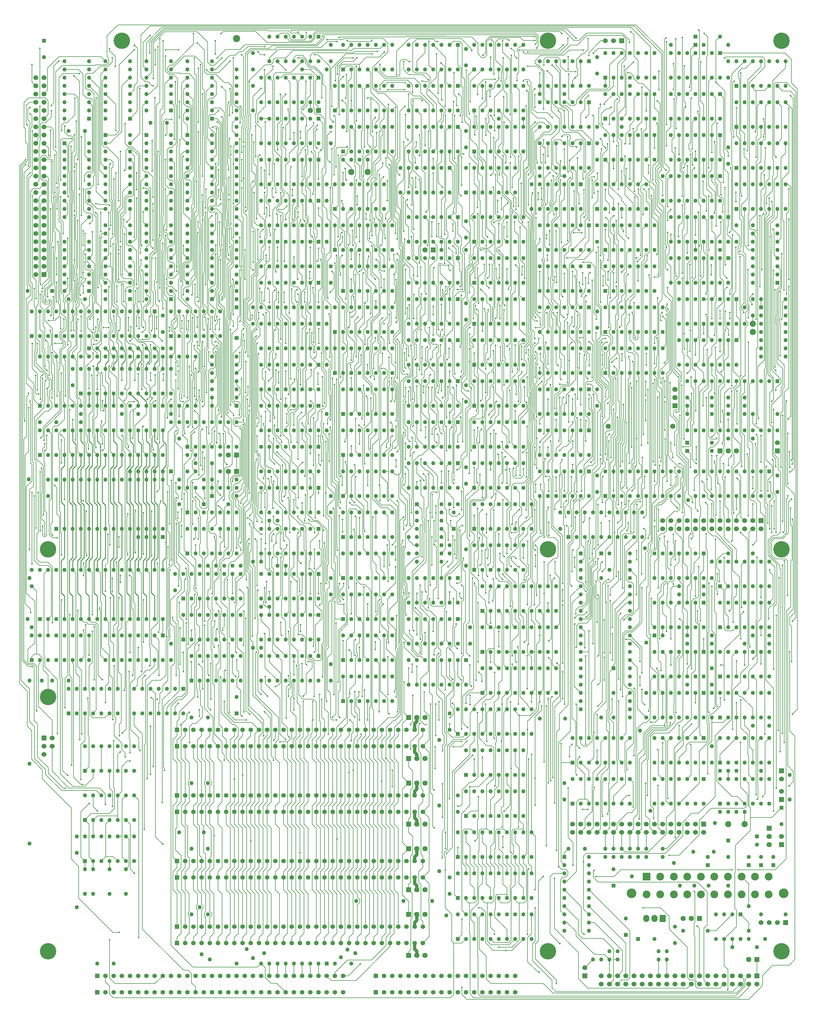
<source format=gbl>
G04*
G04  File:            MAINBOARD-V10.6.9.GBL, Tue Sep 30 23:50:20 2025*
G04  Source:          P-CAD 2006 PCB, Version 19.02.958, (D:\PCAD-2006\Projects\Pentagon-4096\Hardware\MainBoard-v10.6.9.PCB)*
G04  Format:          Gerber Format (RS-274-D), ASCII*
G04*
G04  Format Options:  Absolute Positioning*
G04                   Leading-Zero Suppression*
G04                   Scale Factor 1:1*
G04                   NO Circular Interpolation*
G04                   Inch Units*
G04                   Numeric Format: 4.4 (XXXX.XXXX)*
G04                   G54 NOT Used for Aperture Change*
G04                   Apertures Embedded*
G04*
G04  File Options:    Offset = (0.0mil,0.0mil)*
G04                   Drill Symbol Size = 80.0mil*
G04                   No Pad/Via Holes*
G04*
G04  File Contents:   Pads*
G04                   Vias*
G04                   No Designators*
G04                   No Types*
G04                   No Values*
G04                   No Drill Symbols*
G04                   Bottom*
G04*
%INMAINBOARD-V10.6.9.GBL*%
%ICAS*%
%MOIN*%
G04*
G04  Aperture MACROs for general use --- invoked via D-code assignment *
G04*
G04  General MACRO for flashed round with rotation and/or offset hole *
%AMROTOFFROUND*
1,1,$1,0.0000,0.0000*
1,0,$2,$3,$4*%
G04*
G04  General MACRO for flashed oval (obround) with rotation and/or offset hole *
%AMROTOFFOVAL*
21,1,$1,$2,0.0000,0.0000,$3*
1,1,$4,$5,$6*
1,1,$4,0-$5,0-$6*
1,0,$7,$8,$9*%
G04*
G04  General MACRO for flashed oval (obround) with rotation and no hole *
%AMROTOVALNOHOLE*
21,1,$1,$2,0.0000,0.0000,$3*
1,1,$4,$5,$6*
1,1,$4,0-$5,0-$6*%
G04*
G04  General MACRO for flashed rectangle with rotation and/or offset hole *
%AMROTOFFRECT*
21,1,$1,$2,0.0000,0.0000,$3*
1,0,$4,$5,$6*%
G04*
G04  General MACRO for flashed rectangle with rotation and no hole *
%AMROTRECTNOHOLE*
21,1,$1,$2,0.0000,0.0000,$3*%
G04*
G04  General MACRO for flashed rounded-rectangle *
%AMROUNDRECT*
21,1,$1,$2-$4,0.0000,0.0000,$3*
21,1,$1-$4,$2,0.0000,0.0000,$3*
1,1,$4,$5,$6*
1,1,$4,$7,$8*
1,1,$4,0-$5,0-$6*
1,1,$4,0-$7,0-$8*
1,0,$9,$10,$11*%
G04*
G04  General MACRO for flashed rounded-rectangle with rotation and no hole *
%AMROUNDRECTNOHOLE*
21,1,$1,$2-$4,0.0000,0.0000,$3*
21,1,$1-$4,$2,0.0000,0.0000,$3*
1,1,$4,$5,$6*
1,1,$4,$7,$8*
1,1,$4,0-$5,0-$6*
1,1,$4,0-$7,0-$8*%
G04*
G04  General MACRO for flashed regular polygon *
%AMREGPOLY*
5,1,$1,0.0000,0.0000,$2,$3+$4*
1,0,$5,$6,$7*%
G04*
G04  General MACRO for flashed regular polygon with no hole *
%AMREGPOLYNOHOLE*
5,1,$1,0.0000,0.0000,$2,$3+$4*%
G04*
G04  General MACRO for target *
%AMTARGET*
6,0,0,$1,$2,$3,4,$4,$5,$6*%
G04*
G04  General MACRO for mounting hole *
%AMMTHOLE*
1,1,$1,0,0*
1,0,$2,0,0*
$1=$1-$2*
$1=$1/2*
21,1,$2+$1,$3,0,0,$4*
21,1,$3,$2+$1,0,0,$4*%
G04*
G04*
G04  D10 : "Ellipse X8.0mil Y8.0mil H0.0mil 0.0deg (0.0mil,0.0mil) Draw"*
G04  Disc: OuterDia=0.0080*
%ADD10C, 0.0080*%
G04  D11 : "Ellipse X10.0mil Y10.0mil H0.0mil 0.0deg (0.0mil,0.0mil) Draw"*
G04  Disc: OuterDia=0.0100*
%ADD11C, 0.0100*%
G04  D12 : "Ellipse X15.0mil Y15.0mil H0.0mil 0.0deg (0.0mil,0.0mil) Draw"*
G04  Disc: OuterDia=0.0150*
%ADD12C, 0.0150*%
G04  D13 : "Ellipse X20.0mil Y20.0mil H0.0mil 0.0deg (0.0mil,0.0mil) Draw"*
G04  Disc: OuterDia=0.0200*
%ADD13C, 0.0200*%
G04  D14 : "Ellipse X25.0mil Y25.0mil H0.0mil 0.0deg (0.0mil,0.0mil) Draw"*
G04  Disc: OuterDia=0.0250*
%ADD14C, 0.0250*%
G04  D15 : "Ellipse X30.0mil Y30.0mil H0.0mil 0.0deg (0.0mil,0.0mil) Draw"*
G04  Disc: OuterDia=0.0300*
%ADD15C, 0.0300*%
G04  D16 : "Ellipse X40.0mil Y40.0mil H0.0mil 0.0deg (0.0mil,0.0mil) Draw"*
G04  Disc: OuterDia=0.0400*
%ADD16C, 0.0400*%
G04  D17 : "Ellipse X5.0mil Y5.0mil H0.0mil 0.0deg (0.0mil,0.0mil) Draw"*
G04  Disc: OuterDia=0.0050*
%ADD17C, 0.0050*%
G04  D18 : "Ellipse X6.0mil Y6.0mil H0.0mil 0.0deg (0.0mil,0.0mil) Draw"*
G04  Disc: OuterDia=0.0060*
%ADD18C, 0.0060*%
G04  D19 : "Ellipse X9.8mil Y9.8mil H0.0mil 0.0deg (0.0mil,0.0mil) Draw"*
G04  Disc: OuterDia=0.0098*
%ADD19C, 0.0098*%
G04  D20 : "Ellipse X110.0mil Y110.0mil H0.0mil 0.0deg (0.0mil,0.0mil) Flash"*
G04  Disc: OuterDia=0.1100*
%ADD20C, 0.1100*%
G04  D21 : "Ellipse X200.0mil Y200.0mil H0.0mil 0.0deg (0.0mil,0.0mil) Flash"*
G04  Disc: OuterDia=0.2000*
%ADD21C, 0.2000*%
G04  D22 : "Ellipse X215.0mil Y215.0mil H0.0mil 0.0deg (0.0mil,0.0mil) Flash"*
G04  Disc: OuterDia=0.2150*
%ADD22C, 0.2150*%
G04  D23 : "Ellipse X50.0mil Y50.0mil H0.0mil 0.0deg (0.0mil,0.0mil) Flash"*
G04  Disc: OuterDia=0.0500*
%ADD23C, 0.0500*%
G04  D24 : "Ellipse X56.0mil Y56.0mil H0.0mil 0.0deg (0.0mil,0.0mil) Flash"*
G04  Disc: OuterDia=0.0560*
%ADD24C, 0.0560*%
G04  D25 : "Ellipse X60.0mil Y60.0mil H0.0mil 0.0deg (0.0mil,0.0mil) Flash"*
G04  Disc: OuterDia=0.0600*
%ADD25C, 0.0600*%
G04  D26 : "Ellipse X64.0mil Y64.0mil H0.0mil 0.0deg (0.0mil,0.0mil) Flash"*
G04  Disc: OuterDia=0.0640*
%ADD26C, 0.0640*%
G04  D27 : "Ellipse X65.0mil Y65.0mil H0.0mil 0.0deg (0.0mil,0.0mil) Flash"*
G04  Disc: OuterDia=0.0650*
%ADD27C, 0.0650*%
G04  D28 : "Ellipse X71.0mil Y71.0mil H0.0mil 0.0deg (0.0mil,0.0mil) Flash"*
G04  Disc: OuterDia=0.0710*
%ADD28C, 0.0710*%
G04  D29 : "Ellipse X75.0mil Y75.0mil H0.0mil 0.0deg (0.0mil,0.0mil) Flash"*
G04  Disc: OuterDia=0.0750*
%ADD29C, 0.0750*%
G04  D30 : "Ellipse X79.0mil Y79.0mil H0.0mil 0.0deg (0.0mil,0.0mil) Flash"*
G04  Disc: OuterDia=0.0790*
%ADD30C, 0.0790*%
G04  D31 : "Ellipse X90.0mil Y90.0mil H0.0mil 0.0deg (0.0mil,0.0mil) Flash"*
G04  Disc: OuterDia=0.0900*
%ADD31C, 0.0900*%
G04  D32 : "Ellipse X95.0mil Y95.0mil H0.0mil 0.0deg (0.0mil,0.0mil) Flash"*
G04  Disc: OuterDia=0.0950*
%ADD32C, 0.0950*%
G04  D33 : "Oval X75.0mil Y87.0mil H0.0mil 0.0deg (0.0mil,0.0mil) Flash"*
G04  Obround: DimX=0.0750, DimY=0.0870, Rotation=0.0, OffsetX=0.0000, OffsetY=0.0000, HoleDia=0.0000 *
%ADD33O, 0.0750 X0.0870*%
G04  D34 : "Oval X90.0mil Y102.0mil H0.0mil 0.0deg (0.0mil,0.0mil) Flash"*
G04  Obround: DimX=0.0900, DimY=0.1020, Rotation=0.0, OffsetX=0.0000, OffsetY=0.0000, HoleDia=0.0000 *
%ADD34O, 0.0900 X0.1020*%
G04  D35 : "Rectangle X110.0mil Y110.0mil H0.0mil 0.0deg (0.0mil,0.0mil) Flash"*
G04  Square: Side=0.1100, Rotation=0.0, OffsetX=0.0000, OffsetY=0.0000, HoleDia=0.0000*
%ADD35R, 0.1100 X0.1100*%
G04  D36 : "Rectangle X50.0mil Y50.0mil H0.0mil 0.0deg (0.0mil,0.0mil) Flash"*
G04  Square: Side=0.0500, Rotation=0.0, OffsetX=0.0000, OffsetY=0.0000, HoleDia=0.0000*
%ADD36R, 0.0500 X0.0500*%
G04  D37 : "Rectangle X56.0mil Y56.0mil H0.0mil 0.0deg (0.0mil,0.0mil) Flash"*
G04  Square: Side=0.0560, Rotation=0.0, OffsetX=0.0000, OffsetY=0.0000, HoleDia=0.0000*
%ADD37R, 0.0560 X0.0560*%
G04  D38 : "Rectangle X60.0mil Y60.0mil H0.0mil 0.0deg (0.0mil,0.0mil) Flash"*
G04  Square: Side=0.0600, Rotation=0.0, OffsetX=0.0000, OffsetY=0.0000, HoleDia=0.0000*
%ADD38R, 0.0600 X0.0600*%
G04  D39 : "Rectangle X64.0mil Y64.0mil H0.0mil 0.0deg (0.0mil,0.0mil) Flash"*
G04  Square: Side=0.0640, Rotation=0.0, OffsetX=0.0000, OffsetY=0.0000, HoleDia=0.0000*
%ADD39R, 0.0640 X0.0640*%
G04  D40 : "Rectangle X65.0mil Y65.0mil H0.0mil 0.0deg (0.0mil,0.0mil) Flash"*
G04  Square: Side=0.0650, Rotation=0.0, OffsetX=0.0000, OffsetY=0.0000, HoleDia=0.0000*
%ADD40R, 0.0650 X0.0650*%
G04  D41 : "Rectangle X71.0mil Y71.0mil H0.0mil 0.0deg (0.0mil,0.0mil) Flash"*
G04  Square: Side=0.0710, Rotation=0.0, OffsetX=0.0000, OffsetY=0.0000, HoleDia=0.0000*
%ADD41R, 0.0710 X0.0710*%
G04  D42 : "Rectangle X75.0mil Y75.0mil H0.0mil 0.0deg (0.0mil,0.0mil) Flash"*
G04  Square: Side=0.0750, Rotation=0.0, OffsetX=0.0000, OffsetY=0.0000, HoleDia=0.0000*
%ADD42R, 0.0750 X0.0750*%
G04  D43 : "Rectangle X75.0mil Y87.0mil H0.0mil 0.0deg (0.0mil,0.0mil) Flash"*
G04  Rectangular: DimX=0.0750, DimY=0.0870, Rotation=0.0, OffsetX=0.0000, OffsetY=0.0000, HoleDia=0.0000 *
%ADD43R, 0.0750 X0.0870*%
G04  D44 : "Rectangle X79.0mil Y79.0mil H0.0mil 0.0deg (0.0mil,0.0mil) Flash"*
G04  Square: Side=0.0790, Rotation=0.0, OffsetX=0.0000, OffsetY=0.0000, HoleDia=0.0000*
%ADD44R, 0.0790 X0.0790*%
G04  D45 : "Rectangle X90.0mil Y102.0mil H0.0mil 0.0deg (0.0mil,0.0mil) Flash"*
G04  Rectangular: DimX=0.0900, DimY=0.1020, Rotation=0.0, OffsetX=0.0000, OffsetY=0.0000, HoleDia=0.0000 *
%ADD45R, 0.0900 X0.1020*%
G04  D46 : "Rectangle X95.0mil Y95.0mil H0.0mil 0.0deg (0.0mil,0.0mil) Flash"*
G04  Square: Side=0.0950, Rotation=0.0, OffsetX=0.0000, OffsetY=0.0000, HoleDia=0.0000*
%ADD46R, 0.0950 X0.0950*%
G04  D47 : "Ellipse X102.0mil Y102.0mil H0.0mil 0.0deg (0.0mil,0.0mil) Flash"*
G04  Disc: OuterDia=0.1020*
%ADD47C, 0.1020*%
G04  D48 : "Ellipse X118.0mil Y118.0mil H0.0mil 0.0deg (0.0mil,0.0mil) Flash"*
G04  Disc: OuterDia=0.1180*
%ADD48C, 0.1180*%
G04  D49 : "Ellipse X133.0mil Y133.0mil H0.0mil 0.0deg (0.0mil,0.0mil) Flash"*
G04  Disc: OuterDia=0.1330*
%ADD49C, 0.1330*%
G04  D50 : "Ellipse X20.0mil Y20.0mil H0.0mil 0.0deg (0.0mil,0.0mil) Flash"*
G04  Disc: OuterDia=0.0200*
%ADD50C, 0.0200*%
G04  D51 : "Ellipse X35.0mil Y35.0mil H0.0mil 0.0deg (0.0mil,0.0mil) Flash"*
G04  Disc: OuterDia=0.0350*
%ADD51C, 0.0350*%
G04  D52 : "Ellipse X55.0mil Y55.0mil H0.0mil 0.0deg (0.0mil,0.0mil) Flash"*
G04  Disc: OuterDia=0.0550*
%ADD52C, 0.0550*%
G04  D53 : "Ellipse X70.0mil Y70.0mil H0.0mil 0.0deg (0.0mil,0.0mil) Flash"*
G04  Disc: OuterDia=0.0700*
%ADD53C, 0.0700*%
G04  D54 : "Ellipse X87.0mil Y87.0mil H0.0mil 0.0deg (0.0mil,0.0mil) Flash"*
G04  Disc: OuterDia=0.0870*
%ADD54C, 0.0870*%
G04*
%FSLAX44Y44*%
%SFA1B1*%
%OFA0.0000B0.0000*%
G04*
G70*
G90*
G01*
D2*
%LNBottom*%
D10*
X100720Y139520*
X101760Y138480D1*
X100560Y139120D2*
X101480Y138200D1*
X101600Y141440D2*
X101040Y142000D1*
X101560Y141720D2*
Y143280D1*
X101680Y141600D2*
X101560Y141720D1*
X101600Y141200D2*
X100880Y141920D1*
X101200Y148880D2*
X101880Y148199D1*
X101880Y148199*
Y147800*
X101640Y167440D2*
X101200Y167000D1*
X101040Y168920D2*
X101400Y169280D1*
X101800Y173320D2*
Y173560D1*
X101880Y173240D2*
X101800Y173320D1*
X101160Y171400D2*
Y171160D1*
X101080Y171480D2*
X101160Y171400D1*
X101600Y174280D2*
Y174520D1*
X101400Y174080D2*
X101600Y174280D1*
X101880Y187600D2*
Y186480D1*
X101640Y187840D2*
X101880Y187600D1*
X101500Y187620D2*
Y187000D1*
X101440Y187680D2*
X101500Y187620D1*
X101600Y202440D2*
Y202200D1*
X101680Y202520D2*
X101600Y202440D1*
X100880Y202040D2*
X101280Y202440D1*
Y203000D2*
X100560Y202280D1*
X101480Y201800D2*
X101080Y201400D1*
X101520Y201800D2*
X101480D1*
X101840Y202120D2*
X101520Y201800D1*
X101200Y202680D2*
X100720Y202200D1*
X101320Y202680D2*
X101200D1*
X101520Y202880D2*
X101320Y202680D1*
X101240Y205160D2*
X101520Y204880D1*
X101080Y206920D2*
X101240Y206760D1*
Y205160*
X101360Y209600D2*
Y207360D1*
X101480Y207240*
X101800Y209360D2*
X101760D1*
X101560Y207840D2*
X101800Y207600D1*
Y207080*
X101760Y209360D2*
X101560Y209160D1*
Y207840*
X104040Y128200D2*
Y128880D1*
X103320Y128600D2*
Y127480D1*
X103720Y128640D2*
Y128040D1*
X102720Y134240D2*
X102320Y134640D1*
X104500Y134676D2*
Y132500D1*
X104000Y140200D2*
X103400Y140800D1*
X102600Y142720D2*
X102320D1*
X102840D2*
X102600D1*
X103400Y142160D2*
X102840Y142720D1*
X102320Y141280D2*
X102160Y141440D1*
X102600Y141240D2*
X102240Y141600D1*
X103000D2*
Y142000D1*
X102856Y141456D2*
X103000Y141600D1*
X103600Y142400D2*
X103520Y142480D1*
X103600Y141200D2*
Y142400D1*
X102600Y145000D2*
X103000D1*
X102940Y153540D2*
X102320Y154160D1*
X104020Y153540D2*
X102940D1*
X104400Y153160D2*
X104020Y153540D1*
X102640Y154280D2*
X103000Y153920D1*
X104000*
X104560Y153360*
Y158760D2*
X104360Y158560D1*
X103680Y157040D2*
X103840Y157200D1*
X103520Y157040D2*
X103680D1*
X103360Y157200D2*
X103520Y157040D1*
X103360Y158320D2*
Y157200D1*
X104560Y156880D2*
X104160Y157280D1*
X103600D2*
Y158840D1*
X102800Y157520D2*
X102640Y157360D1*
X104360Y158560D2*
Y157440D1*
X104560Y157240*
X103840Y159960D2*
X103600Y160200D1*
X104160Y161440D2*
X104400Y161680D1*
X103200Y162280D2*
X103280Y162360D1*
X102360Y166480D2*
X102560Y166280D1*
Y166560D2*
X103440Y165680D1*
X102080Y166240D2*
X102240Y166080D1*
X103200Y165160D2*
Y165400D1*
X103280Y165080D2*
X103200Y165160D1*
X103840Y167720D2*
X103600Y167480D1*
X103360Y167360D2*
Y167760D1*
X103520Y167200D2*
X103360Y167360D1*
X103520Y166080D2*
Y167200D1*
X103600Y166000D2*
X103520Y166080D1*
X103400Y169320D2*
X103160Y169080D1*
X104400Y169600D2*
X104000Y170000D1*
X104800Y170520D2*
X104560Y170280D1*
X103400Y170400D2*
Y169320D1*
X103560Y168840D2*
X103520Y168800D1*
X103560Y170200D2*
Y168840D1*
X102280Y173720D2*
X103000Y173000D1*
X104200Y173680D2*
X104480Y173400D1*
Y172760*
X104040Y172320*
X103000Y173280D2*
X103360Y173640D1*
X103000Y173000D2*
Y173280D1*
X103600Y173440D2*
X103520Y173360D1*
Y172760*
X102360Y171600*
X103640Y172320D2*
X102560Y171240D1*
X104040Y172320D2*
X103640D1*
X102600Y174440D2*
X102840D1*
X102480Y174560D2*
X102600Y174440D1*
X102480Y176680D2*
Y174560D1*
X103920Y174240D2*
Y175080D1*
X104000Y174160D2*
X103920Y174240D1*
X104400Y175000D2*
X104200Y174800D1*
X104560Y174720D2*
X104480Y174640D1*
X104560Y176800D2*
Y174720D1*
X103080Y176480D2*
X103360Y176760D1*
X104160Y175320D2*
X103920Y175080D1*
X103760Y176080D2*
X103600Y175920D1*
X103920Y176840D2*
Y176600D1*
X104400Y176120*
Y175000*
X103720Y176760D2*
Y176520D1*
X104160Y176080*
Y175320*
X102720Y176880D2*
Y174920D1*
X104000Y178440D2*
X104160Y178280D1*
X104000Y179000D2*
Y178440D1*
X102440Y179680D2*
X102360Y179600D1*
Y177920*
X103160Y177120*
X102680Y179480D2*
X102560Y179360D1*
Y178200*
X103640Y178040D2*
X103600Y178080D1*
X103640Y177800D2*
Y178040D1*
X104600Y179400D2*
X104480Y179480D1*
X104600Y179400D2*
Y178240D1*
X104240Y179400D2*
X104400Y179240D1*
X104600Y178240D2*
X104820Y178020D1*
X103400Y177680D2*
X103560Y177520D1*
X103640*
X103880Y177280*
X103160Y177120D2*
X103360D1*
X103280Y179640D2*
X103400Y179520D1*
Y177680*
X103600Y179760D2*
X103480Y179880D1*
X103600Y178080D2*
Y179760D1*
X103000Y180800D2*
X102600Y181200D1*
X103000Y182320D2*
X103400Y181920D1*
X103600Y182520D2*
X103400Y182720D1*
X104400Y180440D2*
X104240Y180280D1*
X104000Y180720D2*
X103720Y181000D1*
X103400Y181920D2*
Y181320D1*
X103280Y181200*
X103480Y181080D2*
X103600Y181200D1*
Y182520*
X104280Y181880D2*
X104400Y181760D1*
X104280Y182200D2*
Y181880D1*
X104400Y181760D2*
Y180440D1*
X103640Y185600D2*
X103480Y185760D1*
X103800Y185600D2*
X103640D1*
X104120Y185920D2*
X103800Y185600D1*
X104280Y185920D2*
X104120D1*
X104440Y185760D2*
X104280Y185920D1*
X104440Y185400D2*
Y185760D1*
X104280Y185240D2*
X104440Y185400D1*
X104200Y185240D2*
X104280D1*
X103600Y184640D2*
X104200Y185240D1*
X103600Y183400D2*
Y184640D1*
X104640Y185160D2*
X104400Y184920D1*
X102600Y185120D2*
X102800Y185320D1*
X102320Y185120D2*
X102440Y185000D1*
X104200Y185400D2*
Y185680D1*
X103600Y185400D2*
X104200D1*
X103280Y185720D2*
X103600Y185400D1*
X104600Y184760D2*
X104800Y184960D1*
X103400Y184760D2*
X103040Y185120D1*
X104680Y184240D2*
X104600Y184320D1*
Y184760*
X104680Y183640D2*
Y184240D1*
X104400Y184040D2*
X104360Y184000D1*
X104400Y184920D2*
Y184040D1*
X104040Y183400D2*
X104840D1*
X103720Y187200D2*
X104400Y187880D1*
X103560Y187520D2*
X104240Y188200D1*
X103560Y186440D2*
Y187520D1*
X103480Y186360D2*
X103560Y186440D1*
X102800Y187960D2*
X102920Y188080D1*
X104080Y188520D2*
X103320Y187760D1*
Y187280*
X102560Y188280D2*
X102080Y188760D1*
X102560Y186080D2*
Y188280D1*
X103960Y187200D2*
X104640Y187880D1*
X103960Y186280D2*
Y187200D1*
X104880Y187520D2*
X104800Y187600D1*
X104880Y186120D2*
Y187520D1*
X104800Y186040D2*
X104880Y186120D1*
X104800Y191680D2*
X104880Y191760D1*
X104400Y192840D2*
X104560Y193000D1*
X104240Y193080D2*
X104320Y193160D1*
X104880Y194120D2*
X104720Y194280D1*
X104560Y197640D2*
X104400Y197800D1*
X102920Y198420D2*
X103500Y199000D1*
Y200000D2*
X102980Y199480D1*
X102240*
X103720Y200480D2*
X103920Y200280D1*
X103080Y200760D2*
X103360Y200480D1*
X103720*
X102920Y200420D2*
X102500Y200000D1*
X103500Y203000D2*
X104500D1*
X104620Y202880*
X103320Y203520D2*
X103080Y203280D1*
X104320Y203360D2*
X104200Y203240D1*
X103960*
X103680Y203520*
X103320*
X104640Y206680D2*
Y204320D1*
X103000Y204760D2*
X102920Y204680D1*
Y205680D2*
X102730Y205490D1*
Y205230*
X102500Y205000*
X103080Y205440D2*
X103000Y205360D1*
Y204760*
X104080Y204420D2*
X103500Y205000D1*
X103000Y209480D2*
Y207680D1*
X102920Y207600*
X103240Y207480D2*
X103080Y207320D1*
X103720Y207480D2*
X103240D1*
X104400Y208960D2*
Y208160D1*
X103720Y207480*
X104000Y208500D2*
X103500Y208000D1*
X104720Y209920D2*
X104400Y209600D1*
X103500Y211000D2*
X103960Y211460D1*
X102040Y212460D2*
X102500Y212000D1*
X103000Y210520D2*
X103640D1*
X104000Y210160*
X105760Y128560D2*
X106400Y127920D1*
X106120Y126360D2*
X105880D1*
X105500Y128140D2*
X107040Y126600D1*
X106880Y129440D2*
X106920Y129480D1*
X106880Y129200D2*
Y129440D1*
X106920Y139800D2*
X106600Y140120D1*
X107400Y140400D2*
X107880Y139920D1*
X106080Y139800D2*
X106400Y140120D1*
X105600Y139960D2*
X105760Y139800D1*
X105400D2*
X105500Y139700D1*
X107000Y142000D2*
Y141600D1*
X107120Y141480*
X106600Y147120D2*
X106640Y147160D1*
X105640Y149080D2*
X105600Y149040D1*
X105640Y149320D2*
Y149080D1*
X107640Y147640D2*
X107600Y147600D1*
X107640Y148040D2*
Y147640D1*
X106640Y147160D2*
Y147520D1*
D2*
D11*
X106600Y154100*
X107000Y154500D1*
X105600Y154100D2*
X106000Y154500D1*
X107000Y154100D2*
X107400Y154500D1*
D2*
D10*
X105640Y157520*
X105560Y157600D1*
D2*
D11*
X106600Y161250*
X107000Y160850D1*
X105600Y161250D2*
X106000Y160850D1*
X107400D2*
X107000Y161250D1*
D2*
D10*
X105560Y160000*
X105400Y160160D1*
X105080Y159800D2*
X105400Y159480D1*
X105640Y166280D2*
X105600Y166320D1*
X105640Y166040D2*
Y166280D1*
D2*
D11*
X107000Y165700*
X106600Y165300D1*
X107000Y167000D2*
Y165700D1*
D2*
D10*
Y167000*
X106600Y167400D1*
D2*
D11*
X106000Y165700*
X105600Y165300D1*
X106000Y167000D2*
Y165700D1*
X107400D2*
X107000Y165300D1*
D2*
D10*
X105400Y167640*
X105280Y167760D1*
X105640Y168600D2*
Y168840D1*
X105600Y168560D2*
X105640Y168600D1*
X107400Y169120D2*
X107360Y169080D1*
Y168840*
D2*
D11*
X107000Y168700*
X107400Y168300D1*
X107000Y170000D2*
Y168700D1*
D2*
D10*
X106000Y169040*
X105560Y169480D1*
X105680Y170000D2*
X106000D1*
X105280Y169600D2*
X105680Y170000D1*
X106600Y172320D2*
X106640Y172360D1*
X105880Y173520D2*
X106000Y173400D1*
Y173000*
X107000D2*
X106440D1*
X106640Y172360D2*
Y172520D1*
X106000Y173000D2*
Y171320D1*
X106440Y172840D2*
Y173000D1*
X106400Y172800D2*
X106440Y172840D1*
X105320Y174800D2*
X105440Y174680D1*
X107440Y178560D2*
X107000Y179000D1*
Y179480*
X106000Y178600D2*
X106120Y178480D1*
X106000Y179000D2*
Y178600D1*
X105600Y178120D2*
X105880Y177840D1*
X105440Y177480D2*
X105320Y177360D1*
X105440Y179840D2*
Y177480D1*
X105600Y179680D2*
Y178120D1*
X106800Y180720D2*
Y180240D1*
X106560Y180960D2*
X106800Y180720D1*
X105440Y181200D2*
X105960Y180680D1*
Y182440D2*
X105440Y181920D1*
Y181200*
X106200Y182360D2*
X105600Y181760D1*
Y181280*
X106160Y180720*
X105960Y180680D2*
Y180360D1*
X106160Y180720D2*
Y180240D1*
X107800Y185200D2*
X107560Y184960D1*
Y184000*
X107400Y183840*
X107640Y183320D2*
Y183560D1*
X107560Y183240D2*
X107640Y183320D1*
X107400Y184200D2*
X107160Y183960D1*
X107400Y185320D2*
Y184200D1*
X107600Y185520D2*
X107400Y185320D1*
X105560Y185920D2*
Y184320D1*
X106200Y183680*
X106920Y185840D2*
X106560Y185480D1*
X105400Y185280D2*
X105280Y185400D1*
X106400Y185520D2*
X106080Y185840D1*
X105880Y185680D2*
X106000Y185560D1*
Y184500*
X107000Y183360D2*
X106800Y183160D1*
X107000Y184500D2*
Y183360D1*
Y184880D2*
X107080Y184960D1*
X107000Y184500D2*
Y184880D1*
X107240Y185800D2*
X107360Y185680D1*
X107600Y185800D2*
Y185520D1*
X107800Y185880D2*
Y185200D1*
X105400Y183960D2*
Y185280D1*
X106000Y187000D2*
X106400Y187400D1*
X107120Y188320D2*
X107200Y188240D1*
X107520Y188760D2*
X107600Y188680D1*
X107280Y188640D2*
X107440Y188480D1*
X106080Y186160D2*
X106400Y186480D1*
X106440*
X106640Y186680*
X105600Y186840D2*
X105880Y186560D1*
X107080Y187000D2*
X106960Y187120D1*
X107440Y188480D2*
Y188120D1*
X107240Y187920*
X107600Y188680D2*
Y188040D1*
X106800Y186880D2*
X106920Y186760D1*
X107400Y187840D2*
X107600Y188040D1*
X107560Y187760D2*
Y186120D1*
X107800Y188000D2*
X107560Y187760D1*
X107720Y187680D2*
Y186240D1*
X107880Y187560D2*
Y186560D1*
X106400Y187400D2*
Y188520D1*
X107200Y190280D2*
X107120Y190200D1*
X107200Y190720D2*
Y190280D1*
X106000Y190000D2*
X106400Y190400D1*
X107520Y189680D2*
X107600Y189760D1*
X107520Y189040D2*
Y189680D1*
X107440Y190000D2*
X107280Y189840D1*
X107360Y193240D2*
X107440Y193160D1*
X105200Y192760D2*
Y193000D1*
X105280Y192680D2*
X105200Y192760D1*
X105840Y195400D2*
X105560Y195680D1*
X107440Y196040D2*
X107360Y195960D1*
X106400Y196400D2*
Y197600D1*
X106000Y196000D2*
X106400Y196400D1*
X105360Y195480D2*
X105600Y195240D1*
X105360Y197880D2*
Y195480D1*
X106960Y197680D2*
X107040Y197760D1*
X106880Y197920D2*
X106800Y197840D1*
X105560Y198440D2*
X105520Y198480D1*
X105360Y198920D2*
X105280Y198840D1*
X107040Y199200D2*
X106960Y199280D1*
X106800Y199160D2*
X106880Y199080D1*
X106400Y198560D2*
X106480Y198480D1*
X106720Y198880D2*
X106640Y198960D1*
X106720Y198080D2*
Y198880D1*
X105280Y200320D2*
X105360Y200240D1*
Y198920*
X107440Y203600D2*
X107200Y203360D1*
X107680Y203080D2*
X107600Y203000D1*
X106640Y201480D2*
X106560Y201560D1*
X107200Y203360D2*
Y202080D1*
X106400Y204600D2*
X106000Y205000D1*
X107200Y204080D2*
Y206040D1*
X105760Y205560D2*
X105560Y205360D1*
X106800Y205560D2*
X105760D1*
X107040Y205720D2*
X106880Y205880D1*
X106480*
X106000Y206360*
X106560Y204920D2*
X107040Y205400D1*
Y205720*
X106320Y207480D2*
X107280Y208440D1*
X105680Y207200D2*
X105960Y207480D1*
X106320*
X107200Y211000D2*
X107680Y210520D1*
X106000Y211000D2*
X107200D1*
X106000Y214000D2*
X107720D1*
X105800Y213480D2*
X105360Y213040D1*
X107800Y213480D2*
X105800D1*
X109020Y117980D2*
X109500Y117500D1*
Y122500D2*
Y120500D1*
X108500Y122500D2*
X109020Y121980D1*
X109520Y125480D2*
X109500Y125500D1*
X109520Y124120D2*
Y125480D1*
X110040Y123600D2*
X109520Y124120D1*
X108480Y126600D2*
X109500Y127620D1*
Y128500*
X108920Y132800D2*
X109000Y132720D1*
X109880Y135880D2*
X109500Y135500D1*
X108880Y136960D2*
X108920Y136920D1*
X108880Y137360D2*
Y136960D1*
X108500Y138500D2*
X108600Y138600D1*
X110120Y140120D2*
X110640Y139600D1*
X109120Y138040D2*
X109000Y138160D1*
Y141280D2*
X109400Y141680D1*
X109680Y146360D2*
X109880Y146160D1*
X108360Y145400D2*
X108400Y145360D1*
X108360Y145640D2*
Y145400D1*
X108680Y146600D2*
X108920Y146360D1*
X108400Y146600D2*
X108680D1*
X108920Y146360D2*
X109680D1*
X109000Y146880D2*
X109280Y146600D1*
X109800*
X110120Y146280*
X110400Y149120D2*
X110560Y148960D1*
X110320Y148080D2*
X110400Y148000D1*
X110320Y148320D2*
Y148080D1*
X108360Y152520D2*
X108400Y152560D1*
X108360Y152280D2*
Y152520D1*
X108720Y154960D2*
X108600Y155080D1*
X108720Y154720D2*
Y154960D1*
D2*
D11*
X109600Y154100*
X110000Y154500D1*
X108600Y154100D2*
X109000Y154500D1*
Y154100D2*
X109400Y154500D1*
X110000Y154100D2*
X110400Y154500D1*
D2*
D10*
X108360Y153560*
Y153800D1*
X108400Y153520D2*
X108360Y153560D1*
X108600Y160040D2*
X108640Y160080D1*
D2*
D11*
X109600Y161250*
X110000Y160850D1*
X108600Y161250D2*
X109000Y160850D1*
X109400D2*
X109000Y161250D1*
X110400Y160850D2*
X110000Y161250D1*
D2*
D10*
X108640Y160080*
Y160160D1*
D2*
D11*
X110000Y165700*
X109600Y165300D1*
X110000Y167000D2*
Y165700D1*
D2*
D10*
Y167000*
X109600Y167400D1*
D2*
D11*
X109000Y165700*
X108600Y165300D1*
X109000Y167000D2*
Y165700D1*
X109400D2*
X109000Y165300D1*
X110000D2*
X110400Y165700D1*
D2*
D10*
X108640Y167360*
X109000Y167000D1*
X110640Y167520D2*
X110880Y167760D1*
X109600Y169120D2*
X109440Y169280D1*
D2*
D11*
X109000Y168700*
X109400Y168300D1*
X109000Y170000D2*
Y168700D1*
X110000D2*
Y170000D1*
X110400Y168300D2*
X110000Y168700D1*
D2*
D10*
X110440Y170760*
X110560Y170880D1*
X110440Y169280D2*
Y170760D1*
X110640Y169080D2*
X110440Y169280D1*
X110640Y168360D2*
Y169080D1*
X110600Y169640D2*
Y170480D1*
X110880Y169360D2*
X110600Y169640D1*
X109760Y168200D2*
X109840Y168120D1*
X109760Y169440D2*
Y168200D1*
X109600Y169600D2*
X109760Y169440D1*
X108600Y169480D2*
X108800Y169280D1*
Y168520*
X108960Y168360*
X108400Y168600D2*
X108640Y168360D1*
X109440Y171600D2*
X109600Y171760D1*
X109000Y171960D2*
X109400Y172360D1*
X110640Y173400D2*
Y173640D1*
X110600Y173360D2*
X110640Y173400D1*
X110600Y172825D2*
Y173360D1*
X110800Y172625D2*
X110600Y172825D1*
X110935Y172625D2*
X110800D1*
X110560Y172400D2*
X110800D1*
X110400Y172560D2*
X110560Y172400D1*
X110000Y171720D2*
X109600Y171320D1*
X110000Y173000D2*
Y171720D1*
X109360Y176480D2*
Y176720D1*
X109400Y176440D2*
X109360Y176480D1*
X110000Y176720D2*
Y175000D1*
X110640Y175520D2*
Y176920D1*
X110000Y179000D2*
Y179400D1*
X109000Y179000D2*
X108600Y179400D1*
D2*
D11*
X110000Y178100*
Y177500D1*
X110400Y178500D2*
X110000Y178100D1*
X110400Y179600D2*
Y178500D1*
D2*
D10*
X109600Y177760*
X109520Y177840D1*
X110000Y177500D2*
Y177160D1*
X109520Y179440D2*
Y178680D1*
X108600Y177760*
X110280Y182080D2*
X110400Y181960D1*
X110560Y182120D2*
X110480Y182200D1*
X110560Y180560D2*
Y182120D1*
X110120Y182040D2*
Y182840D1*
X110000Y181920D2*
X110120Y182040D1*
X110000Y181500D2*
Y181920D1*
X109840Y182055D2*
Y182560D1*
X109625Y181840D2*
X109840Y182055D1*
X109625Y181095D2*
Y181840D1*
X109400Y181200D2*
Y181920D1*
X109280Y181080D2*
X109400Y181200D1*
X109280Y180440D2*
Y181080D1*
X109400Y180320D2*
X109280Y180440D1*
X110400Y180920D2*
X109960Y180480D1*
X109560*
X110400Y181960D2*
Y180920D1*
X109960Y180960D2*
X109760D1*
X109625Y181095*
X108840Y182480D2*
X109400Y181920D1*
X108600Y184800D2*
X109080Y185280D1*
X108040Y185600D2*
X108400Y185240D1*
X109880Y185600D2*
X110400Y185080D1*
X108040Y185920D2*
Y185600D1*
X110400Y185080D2*
Y183280D1*
X110280Y183160*
X110000Y183480D2*
X110080Y183560D1*
X109560Y184120D2*
X109120Y183680D1*
Y183560*
X109560Y185400D2*
Y184120D1*
X109720Y185560D2*
X109560Y185400D1*
X109400Y184280D2*
X108840Y183720D1*
X109560Y186400D2*
X109400Y186240D1*
X109080Y186320D2*
X109400Y186640D1*
X108280Y188480D2*
X108040Y188240D1*
X108320Y187640D2*
Y186760D1*
X110560Y187640D2*
X110280Y187920D1*
X108040Y188240D2*
Y188000D1*
X110080Y187440D2*
X110120Y187400D1*
X108560Y188480D2*
Y188240D1*
X110860Y188460D2*
X110600Y188720D1*
X109000Y190000D2*
X109560Y189440D1*
X108720Y189560D2*
X108520Y189760D1*
X109000Y189560D2*
X108720D1*
X109400Y189160D2*
X109000Y189560D1*
X108280Y189240D2*
Y191760D1*
X109400Y191400D2*
X109000Y191000D1*
X109720Y190280*
X109000Y190000D2*
Y190360D1*
X108600Y190760*
X108520Y189760D2*
Y190480D1*
X108600Y191400D2*
X108520Y191480D1*
X108600Y191400D2*
Y190760D1*
X110280Y193680D2*
X110600Y194000D1*
X108280Y192560D2*
Y194320D1*
X110520Y193520D2*
X110440Y193440D1*
X109000Y196000D2*
X108040Y195040D1*
X110080Y197640D2*
X109840D1*
X109440Y195560D2*
X109080Y195200D1*
X109800Y196560D2*
X110080Y196280D1*
X109440Y196200D2*
Y195560D1*
X108600Y197800D2*
X108920Y197480D1*
X109160*
X109500Y197140D2*
Y196420D1*
X109880Y196040*
X109160Y197480D2*
X109500Y197140D1*
X108680Y196480D2*
X109160D1*
X108360Y196800D2*
X108680Y196480D1*
X109160D2*
X109440Y196200D1*
X110200Y197520D2*
X110080Y197640D1*
X109560Y200920D2*
Y199880D1*
X109180Y199500*
X108820*
X108600Y199280*
X108500Y203500D2*
X109000Y203000D1*
X109120Y201480D2*
X109400Y201760D1*
X108840Y201480D2*
X109120D1*
X108440Y201080D2*
X108840Y201480D1*
X110600Y204760D2*
X110840Y204520D1*
X110120Y210880D2*
X109000Y212000D1*
X108560Y211760D2*
X108840Y211480D1*
X109160*
X109600Y211040*
Y210400D2*
X109720Y210280D1*
X109600Y211040D2*
Y210400D1*
X109200Y210480D2*
X109560Y210120D1*
X108720Y210480D2*
X109200D1*
X108280Y210920D2*
X108720Y210480D1*
X108800Y213520D2*
X108560Y213280D1*
X110400Y214400D2*
X109520Y213520D1*
X108800*
X109760Y214480D2*
X109840Y214560D1*
X111960Y100840D2*
X111500Y101300D1*
X111520Y103240D2*
X112200Y102560D1*
X111920Y108800D2*
X112680D1*
X113500Y116500D2*
X113880Y116880D1*
X111960Y118040D2*
X112500Y117500D1*
X113040Y117960D2*
X113500Y117500D1*
X111960Y118040D2*
X111040D1*
X113880Y120120D2*
X113500Y120500D1*
X112520Y120520D2*
X112500Y120500D1*
X113040Y120520D2*
X112520D1*
X111500Y122500D2*
X111040Y122040D1*
X111520Y123280D2*
X112120Y123880D1*
X113500Y125500D2*
X113040Y125040D1*
X112520Y128480D2*
X112500Y128500D1*
X111500Y126380D2*
Y128500D1*
X112120Y126320D2*
X112000Y126440D1*
X112800Y130800D2*
X112520Y130520D1*
X113400Y130680D2*
Y130200D1*
X113020Y131060D2*
X113400Y130680D1*
X113020Y131860D2*
Y131060D1*
X113560Y133560D2*
X113080Y133080D1*
X112720Y134160D2*
Y132760D1*
X112960Y134400D2*
X112720Y134160D1*
X111880Y134800D2*
X111960Y134720D1*
X112280Y134440D2*
X112080Y134240D1*
Y132800*
X112600Y140520D2*
X112960Y140160D1*
X111560D2*
X111880Y139840D1*
X113320Y138520D2*
Y138280D1*
X113400Y138600D2*
X113320Y138520D1*
X112440Y138560D2*
X112500Y138500D1*
X111400Y143760D2*
X111560Y143600D1*
X113000Y145920D2*
X112600Y145520D1*
X112000Y146160D2*
Y145000D1*
X112400Y146560D2*
X112000Y146160D1*
X112600Y146120D2*
X112440Y145960D1*
X112640Y149360D2*
X112600Y149320D1*
X112640Y149600D2*
Y149360D1*
X111840Y151960D2*
Y150320D1*
X112840Y152280D2*
Y151480D1*
D2*
D11*
X112600Y154100*
X113000Y154500D1*
X111600Y154100D2*
X112000Y154500D1*
X112400D2*
X112000Y154100D1*
D2*
D10*
X112360Y153680*
X112400Y153640D1*
X112360Y153920D2*
Y153680D1*
X113720Y155080D2*
X113600Y155200D1*
X113720Y154840D2*
Y155080D1*
X111560Y158360D2*
Y156040D1*
X111400Y158520D2*
X111560Y158360D1*
D2*
D11*
X112600Y161250*
X113000Y160850D1*
X111600Y161250D2*
X112000Y160850D1*
Y161250D2*
X112400Y160850D1*
D2*
D10*
X113760Y159600*
Y159840D1*
X113600Y159440D2*
X113760Y159600D1*
D2*
D11*
X113000Y165700*
X112600Y165300D1*
X113000Y167000D2*
Y165700D1*
X112000D2*
X111600Y165300D1*
X112000Y167000D2*
Y165700D1*
D2*
D10*
Y167000*
X111600Y167400D1*
D2*
D11*
X112400Y165700*
X112000Y165300D1*
D2*
D10*
X113180Y167540*
X113400Y167320D1*
X113000Y168720D2*
X112400Y169320D1*
D2*
D11*
X112000Y168700*
X112400Y168300D1*
X112000Y170000D2*
Y168700D1*
D2*
D10*
X113800Y168200*
X113600Y168400D1*
X113040Y169360D2*
X113180Y169220D1*
X113625Y173945D2*
X113320Y173640D1*
X113600Y173200D2*
X113880Y173480D1*
X111600Y176200D2*
X111400Y176400D1*
X113400Y175400D2*
X113600Y175600D1*
X113400Y175040D2*
Y175400D1*
X112600Y179000D2*
X113000D1*
D2*
D11*
X111400Y178500*
Y179600D1*
X112000Y178100D2*
Y177500D1*
X112400Y178500D2*
X112000Y178100D1*
X112400Y179600D2*
Y178500D1*
X113400D2*
Y179600D1*
X113000Y178100D2*
X113400Y178500D1*
X113000Y177500D2*
Y178100D1*
D2*
D10*
X111600Y179400*
X112000Y179000D1*
X113600Y179760D2*
X113500Y179860D1*
X111500D2*
X111600Y179760D1*
Y179400*
X111400Y177760D2*
X111480Y177840D1*
X112000Y178360D2*
X111800Y178160D1*
Y177840*
X111560Y177600*
Y177240*
X112000Y179000D2*
Y178360D1*
X112600Y180480D2*
X112400Y180680D1*
X112000D2*
X111600Y181080D1*
X112560D2*
X113000Y180640D1*
X111600Y181760D2*
X111960Y182120D1*
X111600Y181080D2*
Y181760D1*
X111680Y182200D2*
X111440Y181960D1*
Y180440*
X111680Y182880D2*
Y182200D1*
X112800Y182320D2*
X112600Y182120D1*
X112360Y182040D2*
X112560Y181840D1*
Y181080*
X112400Y180680D2*
Y181720D1*
X112180Y181940*
X113500Y180300D2*
X113400Y180400D1*
X111440Y180440D2*
X111500Y180380D1*
X111760Y183480D2*
X111600Y183640D1*
X113560Y185480D2*
X113480Y185560D1*
X113400Y185000D2*
X113000Y185400D1*
X111760Y183160D2*
Y183480D1*
X111600Y184800D2*
X111760Y184960D1*
X111600Y183640D2*
Y184800D1*
X112040Y183280D2*
Y183920D1*
X112560D2*
X112800Y183680D1*
X112180Y183140D2*
X112040Y183280D1*
X112400Y184240D2*
X112360Y184200D1*
X111920Y185240D2*
X112400Y184760D1*
Y184240*
X112120Y185520D2*
X112560Y185080D1*
Y183920*
X113400Y188160D2*
X113560Y188000D1*
X112520Y188160D2*
X113400D1*
X112360Y188320D2*
X112520Y188160D1*
X112400Y188000D2*
X112200Y188200D1*
X113080Y188000D2*
X112400D1*
X113240Y187840D2*
X113080Y188000D1*
X113480Y187240D2*
Y187000D1*
X111960Y188120D2*
X112120Y187960D1*
X111800Y188000D2*
X111920Y187880D1*
X111400Y187480D2*
X111480Y187520D1*
X112840Y188920D2*
X113280Y188480D1*
X113720Y187480D2*
X113480Y187240D1*
X111600Y187960D2*
Y188080D1*
X111760Y187800D2*
X111600Y187960D1*
Y188080D2*
X111220Y188460D1*
X111640Y190000D2*
Y191560D1*
Y190000D2*
X111800Y189840D1*
X112440Y192760D2*
X112360Y192680D1*
X112200Y193160D2*
X112280Y193240D1*
X111640Y193280D2*
X112120Y193760D1*
X111640Y192440D2*
Y193280D1*
X113240Y194880D2*
X113560Y194560D1*
X113000Y194760D2*
X113080Y194680D1*
X113560Y194560D2*
Y192760D1*
X113840Y192480*
X111400Y194500D2*
X111520Y194520D1*
X112840Y197360D2*
X112440Y196960D1*
X113320Y196760D2*
X112840Y196280D1*
X113120Y197120D2*
X112600Y196600D1*
X111920Y196640D2*
X111880Y196600D1*
X111760Y196880D2*
X111640Y196760D1*
X111760Y197840D2*
Y196880D1*
X113520Y196560D2*
X113000Y196040D1*
X111520Y197440D2*
X111480D1*
X111400Y197520*
X112120Y198120D2*
X112040Y198200D1*
X113800Y198480D2*
X113520Y198200D1*
X112040D2*
Y200640D1*
X113520Y201840D2*
X113360Y201680D1*
X111640Y203000D2*
X111960Y202680D1*
Y202120*
X111720Y201880*
X111600Y202480D2*
X111480Y202400D1*
X113760Y204400D2*
X113520Y204160D1*
X113800Y204560D2*
X113400Y204960D1*
X111560Y205000D2*
X113000Y206440D1*
X112680Y206480D2*
X112200Y206000D1*
X111420Y215340D2*
X111200Y215560D1*
X111420Y214820D2*
Y215340D1*
X111160Y214560D2*
X111420Y214820D1*
X112200Y215600D2*
Y214360D1*
X111840Y214880D2*
X111360Y214400D1*
X111840Y215400D2*
Y214880D1*
X111520Y216520D2*
Y216280D1*
X114040Y116520D2*
X114560Y116000D1*
X115080Y124920D2*
X114500Y125500D1*
X115760Y131640D2*
X115920Y131800D1*
X116840Y129280D2*
X116880Y129320D1*
X116840Y129040D2*
Y129280D1*
X115080Y131120D2*
X115240Y130960D1*
X114500Y134000D2*
X115520Y132980D1*
X114080Y133520D2*
X115080Y132520D1*
X116880Y137160D2*
X116600Y137440D1*
X114920Y138920D2*
Y139680D1*
X114500Y138500D2*
X114920Y138920D1*
X114400Y140360D2*
X114360Y140320D1*
X116120Y138880D2*
X116760Y139520D1*
X114360Y140320D2*
Y140120D1*
X114600Y139720D2*
X114080Y139200D1*
X115520Y138520D2*
X115500Y138500D1*
X115880Y140120D2*
X115520Y139760D1*
Y138520*
X114920Y139680D2*
X116000Y140760D1*
X116440*
X115480Y140680D2*
X115400Y140600D1*
X115000Y142000D2*
Y143520D1*
X116480Y141360D2*
X116400Y141280D1*
Y143600D2*
X116480Y143520D1*
Y141360*
X115400Y143880D2*
X115480Y143800D1*
X115640Y144440D2*
Y144200D1*
X115600Y144480D2*
X115640Y144440D1*
Y149080D2*
X115600Y149040D1*
X115640Y149320D2*
Y149080D1*
X114400Y149120D2*
X114600Y148920D1*
X114200Y148320D2*
X114400Y148120D1*
D2*
D11*
X114600Y154100*
X115000Y154500D1*
X115600Y154100D2*
X116000Y154500D1*
Y154100D2*
X116400Y154500D1*
X115000Y154100D2*
X115400Y154500D1*
D2*
D10*
X115640Y155160*
X115600Y155200D1*
X115640Y154920D2*
Y155160D1*
X114640Y155320D2*
X114600Y155360D1*
X114640Y155080D2*
Y155320D1*
X116640Y154920D2*
X116600Y154960D1*
X116640Y154680D2*
Y154920D1*
D2*
D11*
X115000Y158000*
Y157000D1*
X116000Y158000D2*
Y157000D1*
X114600Y161250D2*
X115000Y160850D1*
X115600Y161250D2*
X116000Y160850D1*
X116400D2*
X116000Y161250D1*
X115400Y160850D2*
X115000Y161250D1*
D2*
D10*
X115640Y159720*
Y159960D1*
X115600Y159680D2*
X115640Y159720D1*
X114640Y160000D2*
Y160240D1*
X114600Y159960D2*
X114640Y160000D1*
X116640Y159920D2*
Y160160D1*
X116600Y159880D2*
X116640Y159920D1*
D2*
D11*
X115000Y165700*
X114600Y165300D1*
X115000Y167000D2*
Y165700D1*
D2*
D10*
Y167000*
X114600Y167400D1*
D2*
D11*
X116000Y165700*
X115600Y165300D1*
X116000Y167000D2*
Y165700D1*
D2*
D10*
Y167000*
X115600Y167400D1*
D2*
D11*
X116400Y165700*
X116000Y165300D1*
X115400Y165700D2*
X115000Y165300D1*
D2*
D10*
X116840Y167640*
Y167880D1*
X114360Y169280D2*
X114400Y169320D1*
X114360Y169040D2*
Y169280D1*
X116440Y169120D2*
X116600Y168960D1*
D2*
D11*
X116000Y168700*
X116400Y168300D1*
X116000Y170000D2*
Y168700D1*
X115000D2*
X115400Y168300D1*
X115000Y170000D2*
Y168700D1*
D2*
D10*
X116760Y169280*
X116600Y169440D1*
X115600Y168840D2*
X115520Y168920D1*
Y170400*
X115600Y170480*
D2*
D11*
X116000Y173000*
Y173500D1*
D2*
D10*
Y171960*
Y173000D1*
D2*
D11*
X115000*
Y173500D1*
D2*
D10*
X114560Y172560*
X115000Y173000D1*
X114320Y172560D2*
X114560D1*
X116720Y173920D2*
Y173840D1*
X116440Y173560*
X116000Y175760D2*
X116400Y175360D1*
X116000Y175040D2*
X115600Y175440D1*
X116000Y174500D2*
Y175040D1*
X115000Y174500D2*
Y176880D1*
X116520Y176120D2*
X116560Y176080D1*
Y174080D2*
Y175120D1*
X116400Y175360D2*
Y174040D1*
X115440Y175040D2*
X115480Y175000D1*
D2*
D11*
X116400Y178500*
Y179600D1*
X116000Y178100D2*
X116400Y178500D1*
X116000Y177500D2*
Y178100D1*
X114400Y179600D2*
Y178500D1*
X115000Y178100D2*
Y177500D1*
X115400Y178500D2*
X115000Y178100D1*
X115400Y179600D2*
Y178500D1*
D2*
D10*
X114600Y178600*
X115000Y179000D1*
X115680Y178440D2*
X115600Y178520D1*
X115680Y177800D2*
Y178440D1*
X115600Y177720D2*
X115680Y177800D1*
X116520Y179880D2*
X116600Y179800D1*
Y178320*
X116360Y178080*
X114120Y182640D2*
Y182000D1*
X115560Y181080D2*
X115520D1*
X116280D2*
X115560D1*
X115600Y180360D2*
X115520Y180440D1*
X115160Y180680D2*
X114560Y181280D1*
X116000Y180400D2*
X115720Y180680D1*
X115160*
X115920Y182280D2*
X115520Y181960D1*
X115400Y182760D2*
X115640Y182520D1*
X116760Y182280D2*
X116600Y182120D1*
X116520Y181720D2*
Y181320D1*
X116360Y181880D2*
X116520Y181720D1*
Y181320D2*
X116280Y181080D1*
X115000Y181160D2*
Y181500D1*
X115320Y180840D2*
X115000Y181160D1*
X116720Y180840D2*
X115320D1*
X114560Y185320D2*
X114640Y185400D1*
X115360Y185240D2*
X115400Y185200D1*
X115600Y184960D2*
Y183480D1*
X116400Y185760D2*
X115600Y184960D1*
X116000Y185080D2*
Y184500D1*
X116560Y185640D2*
X116000Y185080D1*
X115000Y184880D2*
X114880Y185000D1*
X115000Y184500D2*
Y184880D1*
Y184120D2*
X114800Y183920D1*
X115000Y184500D2*
Y184120D1*
X115600Y183480D2*
X115920Y183160D1*
X116480Y183960D2*
X116360Y183840D1*
X116520Y184280D2*
X116760Y184040D1*
X116840Y185200D2*
X116520Y184880D1*
Y184280*
X114560Y187480D2*
X114400Y187320D1*
X116200Y186440D2*
X116400Y186240D1*
X116160Y186440D2*
X116200D1*
X116000Y186600D2*
X116160Y186440D1*
X116000Y187000D2*
Y186600D1*
X116440Y186720D2*
X116560Y186600D1*
X116652Y188400D2*
X116652D1*
Y186987*
X116840Y186800*
X115120Y188120D2*
X115040Y188200D1*
X114160Y188480D2*
X114400Y188240D1*
Y187760D2*
X114120Y187480D1*
X114400Y188240D2*
Y187760D1*
X116680Y190760D2*
X116652Y190732D1*
X116680Y191000D2*
Y190760D1*
Y191280D2*
Y191000D1*
X115600Y189360D2*
X115440Y189520D1*
X115360Y190760D2*
Y190080D1*
X115200Y189920*
Y189040*
X114800Y193400D2*
X114400Y193000D1*
X116000Y192360D2*
X116400Y192760D1*
X115360Y192600D2*
X115440Y192520D1*
X115280Y192160D2*
X115200Y192240D1*
X116560Y192440D2*
X116800Y192200D1*
Y196760D2*
Y197640D1*
X115600Y196640D2*
Y195400D1*
X116000Y200000D2*
X116560Y199440D1*
X116400Y199160D2*
X116040Y199520D1*
X115600*
X114400Y198720D2*
X114160Y198480D1*
X116800Y198440D2*
Y200880D1*
X115840Y201480D2*
X115560Y201760D1*
X116200Y201480D2*
X115840D1*
X115120Y212000D2*
X116000D1*
X116240Y212480D2*
X115880D1*
X116360Y211000D2*
X116000D1*
X116720Y212000D2*
X116840D1*
X116720D2*
X116240Y212480D1*
X114519Y211999D2*
Y211519D1*
Y211999D2*
X114920Y212400D1*
X114880Y211760D2*
X115120Y212000D1*
X115600Y214400D2*
X116000Y214000D1*
X116400Y217280D2*
Y216040D1*
X114920Y216600D2*
X114560Y216960D1*
X115600Y217280D2*
X116440Y218120D1*
X117060Y102560D2*
X118000Y103500D1*
X119750Y116700D2*
X119250Y116200D1*
X119750D2*
Y115500D1*
Y117500D2*
X119250Y118000D1*
X119750Y121560D2*
X119560Y121370D1*
X119750Y124700D2*
X119250Y124200D1*
X119750Y125500D2*
Y124700D1*
Y124200D2*
Y123500D1*
X118120Y128880D2*
X118200Y128800D1*
Y128560*
X119250Y130000D2*
X119750Y129500D1*
Y131500D2*
Y130000D1*
Y132750D2*
X119250Y132250D1*
X119750Y133500D2*
Y132750D1*
X119760Y133510D2*
Y134520D1*
X119750Y133500D2*
X119760Y133510D1*
X117360Y137240D2*
X117120D1*
Y137880*
X119500Y136300D2*
Y135500D1*
X119920Y136720D2*
X119500Y136300D1*
X117640Y137880D2*
Y136840D1*
X117500Y136700*
Y135500*
X119800Y137520D2*
X118500Y136220D1*
Y135500*
X119800Y137160D2*
X119000Y136360D1*
X118000Y138880D2*
Y138240D1*
X118600Y139480D2*
X118000Y138880D1*
X117760Y139520D2*
X118400Y140160D1*
X119000Y141160D2*
X119440Y141600D1*
X119640Y146440D2*
X119200Y146880D1*
X119760D2*
X119880Y146760D1*
X118720Y145680D2*
X118640Y145760D1*
X118720Y144760D2*
Y145680D1*
X118400Y144440D2*
X118720Y144760D1*
X117520Y145640D2*
X117600Y145720D1*
X117520Y145400D2*
Y145640D1*
X118880Y144600D2*
X118600Y144320D1*
X118880Y146000D2*
Y144600D1*
X118800Y146080D2*
X118880Y146000D1*
X119440Y145960D2*
X118960Y146440D1*
X118880Y152840D2*
X118800Y152760D1*
D2*
D11*
X118000Y154100*
X118400Y154500D1*
D2*
D10*
X119440Y153520*
X119920Y153040D1*
X117360Y153560D2*
Y153800D1*
X117400Y153520D2*
X117360Y153560D1*
X118880Y153320D2*
X119280Y153720D1*
X118800Y153320D2*
X118880D1*
X118640Y153160D2*
X118800Y153320D1*
X119080Y154200D2*
X119040D1*
X118880Y154400D2*
X118800Y154320D1*
X118640Y154440D2*
X118480Y154280D1*
X118800Y154320D2*
Y153600D1*
X118640Y155760D2*
Y154440D1*
X118600Y157680D2*
X118880Y157400D1*
D2*
D11*
X118000Y161250*
X118400Y160850D1*
D2*
D10*
X119680Y161800*
X119440Y161560D1*
X117760Y161160D2*
Y161400D1*
X117600Y161000D2*
X117760Y161160D1*
X119600Y161400D2*
X119920Y161720D1*
X119840Y159280D2*
Y160040D1*
X119600Y159120D2*
Y161400D1*
X119280Y164480D2*
X119400Y164600D1*
X119040Y163640D2*
Y163880D1*
X119080Y163600D2*
X119040Y163640D1*
X119600Y162360D2*
Y163640D1*
X119920Y162040D2*
X119600Y162360D1*
X117320Y162520D2*
X117600Y162800D1*
X118560Y163400D2*
X118840Y163120D1*
D2*
D11*
X118400Y165700*
X118000Y165300D1*
D2*
D10*
X118640Y165520*
X118560Y165440D1*
D2*
D11*
X118000Y168700*
X118400Y168300D1*
X118000Y170000D2*
Y168700D1*
D2*
D10*
X117360Y169200*
X117400Y169240D1*
X117360Y168960D2*
Y169200D1*
X119400Y169720D2*
X119640Y169960D1*
X119880Y170200D2*
X119600Y170480D1*
X119880Y169720D2*
Y170200D1*
X119560Y169400D2*
X119880Y169720D1*
X119560Y168560D2*
Y169400D1*
X119400Y170520D2*
X118640Y169760D1*
X118280Y170280D2*
X118000Y170000D1*
X118600Y173360D2*
X119040Y173800D1*
X118000Y173000D2*
Y173840D1*
X119000Y172000D2*
Y173000D1*
X118600Y171560D2*
Y173360D1*
X118560Y171520D2*
X118600Y171560D1*
X118400Y173800D2*
Y172200D1*
X118280Y172080*
X117080Y175640D2*
Y176760D1*
X119000Y175160D2*
X119400Y174760D1*
X118080Y176080D2*
Y176880D1*
D2*
D11*
X117400Y178500*
Y179600D1*
D2*
D10*
X119880Y178360*
X119560Y178680D1*
X117400Y177720D2*
X117600Y177920D1*
X118000Y177500D2*
X117600Y177100D1*
X118000Y177500D2*
Y179000D1*
X119000D2*
Y177500D1*
Y179000D2*
X119400Y179400D1*
X119880Y177800D2*
Y178360D1*
X117480Y181360D2*
X117960Y180880D1*
X119800Y182720D2*
X119480Y182400D1*
X119400Y181840D2*
X119040Y182200D1*
X119560Y181960D2*
X119240Y182280D1*
X118800Y182080D2*
Y182560D1*
X119800Y183920D2*
X119560Y184160D1*
X117120Y185440D2*
X117480Y185080D1*
X119640Y183720D2*
X119400Y183960D1*
X119040Y183240D2*
X119400Y183600D1*
X119640Y183360D2*
Y183720D1*
X117400Y185920D2*
X117600Y185720D1*
X117880Y185880D2*
X118000Y185760D1*
Y184840*
X118840Y186440D2*
X118520Y186760D1*
X119240Y186440D2*
X118840D1*
X119400Y186280D2*
X119240Y186440D1*
X119120Y187000D2*
X119000D1*
X119560Y186560D2*
X119120Y187000D1*
X118520Y187320D2*
X118480Y187360D1*
X118520Y186760D2*
Y187320D1*
X117640Y187680D2*
Y187360D1*
X118200Y186560D2*
X118560Y186200D1*
X118520Y188440D2*
X118480Y188480D1*
X118520Y187760D2*
Y188440D1*
X117360Y188120D2*
X117280Y188040D1*
X117520Y187840D2*
X117400Y187720D1*
X117680D2*
X117640Y187680D1*
X118560Y188800D2*
X118840Y188520D1*
X119320*
X119640Y187000D2*
X119120Y187520D1*
X118760*
X118520Y187760*
X119000Y190000D2*
X118560Y189560D1*
X119560Y191560D2*
X119000Y191000D1*
X119720Y190000D2*
Y189400D1*
X118040Y191680D2*
X118240Y191880D1*
X118400Y191640D2*
X118280Y191520D1*
Y189080*
X118600Y190760D2*
X118880Y190480D1*
X119200*
X119440Y190240*
Y189440*
X118360Y193760D2*
X118400Y193720D1*
X118600Y193400D2*
X119000Y193000D1*
X118240Y193360D2*
X118080Y193520D1*
X117640Y193480D2*
X117520Y193360D1*
X119400Y192760D2*
X119120Y192480D1*
X118800D2*
X118600Y192280D1*
X119120Y192480D2*
X118800D1*
X117880Y193280D2*
X117680Y193080D1*
X118520Y194520D2*
X118400Y194400D1*
X117640Y193760D2*
Y193480D1*
X117600Y193800D2*
X117640Y193760D1*
X117880Y193920D2*
Y193280D1*
X117800Y194000D2*
X117880Y193920D1*
X118080Y193520D2*
Y194000D1*
X118000Y194080*
X118600Y193920D2*
Y193400D1*
X118440Y194080D2*
X118600Y193920D1*
X118160Y194240D2*
X118320Y194080D1*
X118440*
X117880Y196440D2*
X117800Y196360D1*
X118000Y196120D2*
X118080Y196200D1*
X118320Y199920D2*
X118720Y199520D1*
X119200*
X119400Y199320*
X118560Y200800D2*
X118880Y200480D1*
X119160*
X119560Y200080*
X119720Y200240D2*
X119440Y200520D1*
X119900Y200360D2*
X119720Y200540D1*
X119000Y199000D2*
X118520Y198520D1*
X117360Y203680D2*
X117440Y203760D1*
X119440Y202560D2*
X119000Y203000D1*
X117667Y203560D2*
X117600Y203492D1*
X118500Y206140D2*
X118360Y206000D1*
X119720Y204680D2*
X119800Y204760D1*
X119640Y205000D2*
X119120Y204480D1*
X118800D2*
X118560Y204240D1*
X119120Y204480D2*
X118800D1*
X117667Y209000D2*
X118040Y209372D1*
X118240Y208720D2*
X117880Y208360D1*
X118360Y207920D2*
X119080D1*
X118080Y207640D2*
X118360Y207920D1*
X119560Y209760D2*
X119640Y209680D1*
X118360Y213800D2*
Y215640D1*
X118760Y213400D2*
X118360Y213800D1*
X119280Y213400D2*
X118760D1*
X118880Y213560D2*
X118600Y213840D1*
X118880Y214520D2*
X119200D1*
X118600Y214240D2*
X118880Y214520D1*
X118600Y213840D2*
Y214240D1*
X120540Y104180D2*
X121100D1*
X121520Y102640D2*
X122000Y102160D1*
X121100Y104180D2*
X121520Y103760D1*
Y102640*
X121250Y108700D2*
X120750Y108200D1*
X121250Y110650D2*
Y108700D1*
X121100Y110800D2*
X121250Y110650D1*
X122250Y108700D2*
X121750Y108200D1*
X121200Y111300D2*
X121100Y111200D1*
X121200Y113550D2*
Y111300D1*
X122100Y111700D2*
X122250Y111550D1*
X122100Y112050D2*
Y111700D1*
X122250Y112200D2*
X122100Y112050D1*
X122250Y113500D2*
Y112200D1*
X122900Y111700D2*
X122750Y111550D1*
X122900Y112050D2*
Y111700D1*
X122750Y112200D2*
X122900Y112050D1*
X122750Y113500D2*
Y112200D1*
X120750Y116700D2*
X120300Y116250D1*
X120750Y116200D2*
Y115500D1*
X121250Y116700D2*
X120750Y116200D1*
X122750Y115500D2*
Y116200D1*
X121750D2*
Y115500D1*
X122250Y116700D2*
X121750Y116200D1*
X122750Y116700D2*
X122250Y116200D1*
X122750Y117920D2*
X122480Y118190D1*
X122750Y117500D2*
Y117920D1*
X121250Y117880D2*
X121054Y118075D1*
X120300Y122000D2*
X120750Y121550D1*
X121750Y122000D2*
X122250Y121500D1*
X122480Y121770D2*
X122250Y122000D1*
X120750D2*
X121054Y121695D1*
X120750Y124700D2*
X120300Y124250D1*
X120750Y125500D2*
Y124700D1*
Y124200D2*
Y123500D1*
X121250Y124700D2*
X120750Y124200D1*
X122750Y123500D2*
Y124200D1*
X121750D2*
Y123500D1*
X122250Y124700D2*
X121750Y124200D1*
X122750Y124700D2*
X122250Y124200D1*
X122750Y125500D2*
Y124700D1*
X121100Y126800D2*
X121250Y126650D1*
X121100Y127200D2*
Y126800D1*
X121250Y127350D2*
X121100Y127200D1*
X120250Y130000D2*
X120750Y129500D1*
Y130000D2*
X121250Y129500D1*
X120750Y131500D2*
Y130000D1*
X122750D2*
Y131500D1*
X121750Y130000D2*
X122250Y129500D1*
X121750Y131500D2*
Y130000D1*
X122750Y129500D2*
X122250Y130000D1*
X120750Y132750D2*
X120250Y132250D1*
X120750Y133500D2*
Y132750D1*
X120200Y134080D2*
X120960Y134840D1*
X122750Y132750D2*
Y133500D1*
X122250Y132250D2*
X122750Y132750D1*
X120280Y134000D2*
X120200Y134080D1*
X120280Y132760D2*
Y134000D1*
X121660Y134260D2*
X121280Y133880D1*
X122060Y134260D2*
X121660D1*
X121040Y137880D2*
X120320Y137160D1*
X122480Y135160D2*
Y135920D1*
X122600Y136480D2*
X122840Y136240D1*
Y135040*
X120960Y135360D2*
X121240Y135640D1*
X122280Y138280D2*
X122120Y138440D1*
X122500Y139500D2*
Y138360D1*
X122600Y138260*
X121480Y141800D2*
X121500Y141780D1*
X122120Y142960D2*
X122400Y143240D1*
Y143840*
X120500Y146780D2*
Y144500D1*
X121520Y144520D2*
X121500Y144500D1*
X121520Y145640D2*
Y144520D1*
X122120Y146400D2*
X122500Y146020D1*
Y144500*
X121880Y145920D2*
X121960Y145840D1*
Y144240*
X122500Y144420D2*
Y144500D1*
X121500Y148660D2*
Y147500D1*
X121880Y149040D2*
X121500Y148660D1*
X122500Y148400D2*
X122120Y148020D1*
X122500Y149500D2*
Y148400D1*
X122120Y148640D2*
X121880Y148400D1*
X120880Y147320D2*
X120920Y147360D1*
X122240Y149840D2*
X122120Y149720D1*
Y148640*
X121880Y151080D2*
X121800Y151000D1*
Y150560*
X122240Y150120*
X120240Y151880D2*
X120080Y152040D1*
X120240Y150560D2*
Y151880D1*
X121320Y152120D2*
X121120Y152320D1*
Y150120D2*
X121320Y150320D1*
Y152120*
X121080Y152040D2*
X120920Y152200D1*
X121080Y150480D2*
Y152040D1*
X120920Y150320D2*
X121080Y150480D1*
X120640Y151720D2*
Y150400D1*
X120800Y151880D2*
X120640Y151720D1*
X120600Y155400D2*
X121000Y155000D1*
X120080Y155080D2*
X121880Y153280D1*
X120920Y153080D2*
X120800Y153200D1*
X122040Y154200D2*
X121480Y154760D1*
X122520Y154800D2*
X122880Y154440D1*
X120320Y158400D2*
Y157000D1*
X122360D2*
Y156760D1*
X122400Y157040D2*
X122360Y157000D1*
X122000Y156920D2*
X121800Y156720D1*
X122000Y156920D2*
Y158000D1*
X121640Y158560D2*
X121600Y158600D1*
X121480Y158280D2*
X121400Y158360D1*
X122600Y156200D2*
X122520Y156120D1*
X122040Y161440D2*
Y160640D1*
X121600Y161880D2*
X122040Y161440D1*
X122360Y159280D2*
Y159040D1*
X121640Y161160D2*
Y161400D1*
X121600Y161120D2*
X121640Y161160D1*
X122520Y159560D2*
X122600Y159480D1*
X122040Y160640D2*
X122520Y160160D1*
Y159560*
X122500Y161380D2*
X122000Y161880D1*
X122500Y160740D2*
Y161380D1*
X122760Y160480D2*
X122500Y160740D1*
X121000Y163000D2*
Y164000D1*
X121640Y163400D2*
X121600Y163360D1*
X121640Y163640D2*
Y163400D1*
X120600Y162840D2*
X121000Y162440D1*
X122880Y164560D2*
X122920D1*
X122360Y164040D2*
X122880Y164560D1*
X121720Y164040D2*
X122360D1*
X121400Y163720D2*
X121720Y164040D1*
X120360Y162480D2*
X120400Y162520D1*
X122000Y162440D2*
Y163000D1*
X122640Y167600D2*
X122600Y167640D1*
X121400Y167560D2*
X121480Y167480D1*
X121560Y167800D2*
X121720Y167640D1*
Y167320*
X122640Y165720D2*
Y167600D1*
X122880Y165200D2*
Y167360D1*
X121720Y167320D2*
X121480Y167080D1*
Y166720D2*
X120600Y165840D1*
X121480Y167080D2*
Y166720D1*
X121600Y165400D2*
Y166240D1*
X122000Y166640D2*
Y167000D1*
Y166640D2*
X121600Y166240D1*
X122600Y169920D2*
X122840Y170160D1*
X122400Y170240D2*
X122560Y170400D1*
X122400Y170600D2*
X122000Y170200D1*
X121880Y169800D2*
X121560Y169480D1*
X120680Y169880D2*
X120600Y169960D1*
X120680Y169640D2*
Y169880D1*
X120440Y169400D2*
X121000Y168840D1*
X121880Y170200D2*
X121400Y169720D1*
X122000Y170200D2*
X121880D1*
X121080Y170400D2*
X121400Y170720D1*
X121600Y170440D2*
X121640Y170400D1*
X121880Y172400D2*
X122400Y171880D1*
X122040Y173720D2*
X122120Y173800D1*
X120600Y172600D2*
X121000Y173000D1*
X121080Y173560D2*
X121240Y173720D1*
X120520Y173480D2*
X120280D1*
X120040Y173720*
X120440Y172840D2*
X120520Y172920D1*
Y173160D2*
X120920Y173560D1*
X120520Y172920D2*
Y173160D1*
X120920Y173560D2*
X121080D1*
X122000Y173360D2*
Y173000D1*
X122440Y173800D2*
X122000Y173360D1*
X122800Y173480D2*
X122920Y173600D1*
X122560Y173240D2*
X122500Y173300D1*
Y173560*
X122720Y173780*
X121400Y176680D2*
X121480Y176760D1*
X121720Y176120D2*
X121600Y176000D1*
X122120Y175520D2*
X122080Y175560D1*
X120040Y174400D2*
X120120Y174480D1*
X120320Y174400D2*
X120375Y174455D1*
X121880Y175160D2*
Y174160D1*
X122440Y174120D2*
Y174880D1*
X122000Y178600D2*
Y179000D1*
X121760Y178360D2*
X122000Y178600D1*
X122080Y177480D2*
X122000Y177560D1*
X122400Y177160D2*
Y179320D1*
X122320Y177080D2*
X122400Y177160D1*
X121880D2*
X121760Y177280D1*
Y178360*
X122920Y177240D2*
X122720Y177440D1*
Y177040D2*
X122560Y177200D1*
Y179680*
X122400Y179320D2*
X121840Y179880D1*
X120375Y181880D2*
X120120Y182135D1*
X122720Y180640D2*
X122600Y180760D1*
X121000Y181960D2*
Y181500D1*
X121160Y182120D2*
X121000Y181960D1*
X122000Y181880D2*
Y181500D1*
X121880Y182000D2*
X122000Y181880D1*
X121000Y180560D2*
X121400Y180960D1*
X121600Y180720D2*
X121520Y180640D1*
X122200Y180040D2*
Y180800D1*
X122440Y184960D2*
X121960Y185440D1*
X121640Y183520D2*
X121600Y183480D1*
X121640Y183760D2*
Y183520D1*
X122360Y185680D2*
X122440Y185760D1*
X121000Y184120D2*
Y184500D1*
X120920Y184040D2*
X121000Y184120D1*
X121560Y184280D2*
X121880Y183960D1*
X121560Y184880D2*
Y184280D1*
X121400Y184720D2*
X120880Y185240D1*
X120760*
X120600Y183920D2*
X120520Y184000D1*
X121000Y188000D2*
X120600Y188400D1*
X120280Y188240D2*
X120200Y188160D1*
X121640D2*
X122040Y188560D1*
X121880Y188920D2*
X121440Y188480D1*
X120240Y187480D2*
Y186200D1*
X120440Y187680D2*
X120240Y187480D1*
X121440Y187760D2*
X121160Y187480D1*
X120800*
X120560Y187240*
X121440Y188480D2*
Y187760D1*
X121640Y186600D2*
Y188160D1*
X121560Y186520D2*
X121640Y186600D1*
X120560D2*
X120480Y186520D1*
X120560Y187240D2*
Y186600D1*
X122840Y190480D2*
X122800Y190440D1*
X121200Y190400D2*
X121560Y190760D1*
X120800Y190400D2*
X121200D1*
X120600Y190200D2*
X120800Y190400D1*
X120520Y191480D2*
X121000Y191000D1*
X122600Y191680D2*
X122680Y191760D1*
X120720Y190560D2*
X120440Y190280D1*
X121120Y190560D2*
X120720D1*
X121400Y190840D2*
X121120Y190560D1*
X122520Y194560D2*
X122320Y194760D1*
X122520Y192880D2*
Y194560D1*
X122440Y192800D2*
X122520Y192880D1*
X122280Y193880D2*
X122200Y193800D1*
X122280Y194120D2*
Y193880D1*
X122840Y195960D2*
X122800Y196000D1*
X122840Y195640D2*
Y195960D1*
X121720Y197000D2*
X121880Y197160D1*
X121560Y197480D2*
X121720Y197640D1*
X122040Y195960D2*
X122360Y196280D1*
X122680Y195080D2*
X122560Y195200D1*
X120520Y196480D2*
X121400Y195600D1*
X122120Y196720D2*
X121880Y196480D1*
Y200560D2*
X122120Y200800D1*
X120200Y200680D2*
X120280Y200600D1*
X120400Y200760D2*
X120520Y200640D1*
X121480Y200320D2*
Y198480D1*
X120920Y200520D2*
X121280D1*
X121480Y200320*
X120600Y200840D2*
X120920Y200520D1*
X122560Y202320D2*
X122600Y202360D1*
X121400Y202400D2*
X121000Y202000D1*
X120520Y203400D2*
X120400Y203280D1*
X121560Y201920D2*
X121120Y201480D1*
X120800*
X120600Y201280*
X120120Y204720D2*
Y205400D1*
X120320Y205680D2*
X121000Y205000D1*
Y209000D2*
X120560Y208560D1*
Y209800D2*
X120880Y209480D1*
X121160*
X121400Y209240*
X120560Y208560D2*
Y207640D1*
X121000Y207200D2*
X120560Y207640D1*
X121000Y212000D2*
X120560Y211560D1*
X121000Y211000D2*
X121720Y210280D1*
X120640Y215640D2*
X121960D1*
X122860Y214740*
X121880Y213480D2*
Y215400D1*
X122120Y213240D2*
X121880Y213480D1*
X120200D2*
X120120Y213560D1*
X121240Y213480D2*
X120200D1*
X121760Y217080D2*
Y218360D1*
X123250Y110650D2*
Y108700D1*
X123100Y110800D2*
X123250Y110650D1*
X125250Y108700D2*
X124750Y108200D1*
X123750Y110650D2*
Y109500D1*
X123900Y110800D2*
X123750Y110650D1*
X124250Y108700D2*
X123750Y108200D1*
X123250Y111350D2*
X123100Y111200D1*
X123250Y113500D2*
Y111350D1*
X123750D2*
X123900Y111200D1*
X123750Y113500D2*
Y111350D1*
X124750Y116200D2*
Y115500D1*
X125250Y116700D2*
X124750Y116200D1*
X125750D2*
Y115500D1*
X123750Y116700D2*
X123250Y116200D1*
X123750D2*
X124250Y116700D1*
X123750Y115500D2*
Y116200D1*
X123900Y118030D2*
X123750Y117880D1*
Y117500*
X124750Y122000D2*
X125250Y121500D1*
X124280Y120600D2*
X124250D1*
Y121500D2*
Y120600D1*
X123750Y122000D2*
X124250Y121500D1*
X123250Y122000D2*
X123900Y121350D1*
X124750Y124200D2*
Y123500D1*
X125250Y124700D2*
X124750Y124200D1*
X125750D2*
Y123500D1*
X123750Y124700D2*
X123250Y124200D1*
X123750Y125500D2*
Y124700D1*
Y124200D2*
X124250Y124700D1*
X123750Y123500D2*
Y124200D1*
X123100Y127200D2*
X123200Y127300D1*
X123100Y126800D2*
Y127200D1*
X123250Y126650D2*
X123100Y126800D1*
X123900D2*
X123750Y126650D1*
X123900Y127200D2*
Y126800D1*
X123750Y127350D2*
X123900Y127200D1*
X124750Y130000D2*
X125250Y129500D1*
X124750Y131500D2*
Y130000D1*
X125750Y131500D2*
Y130000D1*
X123250D2*
X123750Y129500D1*
X125520Y130440D2*
Y129800D1*
X123750Y130000D2*
Y131500D1*
X124250Y129500D2*
X123750Y130000D1*
X125240Y130720D2*
X125520Y130440D1*
X123750Y132750D2*
X123250Y132250D1*
X123750Y133500D2*
Y132750D1*
X124320Y132960D2*
X125240Y132040D1*
X125750Y132280D2*
X125280Y132750D1*
Y133720D2*
X124880Y134120D1*
X125280Y132750D2*
Y133720D1*
X124160Y135040D2*
X123120Y136080D1*
X125520Y135600D2*
Y136960D1*
X123520Y136240D2*
X123840Y135920D1*
X124120Y139160D2*
X124320Y138960D1*
X123500Y140260D2*
X123640Y140120D1*
X125120Y139880D2*
X125040Y139960D1*
X124760Y139840D2*
Y140680D1*
X124880Y139720D2*
X124760Y139840D1*
X125640Y140760D2*
X125500Y140620D1*
Y139500*
X123520Y139480D2*
X123500Y139500D1*
X124880Y141760D2*
X124500Y141380D1*
X124880Y143480D2*
Y141760D1*
X124800Y143560D2*
X124880Y143480D1*
X124800Y143800D2*
Y143560D1*
X124280Y143800D2*
Y143560D1*
X124000Y141960D2*
X124120Y141840D1*
X124000Y143240D2*
Y141960D1*
X123920Y143320D2*
X124000Y143240D1*
X125320Y145880D2*
X125500Y146060D1*
X125320Y145640D2*
Y145880D1*
X124360Y146160D2*
X124120Y145920D1*
X125500Y144500D2*
Y145020D1*
X125040Y145480*
X124960Y145160D2*
X124880Y145240D1*
X125080Y144080D2*
X124960Y144200D1*
Y145160*
X124640Y145800D2*
X124500Y145660D1*
Y144500*
X123500Y146780D2*
Y144500D1*
X124120Y146920D2*
X123920Y146720D1*
X124360Y146760D2*
Y146160D1*
X125125Y149080D2*
X125880Y148325D1*
X123500Y149500D2*
Y148380D1*
X123880Y148000*
X124000Y149640D2*
Y148320D1*
X124120Y148200*
X124500Y148960D2*
Y149500D1*
X125160Y148300D2*
X124500Y148960D1*
X125040Y147640D2*
X125160Y147760D1*
Y148300*
X124880Y147920D2*
X124800Y148000D1*
X123880D2*
Y147160D1*
Y150840D2*
X123500Y150460D1*
X124120Y150200D2*
X124000Y150080D1*
X124880Y152120D2*
X124320Y151560D1*
X124880Y152720D2*
Y152120D1*
X124760Y152840D2*
X124880Y152720D1*
X124500Y153500D2*
X124560Y153560D1*
X123500Y153500D2*
X123880Y153120D1*
X123520Y155560D2*
X123400Y155680D1*
X123520Y154760D2*
Y155560D1*
X123120Y154360D2*
X123520Y154760D1*
X124920Y153320D2*
X124760Y153160D1*
X124920Y154080D2*
Y153320D1*
X125600Y154360D2*
X125120Y153880D1*
Y153091*
X125480Y155240D2*
Y154640D1*
X124920Y154080*
X124040Y154000D2*
Y153240D1*
X124120Y153160*
X124400Y154360D2*
X124040Y154000D1*
X125120Y153880D2*
Y153080D1*
X124320Y156760D2*
X124400Y156680D1*
X124320Y157000D2*
Y156760D1*
X125400Y156560D2*
X125000Y156160D1*
Y157000D2*
Y158000D1*
X123920Y157440D2*
X123600Y157760D1*
X124280Y157440D2*
X123920D1*
X124560Y157160D2*
X124280Y157440D1*
X123600Y157760D2*
Y158720D1*
X124560Y158560D2*
X124000Y158000D1*
X124800Y160800D2*
X125400Y160200D1*
X123400Y159080D2*
X123480Y159160D1*
Y160160D2*
X123600Y160280D1*
X123480Y159160D2*
Y160160D1*
X123400Y160600D2*
X123280Y160480D1*
X125440Y161480D2*
X125560Y161600D1*
X124600Y162520D2*
X125040Y162080D1*
X124600Y163400D2*
Y162520D1*
X124760Y163560D2*
X124600Y163400D1*
X124760Y163800D2*
Y163560D1*
X124000Y163000D2*
Y164000D1*
X125560Y165320D2*
X125760Y165520D1*
X125560Y166120D2*
X125840Y165840D1*
X123360Y168920D2*
X123400Y168880D1*
X124000Y170120D2*
X124400Y170520D1*
X124000Y168560D2*
Y170120D1*
X123600Y168160D2*
X124000Y168560D1*
X123360Y170400D2*
Y168920D1*
X125000Y169520D2*
X124880Y169640D1*
X124280Y169840D2*
X124360Y169920D1*
X124280Y168280D2*
Y169840D1*
X124400Y168160D2*
X124280Y168280D1*
X124600Y168440D2*
X124560Y168480D1*
X125400Y170040D2*
X125680Y169760D1*
Y168400*
X125560Y168280*
X125160Y171720D2*
X125200Y171760D1*
X124800Y172680D2*
Y172440D1*
X124880Y172760D2*
X124800Y172680D1*
X125040Y172200D2*
X124600Y171760D1*
X125160Y171640D2*
Y171720D1*
X124400Y172720D2*
X124720Y173040D1*
X123360Y176320D2*
X123280Y176400D1*
X123360Y174640D2*
Y176320D1*
X124560Y176560D2*
X124000Y176000D1*
X123280Y177320D2*
X123360Y177400D1*
X123600Y178400D2*
X124000Y178000D1*
X123600Y179560D2*
Y178400D1*
Y177240D2*
X123840Y177480D1*
X124160D2*
X124400Y177720D1*
X123840Y177480D2*
X124160D1*
X124400Y179240D2*
X124160Y179480D1*
X124400Y177720D2*
Y179240D1*
X124160Y179480D2*
Y179920D1*
X124480Y179560D2*
X124560Y179480D1*
X123360Y177400D2*
Y179760D1*
X124640Y180800D2*
X125040Y180400D1*
X124400Y180800D2*
X124640D1*
X124000Y180600D2*
Y181500D1*
X124400Y182800D2*
Y182280D1*
X124600Y180320D2*
X124880Y180040D1*
X124520Y181320D2*
Y181640D1*
X125200Y180640D2*
X124520Y181320D1*
Y181640D2*
X124080Y182080D1*
X123400Y182840D2*
Y180240D1*
X124800Y185240D2*
X125400Y184640D1*
X123400Y185000D2*
Y184280D1*
X124960Y185520D2*
X125560Y184920D1*
X125840Y183760D2*
X125720Y183640D1*
X124600Y184900D2*
X125000Y184500D1*
X123440Y185440D2*
X123560Y185320D1*
Y184120*
X123800Y183880*
X124480Y184240D2*
X124320Y184080D1*
Y183440*
X124400Y183360*
X123600Y185560D2*
X124480Y184680D1*
Y184240*
X124600Y183880D2*
Y183520D1*
X124680Y183440*
Y183080*
X123120Y183840D2*
X123280Y183680D1*
X123400Y184280D2*
X123240Y184120D1*
X124080Y183120D2*
X124040Y183160D1*
Y183840*
X123200Y188040D2*
X123240Y188080D1*
X123200Y187800D2*
Y188040D1*
X125040Y187040D2*
X124800Y186800D1*
X124000Y188000D2*
X123600Y188400D1*
X125200Y186200D2*
X125440Y186440D1*
X125280Y186760D2*
X124960Y186440D1*
X124000Y187560D2*
X123600Y187160D1*
X124120Y187560D2*
X124000D1*
X124400Y187840D2*
X124120Y187560D1*
X124800Y187280D2*
X124600Y187080D1*
X124400Y187240D2*
Y186400D1*
X124640Y187480D2*
X124400Y187240D1*
X124000Y191440D2*
Y191000D1*
X124480Y191920D2*
X124000Y191440D1*
X125040Y191280D2*
X124800Y191040D1*
X124720Y191240D2*
X124640Y191160D1*
X124400Y191400D2*
X124480Y191480D1*
Y194480D2*
X124000Y194000D1*
X125440Y193720D2*
X125360Y193800D1*
X125600Y194680D2*
X125520Y194760D1*
X124960Y192440D2*
X125280Y192120D1*
X123200Y196320D2*
Y196560D1*
X123240Y196280D2*
X123200Y196320D1*
X125680Y195720D2*
X125760Y195640D1*
X125840Y196840D2*
X125920Y196760D1*
X124560Y196600D2*
X124720Y196440D1*
X123800Y196600D2*
X124560D1*
X123600Y196800D2*
X123800Y196600D1*
X123600Y197175D2*
Y196800D1*
X123800Y197375D2*
X123600Y197175D1*
X125120Y197640D2*
X124855Y197375D1*
X123800*
X123200Y197120D2*
Y197840D1*
X123280Y197920*
X123520Y197560D2*
X123440Y197480D1*
X124600Y197000D2*
X125200Y196400D1*
X124000Y197000D2*
X124600D1*
X123600Y195760D2*
X124000Y196160D1*
X125520Y200040D2*
X125680Y199880D1*
X123080Y200280D2*
X123040Y200240D1*
X125360Y198920D2*
X125200Y199080D1*
X125520Y199720D2*
X125360Y199880D1*
X125720Y200680D2*
X125840Y200560D1*
X124560Y199760D2*
Y198560D1*
X124800Y200000D2*
X124560Y199760D1*
Y200280D2*
X124400Y200120D1*
X124800Y199320D2*
Y198480D1*
X124520Y198200*
X124400Y198760D2*
X124200Y198560D1*
X124400Y200120D2*
Y198760D1*
X123880Y198560D2*
X123520Y198200D1*
X124200Y198560D2*
X123880D1*
X124000Y200000D2*
Y200360D1*
X124400Y200760*
X124000Y203000D2*
X124560Y203560D1*
X123280Y202720D2*
X124000Y202000D1*
X124840Y202400D2*
X124560Y202120D1*
X124400Y202440D2*
X124480Y202520D1*
X124400Y204400D2*
Y206160D1*
X123200Y206200D2*
X123280Y206120D1*
X123400Y206400D2*
X123480Y206320D1*
Y205520*
X124000Y205000*
X125040Y207240D2*
X124640Y207640D1*
X124600Y208000D2*
X124000D1*
X125200Y207400D2*
X124600Y208000D1*
X125360Y208080D2*
X125200Y208240D1*
X123280Y209000D2*
X123200Y208920D1*
X123480Y208800D2*
X123400Y208720D1*
X124200Y207040D2*
X124640D1*
X123600Y208280D2*
X123860Y208540D1*
X124340*
X124800Y209000*
X124000D2*
X124300Y209300D1*
X125020*
X125520Y208800*
X125200Y211880D2*
X125720Y211360D1*
X124000Y212000D2*
X123280Y211280D1*
X124560Y210880D2*
X124160Y210480D1*
X123800*
X123480Y210160*
X124560Y212440D2*
Y210880D1*
X124480Y214000D2*
X124000D1*
X123400Y213400D2*
X123080Y213720D1*
X123720Y213600D2*
X124800D1*
X123360Y213960D2*
X123720Y213600D1*
X124520Y213400D2*
X123400D1*
X124280Y214480D2*
X123880D1*
X125200Y215400D2*
X124280Y214480D1*
X123880D2*
X123480Y214880D1*
X125400Y218640D2*
X125120Y218360D1*
X127250Y108700D2*
X126750Y108200D1*
X128250Y108700D2*
X127750Y108200D1*
Y116700D2*
X127250Y116200D1*
X128750Y116700D2*
X128250Y116200D1*
X126750Y116700D2*
X126250Y116200D1*
X126750D2*
Y115500D1*
X127250Y116700D2*
X126750Y116200D1*
X128750D2*
Y115500D1*
X127750Y116200D2*
Y115500D1*
X128250Y116700D2*
X127750Y116200D1*
X127250Y122000D2*
X127750Y121500D1*
X128250Y122000D2*
X128750Y121500D1*
X126250Y122000D2*
X126750Y121500D1*
Y122000D2*
X127250Y121500D1*
X127750Y122000D2*
X128250Y121500D1*
X127750Y124700D2*
X127250Y124200D1*
X127750Y125500D2*
Y124700D1*
X128750D2*
X128250Y124200D1*
X128750Y125500D2*
Y124700D1*
X126750D2*
X126250Y124200D1*
X126750Y125500D2*
Y124700D1*
Y124200D2*
Y123500D1*
X127250Y124700D2*
X126750Y124200D1*
X128750D2*
Y123500D1*
X127750Y124200D2*
Y123500D1*
X128250Y124700D2*
X127750Y124200D1*
X126760Y127480D2*
X126750D1*
X127250Y130000D2*
X127750Y129500D1*
X128250Y130000D2*
X128750Y129500D1*
X126750D2*
X126250Y130000D1*
X126750D2*
X127250Y129500D1*
X126750Y131500D2*
Y130000D1*
X128750Y131500D2*
Y130000D1*
X127750D2*
X128250Y129500D1*
X127750Y131500D2*
Y130000D1*
Y132750D2*
X127250Y132250D1*
X127750Y133500D2*
Y132750D1*
X128750D2*
X128250Y132250D1*
X128750Y133500D2*
Y132750D1*
X126750D2*
Y133500D1*
X126250Y132250D2*
X126750Y132750D1*
Y132240D2*
X127220Y132710D1*
X126779Y134140D2*
X126699D1*
X127220Y132710D2*
Y133700D1*
X126779Y134140D2*
X127220Y133700D1*
X126699Y134140D2*
X126700Y134140D1*
X128850Y134400D2*
X126720D1*
X126700Y134140D2*
X126539D1*
X126800Y134680D2*
X128200D1*
X126160Y135880D2*
Y135640D1*
X126120Y135920D2*
X126160Y135880D1*
X128600Y135400D2*
X128160Y135840D1*
X127520Y135320D2*
X127680Y135160D1*
X126920Y140000D2*
X126500Y140420D1*
X127280Y140560D2*
X127040Y140800D1*
X127280Y139920D2*
Y140560D1*
X127040Y139680D2*
X127280Y139920D1*
X127040Y138760D2*
Y139680D1*
X127520Y138280D2*
X127040Y138760D1*
X127080Y143560D2*
X127920Y142720D1*
X126880Y143000D2*
X127000Y142880D1*
X127920Y144120D2*
X127840Y144040D1*
X126120Y144880D2*
X126500Y144500D1*
X127920Y148800D2*
X127080Y147960D1*
X126120Y149500D2*
X126500D1*
X126880Y148600D2*
X127040Y148760D1*
X126880Y149080D2*
X126800Y149000D1*
X128320Y150840D2*
X128400Y150760D1*
X128200Y152320D2*
X128120Y152400D1*
X128200Y151800D2*
Y152320D1*
X127500Y152500D2*
X126880Y151880D1*
X126520Y150380D2*
Y150120D1*
X126500Y150400D2*
X126520Y150380D1*
X126500Y152500D2*
Y150400D1*
X127040Y151480D2*
X127960Y152400D1*
X128280Y152840D2*
X128560Y152560D1*
X127920Y150080D2*
X127400Y150600D1*
X128440Y153120D2*
Y155920D1*
X128600Y155120D2*
Y153520D1*
X128800Y155320D2*
X128600Y155120D1*
X127560Y155600D2*
Y155400D1*
X126760Y154040D2*
X127800Y155080D1*
X126440Y154040D2*
X126760D1*
X126600Y155240D2*
X126520Y155160D1*
Y154840D2*
X126040Y154360D1*
X126520Y155160D2*
Y154840D1*
X128600Y158400D2*
X128800Y158200D1*
X128600Y158640D2*
Y158400D1*
X128560Y156760D2*
X128280Y156480D1*
X128560Y156040D2*
Y156200D1*
X127600Y156400D2*
X127480Y156280D1*
X127400Y157000D2*
X127200Y156800D1*
X127560Y161440D2*
Y161120D1*
X126600Y161840D2*
X126880Y161560D1*
X126440Y161760D2*
X126600Y161600D1*
X128760Y160640D2*
Y161120D1*
X128120Y160000D2*
X128760Y160640D1*
X127040Y161600D2*
X127280Y161360D1*
X126120Y161600D2*
X126400Y161320D1*
X127960Y160520D2*
X128560Y161120D1*
Y161320*
X128800Y161560*
X127280Y161360D2*
Y160840D1*
X127600Y160520*
X126880Y161560D2*
Y160800D1*
X127400Y160280*
X128480Y159280D2*
X128360D1*
X127800Y160960D2*
X128320Y161480D1*
X128240Y163000D2*
X128120Y162880D1*
X126920Y162480D2*
X126600Y162160D1*
Y162400D2*
X126440Y162240D1*
X126520Y164080D2*
Y163800D1*
X126840Y164400D2*
X126520Y164080D1*
X127520Y164400D2*
X126840D1*
X127600Y164480D2*
X127520Y164400D1*
X128320Y162720D2*
X128400Y162800D1*
X127920Y163000D2*
X128080Y163160D1*
X127920Y162520D2*
Y163000D1*
X126400Y162720D2*
X126120Y162440D1*
X126400Y163520D2*
Y162720D1*
X126280Y163640D2*
X126400Y163520D1*
X126280Y164080D2*
Y163640D1*
X126760Y164560D2*
X126280Y164080D1*
X127440Y164560D2*
X126760D1*
X127920Y163600D2*
X127660Y163340D1*
Y162900*
X127240Y162480*
X126920*
X126600Y163240D2*
Y162400D1*
X127760Y164080D2*
X127160Y163480D1*
X126840*
X126600Y163240*
X126120Y165520D2*
X126480Y165880D1*
X127840Y170720D2*
X127920Y170640D1*
X127600Y170480D2*
X127760Y170320D1*
X126400Y169960D2*
X127440Y168920D1*
X126600Y170760D2*
X126880Y170480D1*
X127600*
X127440Y170240D2*
X127600Y170080D1*
X128560Y173160D2*
Y172920D1*
X128640Y173240D2*
X128560Y173160D1*
X128080Y171720D2*
X128240Y171560D1*
X127360Y172520D2*
X127440Y172600D1*
X127360Y171880D2*
Y172520D1*
X128400Y171920D2*
X128320Y172000D1*
Y173800*
X126440Y173560D2*
X127000Y173000D1*
X127440Y173320D2*
X127260Y173500D1*
X127440Y172600D2*
Y173320D1*
X127260Y173500D2*
X126860D1*
X126600Y173760*
X126640Y171960D2*
Y171840D1*
Y171960D2*
X126040Y172560D1*
X127640Y171720D2*
X127400Y171480D1*
X126800*
X126600Y171280*
X127440Y175120D2*
Y174440D1*
X127000Y175560D2*
X127440Y175120D1*
X127000Y176000D2*
Y175560D1*
X128400Y174360D2*
X128080Y174040D1*
X128400Y175320D2*
Y174360D1*
X127880Y174160D2*
X127840Y174120D1*
X127600Y176280D2*
Y175680D1*
X127640Y175640*
X127400Y178400D2*
X127000Y178000D1*
X127400Y179480D2*
Y178400D1*
X128200Y179600D2*
X128120Y179520D1*
X127960Y179840D2*
X127880Y179760D1*
X127640Y179920D2*
Y177640D1*
X126640Y181960D2*
X126440Y181760D1*
X126680Y181960D2*
X126640D1*
X127160Y182440D2*
X126680Y181960D1*
X127840Y181680D2*
Y181240D1*
X127600Y182120D2*
X127880Y182400D1*
X127600Y181240D2*
Y182120D1*
X127800Y182840D2*
X128200Y182440D1*
X127840Y181240D2*
X127720Y181120D1*
X127560Y181200D2*
X127600Y181240D1*
X127560Y180360D2*
Y181200D1*
X128560Y184600D2*
Y185200D1*
X128680Y184480D2*
X128560Y184600D1*
X128680Y183640D2*
Y184480D1*
X128360Y183600D2*
Y185640D1*
X128560Y183400D2*
X128360Y183600D1*
X128760Y183400D2*
X128560D1*
X128920Y183560D2*
X128760Y183400D1*
X127400Y183960D2*
X127160Y183720D1*
X128160Y185840D2*
Y183200D1*
X127960Y185880D2*
Y183040D1*
X126600Y184120D2*
Y184200D1*
X126440Y184360D2*
X126360Y184280D1*
Y183520*
X126600Y183280*
X127560Y183440D2*
X127400Y183280D1*
X128920Y184040D2*
Y183560D1*
X128840Y186120D2*
Y188800D1*
X127880Y188600D2*
X127800Y188520D1*
X127680Y188720D2*
X127560Y188600D1*
X126760Y187680D2*
X126600Y187840D1*
Y187200D2*
X126760Y187360D1*
Y187680*
X126240Y187960D2*
X126560Y187640D1*
Y187400*
X126440Y187280*
X126200Y187440D2*
X126320Y187560D1*
X126600Y188360D2*
X126520Y188440D1*
X126600Y187840D2*
Y188360D1*
Y190000D2*
X126240Y189640D1*
X126040Y189920D2*
X126440Y190320D1*
X127800Y191080D2*
X127880Y191000D1*
X126280Y191840D2*
Y190680D1*
X126200Y191920D2*
X126280Y191840D1*
X126040Y191600D2*
Y191360D1*
X127440Y189520D2*
X127400Y189480D1*
Y189920D2*
X127680Y189640D1*
X126380Y193320D2*
X126600Y193100D1*
X126380Y194660D2*
Y193320D1*
X126160Y192840D2*
Y194560D1*
X126440Y192560D2*
X126160Y192840D1*
X127880Y196560D2*
X128280Y196160D1*
X128340Y196940D2*
X128120Y196720D1*
X127640Y195360D2*
X127000Y196000D1*
X127640Y196120D2*
X127800Y195960D1*
X126800Y197400D2*
X126600Y197200D1*
X127000Y197400D2*
X126800D1*
X127400Y197800D2*
X127000Y197400D1*
X126080Y198680D2*
Y200840D1*
X126320Y203080D2*
X126080Y203320D1*
X126040Y201760D2*
Y202280D1*
X126160Y205320D2*
Y205560D1*
X126080Y205240D2*
X126160Y205320D1*
X126600Y204600D2*
X127000Y205000D1*
X128760Y206680D2*
X128560Y206480D1*
X128520Y206780D2*
X128340Y206600D1*
X128120Y206760D2*
X128280Y206920D1*
X127880Y205120D2*
Y206880D1*
X126480Y206520D2*
X127000Y206000D1*
X128560Y208640D2*
X128760Y208440D1*
X128340Y208520D2*
X128520Y208340D1*
X128280Y208240D2*
X128120Y208400D1*
X128040Y208120D2*
X127880Y208280D1*
X128040Y207040D2*
Y208120D1*
X127800Y207960D2*
X127640Y208120D1*
X127800Y207160D2*
Y207960D1*
X127000Y208000D2*
X126480Y207480D1*
X126520Y209480D2*
X126440Y209560D1*
X126520Y208680D2*
Y209480D1*
X126160Y208400D2*
Y209520D1*
X126280Y209640*
X126600Y209800D2*
X126920Y209480D1*
X127080*
X127440Y209120*
Y207480*
X127640Y208120D2*
Y209280D1*
X127440Y209480*
X126200Y211400D2*
Y211640D1*
X126280Y211320D2*
X126200Y211400D1*
X128560Y212640D2*
Y212520D1*
X127880Y215520D2*
X127600Y215800D1*
X126880Y215720D2*
X126200D1*
X128400Y216800D2*
X127760Y216160D1*
X127320*
X128040Y217040D2*
X127440Y216440D1*
X130520Y103280D2*
X131200Y102600D1*
X130520Y104480D2*
Y103280D1*
X131200Y102600D2*
X131900D1*
X130250Y108700D2*
X129750Y108200D1*
X131250Y108700D2*
X130750Y108200D1*
X129750Y116700D2*
X129250Y116200D1*
X130250D2*
X130750Y116700D1*
X129750Y116200D2*
Y115500D1*
X130250Y116700D2*
X129750Y116200D1*
X130750D2*
Y115500D1*
X131250Y116700D2*
X130750Y116200D1*
X131750D2*
Y115500D1*
X129250Y122000D2*
X129750Y121500D1*
X130250Y122000D2*
X130750Y121500D1*
X129750Y122000D2*
X130250Y121500D1*
X130750Y122000D2*
X131250Y121500D1*
X129750Y124700D2*
X129250Y124200D1*
X129750Y125500D2*
Y124700D1*
X130750D2*
X130250Y124200D1*
X130750Y125500D2*
Y124700D1*
X129750Y124200D2*
Y123500D1*
X130250Y124700D2*
X129750Y124200D1*
X130750D2*
Y123500D1*
X131250Y124700D2*
X130750Y124200D1*
X131750D2*
Y123500D1*
X129750Y129500D2*
X129250Y130000D1*
X130250D2*
X130750Y129500D1*
X129750Y130000D2*
X130250Y129500D1*
X129750Y131500D2*
Y130000D1*
X130750D2*
X131250Y129500D1*
X130750Y131500D2*
Y130000D1*
X131520Y130040D2*
Y129800D1*
X131750Y131500D2*
Y130000D1*
X131760Y131510D2*
X131750Y131500D1*
X131760Y131920D2*
Y131510D1*
X131240Y130320D2*
X131520Y130040D1*
X130750Y132750D2*
X130250Y132250D1*
X130750Y133500D2*
Y132750D1*
X130320Y134680D2*
Y132760D1*
X129250Y133000D2*
X129750Y133500D1*
X130160Y133080D2*
X129750Y132670D1*
X131160Y134920D2*
Y132760D1*
X130750Y132350*
X131320Y132520D2*
X131240Y132440D1*
X131760D2*
X131560Y132240D1*
X131760Y133520D2*
X131750Y133500D1*
X131760Y133520D2*
Y132440D1*
X130160Y134280D2*
Y133080D1*
X130520Y139120D2*
Y140000D1*
X130000Y138400D2*
Y139500D1*
X131760Y138760D2*
X131920D1*
X129360Y142880D2*
X129440Y142960D1*
X129520Y143280D2*
X129720Y143080D1*
Y142880*
X129600Y142760*
X131000Y141760D2*
Y142500D1*
Y145800D2*
Y144500D1*
X130000Y146800D2*
X131000Y145800D1*
X130400Y145240D2*
X130480Y145160D1*
X129600Y145240D2*
X129520Y145160D1*
X131000Y148500D2*
Y147500D1*
Y148500D2*
X130600D1*
X130560Y149000D2*
X130600Y149040D1*
X130280Y149120D2*
X130440Y149280D1*
X130280Y148820D2*
Y149120D1*
X130600Y148500D2*
X130280Y148820D1*
X129520Y147320D2*
X129600Y147240D1*
X130680Y150240D2*
Y151560D1*
X130600Y150160D2*
X130680Y150240D1*
X131200Y152880D2*
X130880D1*
X131400Y152680D2*
X131200Y152880D1*
X129600Y150520D2*
X129560D1*
X129520Y150480*
X131000Y155000D2*
Y153120D1*
X130000Y155000D2*
Y154000D1*
X130520Y153240D2*
Y155560D1*
X131560Y153080D2*
X131320Y153320D1*
Y154400D2*
X131440Y154520D1*
X131320Y153320D2*
Y154400D1*
X129160Y158120D2*
X129960Y157320D1*
X131520Y158800D2*
X131820Y158500D1*
X129960Y157320D2*
X130120D1*
X131320Y157120D2*
X131560Y157360D1*
X131320Y156520D2*
Y157120D1*
X131000Y157280D2*
X131720Y158000D1*
X129520Y156520D2*
X129280Y156760D1*
X131840Y157240D2*
Y156280D1*
X129560Y160400D2*
Y159760D1*
X129640Y160480D2*
X129560Y160400D1*
X129360Y159440D2*
X129520Y159280D1*
X129360Y160600D2*
Y159440D1*
X129440Y160680D2*
X129360Y160600D1*
X129280Y160920D2*
X129160Y160800D1*
X130760Y160440D2*
X130560Y160240D1*
X129560Y159760D2*
X130120Y159200D1*
X131400Y160560D2*
X131480Y160480D1*
X130320Y164360D2*
Y164120D1*
X130400Y164440D2*
X130320Y164360D1*
X131240Y163640D2*
X131400Y163480D1*
X131240Y164360D2*
Y163640D1*
X129920Y162600D2*
X129640Y162320D1*
X130200Y162600D2*
X129920D1*
X130400Y162800D2*
X130200Y162600D1*
X130400Y163400D2*
Y162800D1*
X129560Y164240D2*
X130400Y163400D1*
X129520Y163320D2*
X129440Y163240D1*
X129520Y163560D2*
Y163320D1*
X130560Y162840D2*
X130760Y162640D1*
X131000Y163960D2*
X130840Y164120D1*
X131000Y163960D2*
Y163000D1*
X129880Y165720D2*
X130400Y165200D1*
X129880Y167040D2*
Y165720D1*
X129720Y167200D2*
X129880Y167040D1*
X129440Y167200D2*
X129720D1*
X129280Y167360D2*
X129440Y167200D1*
X130400Y165680D2*
X130560Y165520D1*
X131640Y165880D2*
X131000Y166520D1*
X129640Y165480D2*
X129560Y165400D1*
X129640Y166960D2*
Y165480D1*
X129400Y166240D2*
X129280Y166120D1*
X129400Y166480D2*
Y166240D1*
X130960Y165440D2*
X130560Y165840D1*
X131500Y165180D2*
X131240Y165440D1*
X130960*
Y168800D2*
X131400Y168360D1*
X130320Y170560D2*
X130400Y170480D1*
X130320Y170800D2*
Y170560D1*
X131640Y170400D2*
Y170640D1*
X131600Y170360D2*
X131640Y170400D1*
X129520Y170760D2*
Y170480D1*
X130960Y169360D2*
Y168800D1*
X131400Y169640D2*
X131880Y169160D1*
Y168760*
X131600Y169760D2*
Y170360D1*
X129520Y171720D2*
Y171480D1*
X129440Y171800D2*
X129520Y171720D1*
X130560Y173280D2*
X130000Y173840D1*
X130560Y172800D2*
Y173280D1*
X131120Y172240D2*
X130560Y172800D1*
X131120Y171120D2*
Y172240D1*
X129600Y172280D2*
X129760Y172120D1*
X131640Y171720D2*
Y171480D1*
X131560Y171800D2*
X131640Y171720D1*
X131000Y173560D2*
Y173000D1*
X131600Y175440D2*
X131800Y175640D1*
X131600Y174640D2*
Y175440D1*
X131880Y174360D2*
X131600Y174640D1*
X130920Y176040D2*
X131400Y176520D1*
X131440Y174440D2*
X131560Y174320D1*
X131440Y175840D2*
Y174440D1*
X131560Y175960D2*
X131440Y175840D1*
X130400Y176080D2*
Y174160D1*
X130160Y176320D2*
X130400Y176080D1*
X129680Y179280D2*
X129600Y179200D1*
X131800Y178840D2*
X131560Y178600D1*
X131000Y179360D2*
Y178000D1*
X131400Y179760D2*
X131000Y179360D1*
X130400Y177640D2*
X130160Y177400D1*
X131040Y177360D2*
X130600Y177800D1*
X131400Y179360D2*
X131560Y179520D1*
X131800Y179280D2*
Y178840D1*
X129680Y179360D2*
Y179280D1*
X129880Y181560D2*
X129280Y180960D1*
X129880Y182440D2*
Y181560D1*
X129600Y182720D2*
X129880Y182440D1*
X129120Y181200D2*
X129400Y181480D1*
X131560Y182080D2*
X131760Y182280D1*
X129520Y180480D2*
Y180640D1*
Y180480D2*
X129440Y180400D1*
X130560Y184840D2*
X131000Y184400D1*
X130560Y185080D2*
Y184840D1*
X130080Y185560D2*
X130560Y185080D1*
X130000Y185400D2*
Y185000D1*
X129840Y185560D2*
X130000Y185400D1*
X129240Y184560D2*
X129400Y184720D1*
Y183280D2*
X129240Y183440D1*
Y184560*
X129600Y184640D2*
X129440Y184480D1*
Y183520*
X129600Y183360*
X129720Y183600D2*
Y184360D1*
X130240Y184120D2*
X130400Y183960D1*
X130440Y185880D2*
X130360Y185800D1*
X131440Y187720D2*
X131920Y187240D1*
X131680Y187080D2*
X131400Y186800D1*
X131000Y187120D2*
X130800Y187320D1*
X130600Y188480D2*
X130520Y188400D1*
Y187360*
X130440Y187280*
X131000Y190000D2*
X130600Y189600D1*
X131000Y190720D2*
X130400Y190120D1*
X130600Y190640D2*
Y191360D1*
X131800Y189560D2*
X131600Y189760D1*
X131800Y189320D2*
Y189560D1*
X129600Y190240D2*
X130280Y190920D1*
Y191800*
X129440Y189040D2*
Y190320D1*
X130000Y190880*
Y192200D2*
X130400Y192600D1*
X131680Y194240D2*
Y194480D1*
X131600Y194160D2*
X131680Y194240D1*
X131160Y194040D2*
X131000Y194200D1*
X131160Y193800D2*
Y194040D1*
X129880Y194120D2*
X130240Y194480D1*
X129880Y193560D2*
Y194120D1*
X130720Y194680D2*
X130560Y194840D1*
X130720Y193480D2*
Y194680D1*
X130560Y193320D2*
X130720Y193480D1*
X130560Y192080D2*
Y193320D1*
X130520Y194600D2*
X130400Y194720D1*
X130520Y193720D2*
Y194600D1*
X130400Y193600D2*
X130520Y193720D1*
X130400Y192600D2*
Y193600D1*
Y195640D2*
X129600Y196440D1*
X131040Y197385D2*
Y196160D1*
X130625Y197800D2*
X131040Y197385D1*
X131920Y196840D2*
Y197080D1*
X130720Y196080D2*
Y197080D1*
X130640Y197160*
X130560Y195920D2*
X130720Y196080D1*
X131375Y200375D2*
X131000Y200000D1*
X130400Y199600D2*
X130440Y199520D1*
X131400D2*
X131360Y199480D1*
X130400Y198920D2*
X130440Y199000D1*
X130625Y199735D2*
X130760Y199600D1*
Y198615*
X130625Y198480*
X131360Y198560D2*
X131520Y198400D1*
X131360Y199480D2*
Y198560D1*
X131800Y199600D2*
X131600Y199800D1*
X131800Y199600D2*
Y199000D1*
X129120Y202520D2*
X129440Y202200D1*
X131000Y201200D2*
Y203000D1*
X129600Y203320D2*
X129840Y203560D1*
X130520Y202640D2*
X130625Y202535D1*
X131400Y203680D2*
X131480Y203600D1*
Y202760*
X131375Y202655*
X130000Y206840D2*
Y205000D1*
Y208000D2*
X131000D1*
X130560Y209520D2*
X129600Y208560D1*
Y207600*
X129440Y208720D2*
X129320Y208600D1*
Y207520*
X130400Y211200D2*
X129440Y210240D1*
X131600Y212720D2*
X131520Y212800D1*
X131000Y215400D2*
Y215000D1*
X129960Y215800D2*
X130400D1*
X131440Y214040D2*
X130560Y213160D1*
X131520Y213360D2*
X131800Y213640D1*
X131440Y214400D2*
Y214040D1*
X131200Y214560D2*
X130480D1*
X131480Y214840D2*
X131200Y214560D1*
X131720Y215400D2*
X131480Y215160D1*
Y214840*
X131880Y216200D2*
X131800D1*
X131000Y216560D2*
X131320Y216880D1*
X130720Y217280D2*
X129360Y218640D1*
X130860Y218700D2*
X130760Y218800D1*
X134250Y108700D2*
X133750Y108200D1*
X133250Y108700D2*
X132750Y108200D1*
X134750Y116700D2*
X134250Y116200D1*
X133750D2*
Y115500D1*
X134250Y116700D2*
X133750Y116200D1*
X134750D2*
Y115500D1*
X132750Y116200D2*
Y115500D1*
X133250Y116700D2*
X132750Y116200D1*
X133750Y116700D2*
X133250Y116200D1*
X134750Y117500D2*
Y118520D1*
X134760*
X134250Y122000D2*
X134750Y121500D1*
X133750Y122000D2*
X134250Y121500D1*
X132750Y122000D2*
X133250Y121500D1*
Y122000D2*
X133750Y121500D1*
X134750Y124700D2*
X134250Y124200D1*
X134750Y125500D2*
Y124700D1*
X133750Y124200D2*
Y123500D1*
X134250Y124700D2*
X133750Y124200D1*
X134750D2*
Y123500D1*
X132750Y124200D2*
Y123500D1*
X133250Y124700D2*
X132750Y124200D1*
X133750Y124700D2*
X133250Y124200D1*
X133750Y125500D2*
Y124700D1*
X134250Y130000D2*
X134750Y129500D1*
X133750Y130000D2*
X134250Y129500D1*
X133750Y131500D2*
Y130000D1*
Y131500D2*
X133920Y131670D1*
X134750Y131500D2*
Y130000D1*
X132750D2*
X133250Y129500D1*
X132750Y131500D2*
Y130000D1*
X133750Y129500D2*
X133250Y130000D1*
X134750Y132750D2*
X134250Y132250D1*
X134750Y133500D2*
Y132750D1*
X133000Y132280D2*
X132320Y132960D1*
X133250Y132040D2*
X132320D1*
X133920Y132320D2*
X134280Y132680D1*
X133250Y132040D2*
X133750Y132540D1*
Y133500*
X133240Y132800D2*
X133440Y132600D1*
X133240Y133720D2*
Y132800D1*
X132560Y134400D2*
X133240Y133720D1*
X134000Y137320D2*
Y135920D1*
X134750Y136440D2*
X134400Y136790D1*
X134280Y135080D2*
X133600Y135760D1*
Y137360D2*
X133800Y137560D1*
X133600Y135760D2*
Y137360D1*
X133400Y140040D2*
X133360Y140080D1*
X133600Y140360D2*
X133520Y140440D1*
X133080Y138680D2*
X133400Y139000D1*
X133800Y139160D2*
X133600Y139360D1*
Y140360*
X133400Y139320D2*
Y140040D1*
X133640Y139080D2*
X133400Y139320D1*
X133640Y138680D2*
Y139080D1*
X133360Y138400D2*
X133640Y138680D1*
X132400Y139240D2*
Y140360D1*
X134000Y141800D2*
Y142500D1*
X134360Y141080D2*
Y141320D1*
X134400Y141040D2*
X134360Y141080D1*
X133520Y143800D2*
X133400Y143920D1*
X134520Y141600D2*
Y143080D1*
X134600Y141520D2*
X134520Y141600D1*
X134000Y146080D2*
Y144500D1*
X134400Y146480D2*
X134000Y146080D1*
X133360Y145240D2*
Y145480D1*
X133400Y145200D2*
X133360Y145240D1*
X134800Y146280D2*
Y145480D1*
X132400Y145120D2*
X132520Y145000D1*
X132400Y146600D2*
Y145120D1*
X133000Y144500D2*
Y146760D1*
X133600Y145880D2*
X133520Y145960D1*
X133400Y147900D2*
X133000Y147500D1*
X132600Y149500D2*
X133000D1*
X132520Y147240D2*
Y149420D1*
X132600Y149500*
X133520Y147680D2*
X133600Y147760D1*
X134720Y151840D2*
X134400Y152160D1*
X134720Y150320D2*
Y151840D1*
X133640Y151320D2*
Y151560D1*
X133600Y151280D2*
X133640Y151320D1*
X134320Y151600D2*
X134400D1*
X133600Y152320D2*
X134320Y151600D1*
X132400Y154480D2*
X132440Y154520D1*
X132600Y154000D2*
X132720Y154120D1*
Y154680*
X134000Y155000D2*
Y153360D1*
X133480Y153240D2*
X133400Y153160D1*
X132720Y154680D2*
X132480Y154920D1*
Y155000*
X134880Y153800D2*
X134560Y154120D1*
X132480Y155080D2*
X133160Y155760D1*
X132480Y155000D2*
Y155080D1*
X132360Y155640D2*
X132480Y155520D1*
X133000Y158000D2*
Y157120D1*
X132180Y158500D2*
X132400Y158280D1*
X132600Y157840D2*
X132720Y157720D1*
X134400Y157360D2*
X134560Y157520D1*
Y156920D2*
X134840Y157200D1*
Y157600*
X134440Y158000*
X134000*
X133000Y157120D2*
X133480Y156640D1*
X132720Y157720D2*
Y156640D1*
X132840Y156520*
X132400Y158280D2*
Y157800D1*
X132480Y157520D2*
X132360Y157400D1*
X133000Y160455D2*
Y160000D1*
X134000Y161520D2*
Y160000D1*
X133320Y161560D2*
X133400Y161480D1*
X133320Y161800D2*
Y161560D1*
X133000Y160455D2*
X132200Y161255D1*
X132480Y161480D2*
X132600Y161360D1*
X133400Y159200D2*
X133520Y159080D1*
X133400Y161480D2*
Y159200D1*
X134240Y160720D2*
X134480Y160480D1*
Y159520D2*
Y159360D1*
X133400Y162400D2*
X133560Y162240D1*
Y162840D2*
X134240Y162160D1*
X134400Y163400D2*
X134000Y163000D1*
X133000Y162120D2*
Y163000D1*
X132375Y162720D2*
X132200Y162545D1*
X132600Y162520D2*
X132480Y162400D1*
X133760Y166200D2*
X134400Y165560D1*
X133760Y167440D2*
Y166200D1*
X132480Y167840D2*
X133560Y166760D1*
X133480Y167720D2*
X133760Y167440D1*
X134520Y166520D2*
Y166480D1*
X132520Y168760D2*
X132120Y169160D1*
X132520Y168520D2*
Y168760D1*
X133640Y169400D2*
Y168520D1*
X132625Y169560D2*
X133332Y168852D1*
Y168387*
X133480Y168240D2*
X133332Y168387D1*
X133400Y170720D2*
X133000Y170320D1*
Y170000*
X133600Y170560D2*
X133520Y170480D1*
Y169520*
X133640Y169400*
X134625Y168320D2*
X134520Y168215D1*
X132120Y169160D2*
Y169240D1*
X133629Y173000D2*
X134000D1*
X133629D2*
X133400Y172770D1*
X133000Y173880D2*
Y173000D1*
X133800Y172240D2*
X133600Y172040D1*
X134560Y172640D2*
X134160Y172240D1*
X134560Y173000D2*
Y172640D1*
X134160Y172240D2*
X133800D1*
X134120Y172480D2*
X133560D1*
X134400Y172760D2*
X134120Y172480D1*
X133400Y172770D2*
Y172770D1*
X133280Y172650*
Y172320*
X133400Y172200*
X134080Y175960D2*
X133629Y175509D1*
X134080Y176240D2*
Y175960D1*
X134320Y176240D2*
X134400Y176160D1*
X133440Y175480D2*
X133375Y175545D1*
X133440Y174480D2*
Y175480D1*
X133360Y174400D2*
X133440Y174480D1*
X134800Y177480D2*
X134600Y177680D1*
X134400Y177640D2*
X134320Y177560D1*
X132120Y182320D2*
Y180840D1*
X132400Y180560*
X134000Y185400D2*
X133760Y185640D1*
X134000Y185000D2*
Y185400D1*
X134160Y185880D2*
X134400Y185640D1*
X134600Y185200D2*
X134800Y185400D1*
X134640Y185520D2*
X134400Y185280D1*
X132400Y183745D2*
X132625Y183520D1*
X133375Y183305D2*
X132560Y184120D1*
X133600Y183560D2*
X133000Y184160D1*
Y185000*
X134400Y187160D2*
X134160Y186920D1*
X133960Y187480D2*
X133600Y187840D1*
X134440Y187480D2*
X133960D1*
X134800Y187120D2*
X134440Y187480D1*
X134520Y186600D2*
X134640Y186480D1*
X134400Y188520D2*
X134480Y188440D1*
X134000Y191120D2*
Y190000D1*
X132840Y192840D2*
X133000Y193000D1*
X134800Y195400D2*
Y195640D1*
X134600Y195200D2*
X134800Y195400D1*
X132760Y196920D2*
X132160D1*
X133160Y197320D2*
X132760Y196920D1*
X134000Y195400D2*
X134160Y195560D1*
X133800Y195400D2*
X134000D1*
X133600Y195200D2*
X133800Y195400D1*
X133560Y196280D2*
X133440Y196160D1*
X132120Y197280D2*
X132160D1*
X132560Y197680*
X134520Y196640D2*
Y196000D1*
X133800Y195760D2*
X133920Y195640D1*
X134000Y197600D2*
X133800Y197400D1*
Y195760*
X134080Y197040D2*
X134400Y197360D1*
X134560Y197200D2*
X134240Y196880D1*
X134160Y195760D2*
X134080Y195840D1*
X134160Y195560D2*
Y195760D1*
X134080Y195840D2*
Y197040D1*
X134240Y196880D2*
Y195920D1*
X134400Y195760*
X133400Y196720D2*
X133000Y196320D1*
Y195680*
X132680Y196400D2*
X132440Y196640D1*
X132680Y195480D2*
Y196400D1*
X132560Y195360D2*
X132680Y195480D1*
X132440Y196640D2*
X132120D1*
X132560Y199520D2*
X133400Y198680D1*
X132560Y198440D2*
X132800Y198680D1*
Y198920*
X132400Y199320*
X133800Y198640D2*
Y199360D1*
X133440Y202800D2*
X133000Y202360D1*
X134880Y203880D2*
X134560Y203560D1*
X133640Y201880D2*
X133560Y201800D1*
X133640Y202120D2*
Y201880D1*
X133440Y203800D2*
Y202800D1*
X134000Y206280D2*
Y205000D1*
X132440Y204240D2*
X132560Y204120D1*
X134800Y205640D2*
Y206440D1*
X132600Y204680D2*
X133000Y204280D1*
X132600Y206600D2*
Y204680D1*
X132680Y206680D2*
X132600Y206600D1*
X132680Y206920D2*
Y206680D1*
X133320Y208880D2*
Y209120D1*
X133400Y208800D2*
X133320Y208880D1*
X132600Y207400D2*
X132440Y207240D1*
X134900Y208740D2*
Y209260D1*
X133000Y207160D2*
X133400Y207560D1*
Y208800*
X133000Y210960D2*
X132600Y210560D1*
X132400Y210960D2*
X132360D1*
X133000Y215400D2*
Y215000D1*
X134000Y215400D2*
Y215000D1*
X134320Y215720D2*
X134000Y215400D1*
X134560D2*
X134520Y215440D1*
X133560Y217440D2*
X133000Y218000D1*
X134000Y218720D2*
X133760D1*
X134080Y218800D2*
X134000Y218720D1*
X133760Y217600D2*
X133520Y217840D1*
Y218160*
X133260Y218420*
X132420*
X133380Y218700D2*
X133640Y218440D1*
X134520*
X134560*
X134520D2*
Y218560D1*
X137250Y108700D2*
X136750Y108200D1*
X135750Y116700D2*
X135250Y116200D1*
X136750Y116700D2*
X136250Y116200D1*
X137750Y116700D2*
X137250Y116200D1*
X136750D2*
Y115500D1*
X137250Y116700D2*
X136750Y116200D1*
X137750D2*
Y115500D1*
X135250Y122000D2*
X135750Y121500D1*
X136250Y122000D2*
X136750Y121500D1*
X137250Y122000D2*
X137750Y121500D1*
X136750Y122000D2*
X137250Y121500D1*
X135750Y124700D2*
X135250Y124200D1*
X135750Y125500D2*
Y124700D1*
X136750D2*
X136250Y124200D1*
X136750Y125500D2*
Y124700D1*
X137750D2*
X137250Y124200D1*
X137750Y125500D2*
Y124700D1*
X136750Y124200D2*
Y123500D1*
X137250Y124700D2*
X136750Y124200D1*
X137750D2*
Y123500D1*
X135250Y130000D2*
X135750Y129500D1*
X136250Y130000D2*
X136750Y129500D1*
X137250Y130000D2*
X137750Y129500D1*
X136750Y130000D2*
X137250Y129500D1*
X136750Y131500D2*
Y130000D1*
X137750Y131500D2*
Y130000D1*
X135750Y132750D2*
X135250Y132250D1*
X135750Y133500D2*
Y132750D1*
X136750D2*
X136250Y132250D1*
X136750Y133500D2*
Y132750D1*
X137750D2*
X137250Y132250D1*
X137750Y133500D2*
Y132750D1*
Y133500D2*
Y134680D1*
X136080Y132610D2*
Y132960D1*
X135750Y132280D2*
X136080Y132610D1*
X137240Y134480D2*
X137160Y134560D1*
X137240Y132730D2*
Y134480D1*
X136750Y132240D2*
X137240Y132730D1*
X136240Y134600D2*
X136320Y134680D1*
X136080Y132960D2*
X136240Y133120D1*
Y134600*
X136750Y136880D2*
X136390Y137240D1*
X135120*
X136480Y137640D2*
Y137560D1*
X135500Y137940D2*
X135160Y137600D1*
X137520Y140200D2*
X137560Y140240D1*
X137520Y139960D2*
Y140200D1*
X137400Y142120D2*
X137200Y141920D1*
X137400Y143920D2*
Y142120D1*
X135880Y142080D2*
X136080D1*
X135560Y142400D2*
X135880Y142080D1*
X136240Y141680D2*
Y141040D1*
X136080Y141840D2*
X136240Y141680D1*
X135760Y141840D2*
X136080D1*
X136680Y143120D2*
X136520Y142960D1*
X136680Y143920D2*
Y143120D1*
X136580Y141920D2*
X136000Y142500D1*
X137200Y141920D2*
X136580D1*
X135400Y141600D2*
X135560Y141440D1*
X136080Y142080D2*
X136480Y141680D1*
X136020Y144520D2*
X136000Y144500D1*
X136400Y144520D2*
X136020D1*
X137440Y147920D2*
Y147080D1*
X136600Y148760D2*
X137440Y147920D1*
Y148960D2*
Y149880D1*
X137160Y148680D2*
X137440Y148960D1*
X136400Y147500D2*
X137000D1*
X137560Y150200D2*
X137640Y150120D1*
X137840Y150280D2*
X137720Y150400D1*
X136000Y152500D2*
Y150080D1*
X137000Y152500D2*
Y150080D1*
X137360Y154520D2*
Y153600D1*
X137440Y154600D2*
X137360Y154520D1*
X137440Y155320D2*
Y154600D1*
X137160Y155600D2*
X137440Y155320D1*
X137640Y154400D2*
X137560Y154320D1*
X137640Y155560D2*
Y154400D1*
X137480Y155720D2*
X137640Y155560D1*
X137840Y155760D2*
X137720Y155880D1*
X137840Y154200D2*
Y155760D1*
X137720Y154080D2*
X137840Y154200D1*
X135880Y154000D2*
Y153120D1*
X136000Y154120D2*
X135880Y154000D1*
X136000Y155000D2*
Y154120D1*
X136040Y153120D2*
X135880D1*
X136520Y153160D2*
Y155480D1*
X135480Y155720D2*
X135560Y155640D1*
X135240Y155480D2*
X135400Y155320D1*
X137480Y158200D2*
X136800Y158880D1*
X136560Y158000D2*
Y157520D1*
X135880Y158680D2*
X136560Y158000D1*
X135160Y158680D2*
X135880D1*
X137000Y157400D2*
Y158000D1*
X136000Y156400D2*
X137000Y157400D1*
X136800Y158880D2*
X136040D1*
X137480Y157840D2*
Y158200D1*
Y157840D2*
X137640D1*
X135160Y158480D2*
X135480Y158160D1*
X136000Y161840D2*
Y160000D1*
X135400Y159280D2*
X135320Y159200D1*
X136880Y159040D2*
X136400D1*
X135600Y159840*
Y161800*
X135640Y161840*
X137000Y163000D2*
Y162360D1*
X136400Y162240D2*
Y164600D1*
X136000Y164120D2*
Y163000D1*
X135640Y162520D2*
X135600Y162560D1*
X135400Y164480D2*
X135360Y164440D1*
X137040Y165960D2*
X137240Y165760D1*
X136600Y167200D2*
X136640Y167160D1*
Y166000*
X137040Y167000D2*
Y165960D1*
X136640Y166000D2*
X136720Y165920D1*
Y165480*
X136600Y165360*
X135560Y170520D2*
Y169720D1*
X136000Y169280*
X137520Y168960D2*
X137640Y168840D1*
X137520Y169280D2*
Y168960D1*
X137280Y168520D2*
X137400Y168400D1*
X135600Y169120D2*
X135400Y169320D1*
Y170320*
X135440Y170640D2*
X135560Y170520D1*
X137600Y169680D2*
Y170800D1*
X137320Y170520D2*
X137400Y170440D1*
Y169600*
X137280Y169480*
Y168520*
X137000Y173000D2*
X136600D1*
Y172200D2*
X136000Y171600D1*
X136600Y173000D2*
Y172200D1*
X136400Y172720D2*
X135760Y172080D1*
X136400Y173240D2*
Y172720D1*
X136040Y173600D2*
X136400Y173240D1*
X137480Y173000D2*
X137560Y172920D1*
X137360Y172600D2*
X136960Y172200D1*
X137640Y172600D2*
X137360D1*
X136960Y172200D2*
Y171360D1*
X137400Y172280D2*
Y171080D1*
X136120Y176640D2*
X135560Y176080D1*
X136440Y175000D2*
X136000D1*
X136440D2*
X136600Y174840D1*
X137400Y177360D2*
X137720Y177040D1*
X135560Y177440D2*
X135400Y177280D1*
X136000Y179000D2*
X137000Y178000D1*
X136440Y177440*
X135400Y177680D2*
X135120Y177400D1*
X137400Y179440D2*
Y177360D1*
X137600Y179840D2*
X137920Y179520D1*
Y178800*
X137440Y179720D2*
X137680Y179480D1*
Y178400*
X137600Y178320*
Y177560*
X136400Y179600D2*
X136480Y179480D1*
X136560Y179800D2*
X136760Y179600D1*
Y179040*
X136560Y178840*
X136160Y180560D2*
X136400Y180320D1*
X136160Y181600D2*
Y180560D1*
X136200Y181640D2*
X136160Y181600D1*
X136200Y181880D2*
Y181640D1*
X135640Y181880D2*
X135560Y181800D1*
X136400Y180960D2*
X136440Y181000D1*
X136400Y180720D2*
Y180960D1*
X135560Y182440D2*
X135400Y182280D1*
X136640Y180440D2*
X136560Y180360D1*
X136640Y181760D2*
Y180440D1*
X136600Y181800D2*
X136640Y181760D1*
X135960Y180040D2*
Y182320D1*
X137040Y182400D2*
Y180640D1*
X135440Y184120D2*
X135560Y184000D1*
X137720Y185920D2*
X137600Y185800D1*
X135600Y184560D2*
X136000Y184160D1*
Y185640D2*
X135600Y185240D1*
Y184560*
X135680Y185600D2*
X135440Y185360D1*
Y184120*
X137000Y186960D2*
X137400Y187360D1*
X136440Y186600D2*
X136360Y186680D1*
X137560Y186560D2*
X137440Y186440D1*
X136000Y188000D2*
X136400Y188400D1*
X135560Y187600D2*
X135680Y187480D1*
X136360Y186680D2*
Y187400D1*
X137320Y190600D2*
Y190840D1*
X137400Y190520D2*
X137320Y190600D1*
X137400Y191640D2*
X137560Y191480D1*
X137000Y190800D2*
X136840Y190640D1*
X137560Y192280D2*
X137720Y192120D1*
X136400Y193000D2*
X136000D1*
X136600Y194680D2*
X136840Y194440D1*
X136600Y193360D2*
X136840Y193600D1*
Y194440D2*
Y193600D1*
X136000Y193840D2*
X136240Y193600D1*
X136400Y194080D2*
X136560Y193920D1*
Y193560*
X136400Y193400*
Y193000*
X137440Y196720D2*
X137560Y196600D1*
X137000Y197080D2*
Y196240D1*
X137400Y195840*
X135120Y195720D2*
X135360Y195480D1*
X135120Y197480D2*
Y195720D1*
X135560Y196240D2*
X135760Y196040D1*
Y195320*
X135560Y195120*
X135400Y196000D2*
X135600Y195800D1*
Y195400D2*
X135400Y195200D1*
X135600Y195800D2*
Y195400D1*
X135440Y199280D2*
X135560Y199160D1*
X135600Y199720D2*
X136000Y199320D1*
X135600Y200680D2*
Y199720D1*
X136360Y199040D2*
X136400Y199080D1*
X136360Y198800D2*
Y199040D1*
X137000Y203000D2*
Y203840D1*
X135560Y201600D2*
X135440Y201480D1*
X135560Y203560D2*
Y201600D1*
X137760Y202160D2*
X137440Y201840D1*
X137600Y201040D2*
X137920Y201360D1*
X136000Y203000D2*
Y201080D1*
X135240Y202080D2*
X135400Y202240D1*
X135720Y203720D2*
X135560Y203560D1*
X137560Y204400D2*
X137320Y204160D1*
X135600Y204640D2*
X135720Y204520D1*
X135600Y206400D2*
Y204640D1*
X136400Y206720D2*
Y204160D1*
X136800Y206680D2*
X136600Y206480D1*
Y204600D2*
X136800Y204400D1*
X136600Y206480D2*
Y204600D1*
X137000Y208000D2*
X137560Y207440D1*
X136400Y209280D2*
X136480Y209200D1*
Y208680*
X136640Y208520*
X137200*
X137760Y207960*
X137000Y209440D2*
Y209000D1*
X136600Y209840D2*
X137000Y209440D1*
X135160Y209120D2*
X135600Y209560D1*
X135560Y207160D2*
Y208080D1*
X136400Y207480D2*
Y207200D1*
X137920Y211880D2*
X137560Y212240D1*
X135600Y210440D2*
X136000Y210840D1*
X135400Y210920D2*
X135480Y211000D1*
Y212560*
X137400Y213280D2*
X136520Y214160D1*
X136000*
X135400Y214760*
Y215160*
X136120Y213440D2*
X136400Y213160D1*
X135560Y215240D2*
X135080Y215720D1*
X135560Y214880D2*
Y215240D1*
X136080Y214360D2*
X135560Y214880D1*
X136560Y214360D2*
X136080D1*
X137560Y213360D2*
X136560Y214360D1*
X135400Y215160D2*
X135160Y215400D1*
X136560Y215800D2*
X136960D1*
X136000Y215680D2*
Y215000D1*
X136560Y217760D2*
X136080Y217280D1*
X136560Y218240D2*
Y217760D1*
X136760Y218440D2*
X136560Y218240D1*
X136400Y217840D2*
X136000Y217440D1*
X136400Y218320D2*
Y217840D1*
X136720Y218640D2*
X136400Y218320D1*
X136840Y216880D2*
X137680Y217720D1*
Y218000*
X137560Y218240D2*
X137440Y218120D1*
Y217760*
X136720Y217040*
X135520Y217840D2*
X135280Y217600D1*
X135520Y218520D2*
Y217840D1*
X140660Y103500D2*
X140000D1*
X139000Y103880D2*
Y103500D1*
X139250Y108700D2*
X138750Y108200D1*
X140250Y108700D2*
X139750Y108200D1*
X140250Y116200D2*
X140750Y116700D1*
X139750D2*
X139250Y116200D1*
X140750D2*
Y115500D1*
X138750Y116200D2*
X139250Y116700D1*
X138750Y115500D2*
Y116200D1*
Y116700D2*
X138250Y116200D1*
X139750D2*
Y115500D1*
X140250Y116700D2*
X139750Y116200D1*
X140250Y122000D2*
X140750Y121500D1*
X139250Y122000D2*
X139750Y121500D1*
X139280Y120200D2*
X139250D1*
Y121500D2*
Y120200D1*
X138750Y122000D2*
X139250Y121500D1*
X138250Y122000D2*
X138750Y121500D1*
X139750Y122000D2*
X140250Y121500D1*
X140750Y124700D2*
X140250Y124200D1*
X140750Y125500D2*
Y124700D1*
X139750D2*
X139250Y124200D1*
X139750Y125500D2*
Y124700D1*
X140750Y123500D2*
Y124200D1*
X138750D2*
Y123500D1*
X139250Y124700D2*
X138750Y124200D1*
Y124700D2*
X138250Y124200D1*
X138750Y125500D2*
Y124700D1*
X139750Y124200D2*
X140250Y124700D1*
X139750Y123500D2*
Y124200D1*
X140750Y129500D2*
X140250Y130000D1*
X139250D2*
X139750Y129500D1*
X140750Y130000D2*
Y131500D1*
X138750Y130000D2*
X139250Y129500D1*
X138750Y131500D2*
Y130000D1*
X138250D2*
X138750Y129500D1*
X139750Y130000D2*
Y131500D1*
X140250Y129500D2*
X139750Y130000D1*
X140750Y132750D2*
Y133500D1*
X140250Y132250D2*
X140750Y132750D1*
X139750D2*
X139250Y132250D1*
X139750Y133500D2*
Y132750D1*
X140560Y134280D2*
X140360Y134080D1*
X140330*
X139750Y133500*
X138680Y134680D2*
X139200D1*
X138480Y134880D2*
X138680Y134680D1*
X138750Y132750D2*
X138250Y132250D1*
X138750Y133500D2*
Y132750D1*
X139240Y132730D2*
Y133840D1*
X138750Y132240D2*
X139240Y132730D1*
X140800Y137920D2*
Y137480D1*
X140560Y137240*
X139640Y139520D2*
X139600Y139560D1*
X139640Y138320D2*
Y139520D1*
X139400Y138080D2*
X139640Y138320D1*
X138640Y142840D2*
X138080Y142280D1*
X139600Y145440D2*
X140560Y146400D1*
X140400Y146560D2*
X139400Y145560D1*
X139080Y149640D2*
X138640Y149200D1*
X138240Y149040D2*
X138920Y149720D1*
X140040Y149360D2*
X139600Y149800D1*
X139640Y149280D2*
X139440Y149480D1*
X139640Y149120D2*
Y149280D1*
X139280Y149000D2*
X139480Y148800D1*
X140120*
Y147760*
X140400Y147480*
X140560Y147720D2*
X140480Y147800D1*
X139560Y152440D2*
X140000Y152000D1*
X138360Y150880D2*
X138040Y150560D1*
X138360Y151440D2*
Y150880D1*
X138080Y151720D2*
X138360Y151440D1*
X139560Y151080D2*
Y151320D1*
X139440Y150960D2*
X139560Y151080D1*
X139320Y151640D2*
X139280Y151600D1*
X140080Y150960D2*
Y151320D1*
X139600Y150480D2*
X140080Y150960D1*
X140480Y150440D2*
X140400Y150520D1*
X140680Y151000D2*
X140600Y151080D1*
X140680Y150800D2*
Y151000D1*
X138240Y153760D2*
X138080Y153600D1*
X138920Y153920D2*
X139080Y153760D1*
X139320Y155640D2*
Y155400D1*
X139240Y155720D2*
X139320Y155640D1*
X139080Y154720D2*
X139320Y154480D1*
X140600Y160160D2*
X140880Y160440D1*
X139680Y161440D2*
Y161200D1*
X139560Y161560D2*
X139680Y161440D1*
X138800Y160480D2*
X138920Y160360D1*
X138080Y160760D2*
X138920Y161600D1*
X138080Y159760D2*
Y160760D1*
X138600Y159240D2*
X138080Y159760D1*
X139400Y160760D2*
X139680Y160480D1*
X140400Y161520D2*
X140560Y161680D1*
X138560Y163440D2*
X139080Y162920D1*
X139200Y164360D2*
X139560Y164000D1*
X139680Y164360D2*
X139440Y164600D1*
X139920Y164440D2*
Y163320D1*
X139600Y164760D2*
X139920Y164440D1*
X138720Y163800D2*
X139240Y163280D1*
X138920Y162280D2*
X138080Y163120D1*
X138960Y164040D2*
X139400Y163600D1*
X140320Y165920D2*
X140400Y165840D1*
X140320Y166160D2*
Y165920D1*
X138080Y167240D2*
X138160Y167320D1*
X138440Y170400D2*
Y170160D1*
X138560Y170040*
X140400Y169040D2*
X140240Y168880D1*
Y168640*
X138440Y171280D2*
X138560Y171400D1*
X138400Y171680D2*
X138120Y171400D1*
X138280Y174360D2*
X138400Y174240D1*
X140000Y176080D2*
X139600Y175680D1*
X139680Y176760D2*
X139600Y176840D1*
X138560Y174840D2*
X138480Y174920D1*
X139680Y176480D2*
Y176760D1*
X140560Y178040D2*
X140760Y178240D1*
X140920Y178000D2*
Y177640D1*
X140560Y178960D2*
X140400Y178800D1*
X138440Y178280D2*
Y177640D1*
X138280Y177480*
X138640Y179320D2*
X138560Y179400D1*
X138640Y177480D2*
Y179320D1*
X138480Y177320D2*
X138640Y177480D1*
X140400Y179640D2*
X140000Y179240D1*
X140400Y180960D2*
X140560Y180800D1*
X140000Y180760D2*
X140400Y180360D1*
X140000Y182000D2*
Y180760D1*
X140840Y182720D2*
X140680Y182560D1*
X140200Y182440D2*
X140400Y182240D1*
Y180960*
X140600Y182320D2*
X140440Y182480D1*
X140600Y181600D2*
Y182320D1*
X138320Y183960D2*
Y184200D1*
X138400Y183880D2*
X138320Y183960D1*
X139920Y185800D2*
X140400Y185320D1*
X139440Y185520D2*
X139080Y185880D1*
X140400Y185320D2*
Y184720D1*
X140200Y184520*
X140440Y184440D2*
X140600Y184600D1*
X138160Y186200D2*
X138080Y186280D1*
X140360D2*
X140400Y186320D1*
X140360Y186040D2*
Y186280D1*
X138920Y187320D2*
X138440Y186840D1*
X138160Y186120D2*
Y186200D1*
X138080Y190640D2*
X138560Y191120D1*
X138680Y189360D2*
X138920Y189120D1*
X139600Y189280D2*
Y191000D1*
X139680Y189200D2*
X139600Y189280D1*
X139000Y190160D2*
Y190400D1*
X139080Y190080D2*
X139000Y190160D1*
X139600Y191000D2*
X139920Y191320D1*
X139240Y191280D2*
X139200Y191320D1*
X140200Y194200D2*
X139600Y194800D1*
X140840Y193760D2*
X140600Y194000D1*
X140840Y192760D2*
X140680Y192600D1*
X140840Y192760D2*
Y193760D1*
X140400Y192160D2*
X140200Y192360D1*
Y194200*
X140600Y192240D2*
X140440Y192400D1*
X139960Y193600D2*
Y192960D1*
X139880Y194120D2*
X139680Y193920D1*
Y193360*
X139960Y192960D2*
X139600Y192600D1*
X139680Y193360D2*
X139360Y193040D1*
Y192440*
X139440Y192360*
X139600Y192600D2*
Y192560D1*
X138560Y196280D2*
X138440Y196400D1*
X139000Y197000D2*
X139400Y197400D1*
X140000Y197600D2*
Y197000D1*
X139840Y197760D2*
X140000Y197600D1*
X139400Y195760D2*
X138600Y196560D1*
X138040Y195880D2*
Y196920D1*
X138400Y195520D2*
X138040Y195880D1*
X138600Y197520D2*
X138760Y197680D1*
X138600Y196560D2*
Y197520D1*
Y200680D2*
X138640Y200720D1*
X140320Y200600D2*
X140400Y200480D1*
X138440Y199560D2*
X138480Y199600D1*
X138760Y199680D2*
X138600Y199840D1*
Y200680*
X138400Y202680D2*
X138080Y203000D1*
X140320Y203520D2*
X140520Y203720D1*
X139600Y203240D2*
X139880Y203520D1*
X140320*
Y201880D2*
X140240Y201920D1*
X138080Y205960D2*
X138560Y206440D1*
X139160Y204320D2*
X139320Y204480D1*
X140440D2*
X140520Y204560D1*
X139320Y204480D2*
X140440D1*
X140520Y204120D2*
X140840Y204440D1*
X139080Y204680D2*
X138920Y204520D1*
X140400Y206480D2*
X140480Y206440D1*
X140840Y204440D2*
Y206520D1*
X140600Y206760*
X139400Y209400D2*
X139000Y209000D1*
X138920Y208360D2*
X139080Y208200D1*
X138400Y208000D2*
X138800Y207600D1*
X140360Y210720D2*
Y210480D1*
X140400Y210760D2*
X140360Y210720D1*
X138640Y211520D2*
X138560Y211600D1*
X139560Y214240D2*
Y213160D1*
X139960Y214640D2*
X139560Y214240D1*
X140160Y215400D2*
X139080Y214320D1*
X140000Y214000D2*
X140440Y214440D1*
X138560Y214080D2*
X140360Y215880D1*
X139320Y214240D2*
X140040Y214960D1*
X139320Y213440D2*
Y214240D1*
X139280Y217400D2*
X138080D1*
X140640D2*
X140520Y217520D1*
X139640Y217960D2*
X139560Y217880D1*
X138040Y217640D2*
X139960D1*
X140080Y217760*
X142250Y108700D2*
X141750Y108200D1*
X143250Y108700D2*
X142750Y108200D1*
X142050Y112450D2*
X141750Y112150D1*
X142050Y112800D2*
Y112450D1*
X141750Y113100D2*
X142050Y112800D1*
X141750Y113500D2*
Y113100D1*
X141200Y112450D2*
X141250Y112400D1*
X141200Y112800D2*
Y112450D1*
X141250Y112850D2*
X141200Y112800D1*
X141250Y113500D2*
Y112850D1*
X142750Y116700D2*
X142250Y116200D1*
X141750Y116700D2*
X141250Y116200D1*
X141750D2*
Y115500D1*
X142250Y116700D2*
X141750Y116200D1*
X143750Y116700D2*
X143250Y116200D1*
X142750D2*
Y115500D1*
X143250Y116700D2*
X142750Y116200D1*
X143750D2*
Y115500D1*
X142250Y122000D2*
X142750Y121500D1*
X141250Y122000D2*
X141750Y121500D1*
Y122000D2*
X142250Y121500D1*
X143250Y122000D2*
X143750Y121500D1*
X142750Y122000D2*
X143250Y121500D1*
X142750Y124700D2*
X142250Y124200D1*
X142750Y125500D2*
Y124700D1*
X141750D2*
X141250Y124200D1*
X141750Y125500D2*
Y124700D1*
Y124200D2*
Y123500D1*
X142250Y124700D2*
X141750Y124200D1*
X143750Y124700D2*
X143250Y124200D1*
X143750Y125500D2*
Y124700D1*
X142750Y124200D2*
Y123500D1*
X143250Y124700D2*
X142750Y124200D1*
X143750D2*
Y123500D1*
X141250Y128560D2*
X141240D1*
X142250Y130000D2*
X142750Y129500D1*
X141250Y130000D2*
X141750Y129500D1*
Y130000D2*
X142250Y129500D1*
X141750Y131500D2*
Y130000D1*
X143250D2*
X143750Y129500D1*
X142750Y130000D2*
X143250Y129500D1*
X142750Y131500D2*
Y130000D1*
X143750Y131500D2*
Y130000D1*
X141360Y131870D2*
X141250Y131760D1*
Y130000*
X142750Y132750D2*
X142250Y132250D1*
X142750Y133500D2*
Y132750D1*
X141750Y133500D2*
Y132750D1*
X143750D2*
X143250Y132250D1*
X143750Y133500D2*
Y132750D1*
X142200Y132680D2*
Y132960D1*
X141750Y132230D2*
X142200Y132680D1*
X143240Y132760D2*
X142750Y132270D1*
X141750Y132750D2*
X141360Y132360D1*
X142750Y133500D2*
Y134050D1*
X142600Y134200*
X141240Y134280D2*
Y133200D1*
X141750Y135400D2*
X141440Y135710D1*
X143750Y135880D2*
X143560Y136070D1*
X141600Y136400D2*
X142000Y136000D1*
X141600Y137280D2*
Y136400D1*
X141960Y137640D2*
X141600Y137280D1*
X143400Y136400D2*
X143240Y136240D1*
X142400Y138960D2*
X142360Y138920D1*
X141440Y138120D2*
Y138160D1*
X142000Y143560D2*
Y142000D1*
X142560Y142440D2*
X143000Y142000D1*
X141360Y142680D2*
X141480Y142560D1*
X141660Y142940D2*
Y143780D1*
X141760Y142840D2*
X141660Y142940D1*
X141760Y142440D2*
Y142840D1*
X141520Y142200D2*
X141760Y142440D1*
X141360Y144320D2*
X141520Y144480D1*
X142000Y144120D2*
Y145000D1*
X141640Y151120D2*
Y151360D1*
X141600Y151080D2*
X141640Y151120D1*
X141600Y151800D2*
X142160Y151240D1*
X142640D2*
X143400Y150480D1*
X142160Y151240D2*
X142640D1*
X142480Y155520D2*
X143000Y155000D1*
X142640Y157920D2*
Y157680D1*
X142560Y158000D2*
X142640Y157920D1*
X141360Y157680D2*
Y157920D1*
X141400Y157640D2*
X141360Y157680D1*
X142400Y157480D2*
X142480Y157400D1*
X141560Y160440D2*
X142000Y160000D1*
X141680Y160880D2*
X142400Y160160D1*
X141120Y160880D2*
X141680D1*
X143000Y161200D2*
Y160000D1*
X143640Y159440D2*
X143600Y159400D1*
X141520Y159520D2*
X141600Y159440D1*
X142480Y161720D2*
X143000Y161200D1*
X141480Y161800D2*
X142560Y160720D1*
X141560Y164360D2*
Y164320D1*
X141480Y164240*
X141560Y167440D2*
X142000Y167000D1*
X142640Y166160D2*
X142600Y166200D1*
X142640Y165920D2*
Y166160D1*
X143400Y167400D2*
X143120Y167680D1*
X141480Y165720D2*
X141400Y165800D1*
X142400Y165680D2*
X142480Y165600D1*
X142000Y168360D2*
Y170000D1*
X141960Y170640D2*
X142400Y170200D1*
X143120Y169320D2*
X143560Y169760D1*
X142000Y172000D2*
X141600Y172400D1*
X142320Y171680D2*
X142400Y171760D1*
X142320Y171440D2*
Y171680D1*
X143560Y172360D2*
X143720Y172520D1*
X143400Y173920D2*
Y171040D1*
X142600Y176600D2*
X143560Y175640D1*
X142400Y174600D2*
X142000Y175000D1*
X143400Y175440D2*
X142440Y176400D1*
X143560Y175640D2*
Y174760D1*
X143400Y174600D2*
Y175440D1*
X143720Y174280D2*
X143400Y174600D1*
X142520Y175480D2*
Y174800D1*
X142600Y174720*
X143600Y176760D2*
X143840Y176520D1*
Y176240*
X143400Y176520D2*
X143360Y176480D1*
X141240Y179280D2*
X141400Y179440D1*
X141240Y178440D2*
Y179280D1*
X141040Y178240D2*
X141240Y178440D1*
X141880Y179480D2*
X142000Y179600D1*
X141880Y178280D2*
Y179480D1*
X141400Y177800D2*
X141880Y178280D1*
X142200Y178000D2*
Y179200D1*
X141600Y177400D2*
X142200Y178000D1*
X143400Y179680D2*
X143280Y179560D1*
Y177360D2*
X143400Y177240D1*
X143280Y179560D2*
Y177360D1*
X143480Y177480D2*
X143600Y177360D1*
Y179480D2*
X143480Y179360D1*
Y177480*
X143760Y179160D2*
Y177560D1*
X142000Y182000D2*
Y182472D1*
X142680Y181520D2*
Y180480D1*
X142560Y181640D2*
X142680Y181520D1*
X142560Y182240D2*
Y181640D1*
X142960Y182640D2*
X142560Y182240D1*
X141600Y181280D2*
X141440Y181440D1*
X143000Y181160D2*
X143400Y181560D1*
X143560Y181120D2*
X143400Y180960D1*
X142440Y180840D2*
X141600Y181680D1*
X142640Y185232D2*
Y185480D1*
X142607Y185200D2*
X142640Y185232D1*
X142607Y183080D2*
Y185200D1*
X143000Y185840D2*
X142640Y185480D1*
X141080Y184400D2*
X141400Y184720D1*
X141440Y183440D2*
X141800Y183800D1*
X141080D2*
X141120D1*
X141560Y184240*
X143600Y183920D2*
X142960Y183280D1*
X143400Y184280D2*
X143360Y184240D1*
X141320Y188080D2*
X141400Y188000D1*
Y186720*
X142800Y188000D2*
X143400Y187400D1*
X141320Y186040D2*
Y186280D1*
X141440Y189600D2*
X141320Y189480D1*
X142560Y189680D2*
X142800Y189440D1*
X142000Y190000D2*
Y191440D1*
X143160Y191000D2*
Y191240D1*
X143000Y190840D2*
X143160Y191000D1*
X143000Y190000D2*
Y190840D1*
X142400Y189680D2*
X142200Y189480D1*
X142400Y189080D2*
X142520Y189200D1*
X142200Y189480D2*
X142120D1*
X142000Y189360*
X141600Y191680D2*
Y189360D1*
X141440Y191840D2*
Y189600D1*
X141480Y191880D2*
X141440Y191840D1*
X141400Y193960D2*
X141360Y193920D1*
Y192920*
X143240Y194120D2*
X143400Y194280D1*
X143240Y193400D2*
Y194120D1*
X141360Y192920D2*
X141600Y192680D1*
X141160Y192640D2*
X141280Y192520D1*
X141600Y192680D2*
Y192400D1*
X141480Y192280*
X143440Y192960D2*
X143860Y192540D1*
Y192140*
X143600Y192400D2*
X143520Y192480D1*
X141160Y192640D2*
Y194360D1*
X143000Y193240D2*
X143280Y192960D1*
X143440*
X141400Y196120D2*
X141536Y196256D1*
X142800Y196440D2*
Y195720D1*
X142000Y195920D2*
X141600Y195520D1*
X142000Y197000D2*
Y195920D1*
X143800Y195400D2*
X143560Y195160D1*
X143800Y195800D2*
Y195400D1*
X143400Y195280D2*
X143560Y195440D1*
Y197640*
X143320Y196520D2*
X143400Y196600D1*
X143320Y195600D2*
Y196520D1*
X141536Y200096D2*
X141600Y200160D1*
X142240Y200880D2*
X142560Y200560D1*
X143000Y200000D2*
Y200600D1*
X143400Y199360D2*
X143000Y198960D1*
X143400Y200560D2*
Y199360D1*
X143680Y200840D2*
X143400Y200560D1*
X142040Y200680D2*
X142400Y200320D1*
X143560Y200120D2*
X143880Y200440D1*
X143560Y198600D2*
Y200120D1*
X143400Y198440D2*
X143560Y198600D1*
X141600Y200160D2*
Y200480D1*
X142375Y202375D2*
X142240Y202240D1*
X143520Y203120D2*
X143560Y203160D1*
X143520Y201120D2*
Y203120D1*
X143000Y203000D2*
Y201500D1*
X143120Y203560D2*
X143400Y203840D1*
X142960Y203560D2*
X143120D1*
X142560Y203160D2*
X142960Y203560D1*
X142560Y202200D2*
Y203160D1*
X142480Y202120D2*
X142560Y202200D1*
X141560Y202720D2*
X142040Y202240D1*
X141560Y202080D2*
X141400Y202240D1*
X142480Y203545D2*
X142375Y203440D1*
Y202375*
X143320Y206480D2*
X143400Y206560D1*
X143680Y205760D2*
X143320Y206120D1*
X143680Y204520D2*
Y205760D1*
X143400Y204240D2*
X143680Y204520D1*
X143320Y206120D2*
Y206480D1*
X143000Y204880D2*
X143320Y204560D1*
X142375Y206560D2*
X142240Y206425D1*
Y204400D2*
X142480Y204160D1*
X142240Y206425D2*
Y204400D1*
X141375Y207465D2*
X141560Y207280D1*
X142000Y212000D2*
X142375Y211625D1*
X143120Y210600D2*
X143480D1*
X143000Y210480D2*
X143120Y210600D1*
X142600Y211600D2*
X143000Y212000D1*
X142000Y214640D2*
Y214000D1*
X142840Y215480D2*
X142000Y214640D1*
X141095Y214440D2*
X141375Y214160D1*
X143400Y213600D2*
X143000Y214000D1*
X141240Y214960D2*
X141720Y215440D1*
X141040Y216280D2*
X141320Y216560D1*
X141480Y216200D2*
X141320Y216040D1*
X143400Y217400D2*
X143520Y217520D1*
X145750Y107500D2*
Y107080D1*
X144750Y108200D2*
X145250Y108700D1*
X145750Y108200D2*
X146250Y108700D1*
X145750Y109500D2*
Y108680D1*
X145240Y108170*
X144750Y116200D2*
Y115500D1*
X145250Y116700D2*
X144750Y116200D1*
X145250D2*
X145750Y116700D1*
Y116200D2*
Y115500D1*
X146250Y116700D2*
X145750Y116200D1*
X146750Y116700D2*
X146250Y116200D1*
X144750Y116700D2*
X144250Y116200D1*
X144750Y122000D2*
X145250Y121500D1*
Y122000D2*
X145750Y121500D1*
Y122000D2*
X146250Y121500D1*
Y122000D2*
X146750Y121500D1*
X144250Y122000D2*
X144750Y121500D1*
Y124200D2*
Y123500D1*
X145250Y124700D2*
X144750Y124200D1*
X145750Y124700D2*
X145250Y124200D1*
X145750Y125500D2*
Y124700D1*
Y124200D2*
Y123500D1*
X146250Y124700D2*
X145750Y124200D1*
X146750Y124700D2*
X146250Y124200D1*
X146750Y125500D2*
Y124700D1*
X144750D2*
X144250Y124200D1*
X144750Y125500D2*
Y124700D1*
X146000Y128560D2*
Y126600D1*
X144720Y127240D2*
X144750D1*
Y130000D2*
X145250Y129500D1*
X144750Y131500D2*
Y130000D1*
X145200Y130040D2*
X145250D1*
Y130000D2*
Y130040D1*
X145750Y129500D2*
X145250Y130000D1*
X145750D2*
X146250Y129500D1*
X145750Y131500D2*
Y130000D1*
X146250D2*
X146750Y129500D1*
X144750D2*
X144250Y130000D1*
X144750Y132240D2*
X145200Y132690D1*
X145750Y132750D2*
Y133500D1*
X145250Y132250D2*
X145750Y132750D1*
X146750D2*
X146250Y132250D1*
X146750Y133500D2*
Y132750D1*
X144750D2*
Y133500D1*
X144250Y132250D2*
X144750Y132750D1*
X144220Y132710D2*
Y133660D1*
X145200Y132690D2*
X145210D1*
X145280Y132760*
Y133760*
X146120Y134600*
X146320*
X145750Y132240D2*
X146280Y132770D1*
Y133800*
X146640Y135920D2*
X146720Y136000D1*
X146640Y135680D2*
Y135920D1*
X146480Y137640D2*
X146560Y137720D1*
X146480Y137480D2*
Y137640D1*
X145480Y137320D2*
Y135560D1*
X145600Y135440*
X146320Y138360D2*
Y138120D1*
X146400Y138440D2*
X146320Y138360D1*
X146720Y143320D2*
X146560Y143480D1*
X145320Y143320D2*
X146400Y142240D1*
X146560Y143000D2*
X146400Y143160D1*
X146880Y143680D2*
X146800Y143760D1*
X145560Y146120D2*
X145440Y146240D1*
X145560Y144120D2*
Y146120D1*
X145400Y144560D2*
X145320Y144480D1*
X145400Y145480D2*
Y144560D1*
X144600Y146280D2*
X145400Y145480D1*
X146400Y145720D2*
X145600Y146520D1*
X144440Y145600D2*
X144480Y145560D1*
Y145400*
X145600Y148080D2*
X146640Y149120D1*
X144920Y148840D2*
X144600Y148520D1*
X144240Y149120D2*
X144480Y149360D1*
X144240Y149120D2*
Y147680D1*
X144480Y149840D2*
X144720Y149600D1*
Y149080*
X144440Y148800*
X145000Y152000D2*
Y152640D1*
X144040Y152800D2*
X144480Y152360D1*
X145640Y153800D2*
X145600Y153840D1*
X145640Y153560D2*
Y153800D1*
X145000Y153400D2*
Y155000D1*
X144560Y153080D2*
Y154440D1*
X145600Y155320D2*
X145680Y155400D1*
X145600Y153840D2*
Y155320D1*
X146400Y155800D2*
Y154200D1*
X145400Y153240D2*
X145520Y153120D1*
X145680Y156440D2*
X145480Y156640D1*
X146440Y156480D2*
X146000Y156040D1*
Y160000D2*
X145440Y160560D1*
X146800Y161240D2*
X146600Y161440D1*
X145480Y159520D2*
X145000Y160000D1*
X145400Y161560D2*
X145520Y161440D1*
X146640Y160720D2*
X145560Y161800D1*
X145440Y160560D2*
X144680D1*
X145800Y160880D2*
X146440Y160240D1*
X144680Y160880D2*
X145800D1*
X144600Y164440D2*
X145400Y163640D1*
X146800Y164600D2*
X146400D1*
X144440Y163320D2*
X144520Y163240D1*
X146880Y167680D2*
X146600Y167400D1*
X146040Y167760D2*
X145560Y167280D1*
X146480Y166400D2*
Y165560D1*
X145000Y167250D2*
Y167000D1*
X145390Y167640D2*
X145000Y167250D1*
X145480Y167640D2*
X145390D1*
X146480Y168920D2*
X146040Y168480D1*
X145400Y168920D2*
X144600Y168120D1*
X145800Y169120D2*
X146000Y169320D1*
X145800Y168200D2*
Y169120D1*
X145560Y168600D2*
X145320Y168360D1*
X144600Y168920D2*
X144440Y168760D1*
X146480Y170480D2*
Y168920D1*
X146000Y170800D2*
Y170000D1*
X146560Y171520D2*
X146480Y171440D1*
Y171200*
X146320Y173760D2*
Y173520D1*
X146400Y173840D2*
X146320Y173760D1*
X146000Y173680D2*
X145840Y173520D1*
X146120Y176080D2*
Y175800D1*
X146560Y175360*
X146720Y175600D2*
X146360Y175960D1*
X146640Y176480D2*
X146600Y176440D1*
X145600Y176360D2*
X145400Y176160D1*
X145000Y175000D2*
Y176200D1*
X145400Y176600*
X146600Y176440D2*
Y176400D1*
X146400Y176600D2*
X146280Y176480D1*
Y176240*
X146120Y176080*
X145960Y176400D2*
X145920Y176360D1*
Y175640*
X146400Y175160*
X145640Y175960D2*
Y175320D1*
X145560Y175240*
X145440Y179720D2*
X145960Y179200D1*
Y178160*
X144440Y177360D2*
X144600Y177200D1*
X144400Y177160D2*
X144280Y177280D1*
Y179280D2*
X144600Y179600D1*
X144280Y177280D2*
Y179280D1*
X144800Y179400D2*
Y178120D1*
X144440Y177760*
Y177360*
X145960Y178160D2*
X146400Y177720D1*
X145400Y177240D2*
X145080Y177560D1*
X144680*
X146160Y180680D2*
X146400Y180440D1*
X146160Y181520D2*
Y180680D1*
X146880Y182240D2*
X146160Y181520D1*
X145680Y180880D2*
Y180640D1*
X145600Y180960D2*
X145680Y180880D1*
X145600Y182640D2*
Y180960D1*
X145880Y182920D2*
X145600Y182640D1*
X146360Y181320D2*
Y180880D1*
X146640Y180600*
X146600Y181080D2*
X146880Y180800D1*
X145000Y181040D2*
X144640Y181400D1*
X144240Y181680D2*
Y180720D1*
X144440Y181880D2*
X144240Y181680D1*
Y180720D2*
X144440Y180520D1*
X144400Y181520D2*
X144600Y181720D1*
X144400Y181000D2*
Y181520D1*
X144600Y180800D2*
X144400Y181000D1*
X145640Y184160D2*
Y183120D1*
X145600Y184720D2*
X145880Y184440D1*
X146400Y185720D2*
X146320Y185640D1*
X146480Y183920D2*
Y183680D1*
X146560Y184000D2*
X146480Y183920D1*
X144800Y183680D2*
X144440Y183320D1*
X146720Y183400D2*
X146480Y183160D1*
X146320Y185640D2*
Y185520D1*
X146240Y187800D2*
X146400Y187640D1*
X146480Y188120D2*
X146560Y188040D1*
X146480Y188360D2*
Y188120D1*
X145000Y187000D2*
X144560Y186560D1*
X145000Y187000D2*
Y188440D1*
X146600Y191560D2*
X146880Y191280D1*
X144560Y191080D2*
X144400Y191240D1*
X144560Y189640D2*
Y191080D1*
X144760Y189440D2*
X144560Y189640D1*
X145040Y189440D2*
X144760D1*
X146000Y190000D2*
X145600Y189600D1*
X146200Y190680D2*
Y191440D1*
X146480Y190400D2*
X146200Y190680D1*
X146480Y189280D2*
Y190400D1*
X146240Y189040D2*
X146480Y189280D1*
X145640Y191040D2*
X145600Y191080D1*
X145640Y190800D2*
Y191040D1*
X146600Y190800D2*
X146720Y190680D1*
X144400Y190480D2*
X144040Y190840D1*
X144400Y189280D2*
Y190480D1*
X144640Y189040D2*
X144400Y189280D1*
X145000Y191240D2*
X144560Y191680D1*
X145000Y190000D2*
Y191240D1*
X145160Y193640D2*
X145000Y193800D1*
X145160Y193400D2*
Y193640D1*
X144600Y194520D2*
X144800Y194320D1*
X146600Y193560D2*
Y193320D1*
X146640Y193600D2*
X146600Y193560D1*
X144400Y192160D2*
X144160Y192400D1*
Y193640*
X144800Y194320D2*
Y192720D1*
X144600Y192520*
X144560Y192240D2*
X144360Y192440D1*
Y194040D2*
X144440Y194120D1*
X144360Y192440D2*
Y194040D1*
X146440Y196680D2*
X146840Y196280D1*
X146120Y195600D2*
X146400Y195320D1*
X146280Y196040D2*
X146640Y195680D1*
X145640Y196760D2*
X145200Y196320D1*
Y195800*
X145600Y195320D2*
X145960Y195680D1*
X145400Y195560D2*
X145800Y195960D1*
X144600Y196520D2*
X144840Y196280D1*
Y195400D2*
X144600Y195160D1*
X144840Y196280D2*
Y195400D1*
X144680Y196000D2*
X144440Y196240D1*
Y195280D2*
X144680Y195520D1*
Y196000*
X144960Y200880D2*
X144600Y200520D1*
X145240Y202240D2*
X145640Y201840D1*
X145240Y203200D2*
Y202240D1*
X146640Y203120D2*
X146440Y202920D1*
X145560Y203840D2*
X146120Y203280D1*
X145960Y202800D2*
X145400Y203360D1*
X145800Y202240D2*
X145640Y202400D1*
X146400Y203520D2*
X146280Y203400D1*
X146600Y201440D2*
X146920Y201120D1*
X146600Y202560D2*
Y201440D1*
X144840Y202200D2*
Y202600D1*
X144160Y201520D2*
X144840Y202200D1*
X144800Y205960D2*
X144600Y205760D1*
X144800Y206640D2*
Y205960D1*
X144120Y204680D2*
Y206280D1*
X144560Y206480D2*
X144400Y206320D1*
X144520Y206920D2*
X144800Y206640D1*
X144880Y209680D2*
Y209720D1*
X145400Y209160D2*
X144880Y209680D1*
X144400D2*
Y207960D1*
X145000Y209000D2*
Y208000D1*
X144520Y207520*
X145000Y212000D2*
X145440Y212440D1*
X144280Y211080D2*
X145040D1*
X144520Y212080D2*
X145120Y212680D1*
X144520Y211600D2*
Y212080D1*
Y214600D2*
Y213840D1*
X145240Y213120*
X146720*
X144560Y216560D2*
X145000Y217000D1*
X145480Y217200D2*
Y216120D1*
X144920Y217760D2*
X145480Y217200D1*
X148000Y106440D2*
Y106000D1*
X148280Y106720D2*
X148000Y106440D1*
D2*
D16*
X148750Y107500*
Y106750D1*
X149000Y106500*
Y106000*
D2*
D10*
X148440Y110600*
X148280Y110440D1*
X149750Y110100D2*
Y109500D1*
X149500Y110350D2*
X149750Y110100D1*
D2*
D16*
X149000Y110250*
X148750Y110000D1*
Y109500*
D2*
D10*
X147250Y113350*
X148000Y112600D1*
Y114650D2*
X148250Y114900D1*
X149250D2*
X149500Y114650D1*
X149250Y116200D2*
Y114900D1*
X149750Y116700D2*
X149250Y116200D1*
D2*
D16*
X148750Y115500*
Y114750D1*
X149000Y114500*
D2*
D10*
X147250Y119750*
X148000Y119000D1*
X147250Y118250*
X148250Y118100D2*
X148500Y118350D1*
X149750Y118100D2*
Y117500D1*
X149500Y118350D2*
X149750Y118100D1*
D2*
D16*
X149000Y119000*
Y118250D1*
X148750Y118000*
Y117500*
D2*
D10*
X148000Y122650*
Y122000D1*
X148250Y122900D2*
X148000Y122650D1*
Y121000D2*
Y122000D1*
X148500Y120500D2*
X148000Y121000D1*
X149250Y122900D2*
X149500Y122650D1*
D2*
D16*
X148750Y122750*
X149000Y122500D1*
Y122000*
D2*
D10*
X149750Y124700*
X149250Y124200D1*
X149750Y125500D2*
Y124700D1*
X148000Y127000D2*
X147250Y127750D1*
X148000Y127000D2*
X147250Y126250D1*
X148500Y126400D2*
X148250Y126150D1*
X148500Y128500D2*
Y126400D1*
X149500D2*
X149750Y126150D1*
D2*
D16*
X149000Y127000*
Y126250D1*
D2*
D10*
X149250Y130900*
X149500Y130650D1*
D2*
D16*
X148750Y131500*
Y130750D1*
X149000Y130500*
Y130000*
D2*
D10*
X149750Y132750*
X149250Y132250D1*
X149750Y133500D2*
Y132750D1*
X148240Y132040D2*
X149240Y133040D1*
X148750Y133500D2*
X148840Y133590D1*
X149240Y134120D2*
X149375Y134250D1*
X149240Y133040D2*
Y134120D1*
X148240Y134240D2*
X148250Y134125D1*
X148520Y134520D2*
X148240Y134240D1*
D2*
D16*
X149000Y134500*
X148750Y134250D1*
Y133500*
D2*
D10*
X148560Y143280*
X149200Y142640D1*
X149505*
X149625Y142760*
X149400Y142880D2*
Y143600D1*
X149625Y142760D2*
Y143720D1*
X149520Y143825*
X149000Y142040D2*
Y142000D1*
X147440Y143600D2*
X149000Y142040D1*
X149080Y142440D2*
X148400Y143120D1*
X149560Y142440D2*
X149080D1*
X147200Y144160D2*
X147120Y144240D1*
X148120Y145600D2*
Y145200D1*
X148560Y144760*
X148400Y144400D2*
X147440Y145360D1*
X148520Y145640D2*
X148600Y145560D1*
X149480Y144520D2*
X149400Y144600D1*
X149625Y145080D2*
X149720Y144985D1*
Y144360*
X149520Y144160*
X149400Y147280D2*
X148600Y148080D1*
X147440Y149360D2*
X147800Y149720D1*
X147600Y149280D2*
X148040Y149720D1*
X147600Y147720D2*
Y149280D1*
X147680Y147640D2*
X147600Y147720D1*
X148840Y148360D2*
X149625Y147575D1*
X148440Y147720D2*
X148520Y147640D1*
X147680Y147480D2*
Y147640D1*
X149640Y150280D2*
Y150040D1*
X147800Y151280D2*
X147600Y151480D1*
X147640Y150960D2*
Y150080D1*
X147440Y151160D2*
X147640Y150960D1*
X147400Y150640D2*
X147280Y150760D1*
X147400Y150160D2*
Y150640D1*
X147625Y155680D2*
X147440Y155495D1*
X147280Y155720D2*
X147400Y155840D1*
X148800Y154480D2*
X149120D1*
X147600Y153280D2*
X148800Y154480D1*
X149400Y154760D2*
X149120Y154480D1*
X147280Y156320D2*
Y156600D1*
X147120Y156160D2*
X147280Y156320D1*
X148200Y158640D2*
Y158400D1*
X148120Y158720D2*
X148200Y158640D1*
X148600Y158415D2*
X147625Y157440D1*
X148000Y156600D2*
Y157000D1*
X147880Y158560D2*
X147720Y158400D1*
X149520Y158320D2*
Y158440D1*
X149400Y158200D2*
X149520Y158320D1*
X149640Y157680D2*
X149760Y157800D1*
X149640Y160360D2*
X149000Y161000D1*
X148360Y161600D2*
X148440Y161680D1*
X148360Y159960D2*
Y161600D1*
X147640Y159240D2*
Y160880D1*
X149880Y161760D2*
Y159320D1*
X149640Y159120D2*
Y160360D1*
X147600Y163640D2*
Y164680D1*
X149880Y163880D2*
X149000Y164760D1*
Y163720D2*
Y163000D1*
X149440Y163880D2*
X149520Y163800D1*
Y162120*
X147360Y163920D2*
X147200Y163760D1*
Y163000*
X148120Y162080*
X147440Y163480D2*
X147600Y163640D1*
X147440Y163320D2*
Y163480D1*
X147600Y165560D2*
X148000Y165160D1*
X149320Y166960D2*
X148600Y166240D1*
X148520Y167880D2*
X148200Y167560D1*
Y166880*
X149600Y166960D2*
X149320D1*
X148440Y167120D2*
X148680Y167360D1*
X149520Y166480D2*
Y165720D1*
X147400Y169520D2*
X147200Y169320D1*
X147400Y169760D2*
Y169520D1*
X147560Y170680D2*
X147920Y170320D1*
X147640Y169360D2*
X147360Y169080D1*
X147640Y170040D2*
Y169360D1*
X147360Y170320D2*
X147640Y170040D1*
X148800Y168680D2*
X149000Y168480D1*
X147920Y168880D2*
X148160Y168640D1*
X147920Y170320D2*
Y168880D1*
X148400Y169120D2*
X148520Y169000D1*
X148240Y170080D2*
X148800Y169520D1*
X148240Y170640D2*
Y170080D1*
X148400Y170800D2*
X148240Y170640D1*
X148800Y169520D2*
Y168680D1*
X148600Y170560D2*
X148520Y170480D1*
X147640Y173280D2*
X147560Y173200D1*
X147640Y173520D2*
Y173280D1*
Y173920D2*
X147360Y173640D1*
X148720Y173480D2*
X148600Y173360D1*
X148240Y173640D2*
X148400Y173480D1*
X149520Y171680D2*
X149440Y171760D1*
X147400Y175960D2*
Y174080D1*
X149440Y175560D2*
X149000Y176000D1*
X148440Y174080D2*
X148480Y174040D1*
X148600Y174760D2*
X148720Y174640D1*
X148160Y175280D2*
X148240Y175200D1*
X149840Y174600D2*
Y175400D1*
X149000Y176600D2*
X148600Y176200D1*
Y174760*
X149920Y176480D2*
X149600Y176160D1*
X148560Y176480D2*
X148440Y176360D1*
Y174080*
X148140Y176420D2*
X147860D1*
X147400Y175960*
X148400Y176680D2*
X148140Y176420D1*
X148080Y176600D2*
X147720D1*
X147040Y175920*
X148200Y176720D2*
X148080Y176600D1*
X147320Y176840D2*
X147920D1*
X148320Y179840D2*
X148400Y179760D1*
X149360Y177840D2*
X149400Y177880D1*
X149640Y178400D2*
X149600Y178360D1*
X149360Y177400D2*
Y177840D1*
X148960Y178800D2*
X148800Y178640D1*
X148720Y179000D2*
X148560Y178840D1*
X149640Y178800D2*
Y178400D1*
X148000Y178000D2*
Y177640D1*
X148200Y177440*
X147280Y177320D2*
X147400Y177200D1*
X147280Y179880D2*
Y177320D1*
X147520Y179440D2*
Y177680D1*
X147600Y177600*
X147200Y180600D2*
X147080Y180480D1*
X147560Y180640D2*
X148000Y180200D1*
X149400Y182800D2*
X148600Y182000D1*
X149000Y182080D2*
Y181000D1*
X149560Y182640D2*
X149000Y182080D1*
X149400Y180480D2*
X149480Y180560D1*
Y182200D2*
X149560Y182280D1*
X149480Y180560D2*
Y182200D1*
X148600Y182000D2*
Y180800D1*
X148960Y180440*
X148400Y180720D2*
X148720Y180400D1*
X149400Y185360D2*
X149000Y184960D1*
X147840Y183600D2*
X147560Y183320D1*
X149560Y184760D2*
X149400Y184600D1*
X148080Y185280D2*
Y183640D1*
X148600Y183680D2*
X148640Y183640D1*
X147840Y184880D2*
Y183600D1*
X148160Y188680D2*
X148400Y188440D1*
X148640Y186160D2*
X148600Y186120D1*
Y188400D2*
Y188880D1*
X149000Y188000D2*
X148600Y188400D1*
X149280Y187280D2*
Y186360D1*
X149400Y186240*
X149480Y187480D2*
X149280Y187280D1*
X148640Y186560D2*
Y186160D1*
X147440Y190160D2*
X147360Y190080D1*
Y190560D2*
X148160Y189760D1*
X149000Y191000D2*
X148600Y191400D1*
X149560D2*
X149440Y191520D1*
X149560Y190760D2*
Y191400D1*
X148600Y189800D2*
X147520Y190880D1*
X149400Y191160D2*
X149240Y191320D1*
X149400Y190720D2*
Y191160D1*
X149320Y190640D2*
X149400Y190720D1*
X149320Y190400D2*
Y190640D1*
X149080Y190280D2*
X148480Y190880D1*
Y191200*
X148400Y191280*
X147400Y194520D2*
Y194280D1*
X147360Y194560D2*
X147400Y194520D1*
X148000Y194800D2*
Y193000D1*
X147160Y192880D2*
X147360Y192680D1*
X148600Y193920D2*
X148400Y194120D1*
X149440Y192360D2*
X149560Y192480D1*
X149240Y192400D2*
X149400Y192560D1*
X148360Y193400D2*
Y193640D1*
X148400Y193360D2*
X148360Y193400D1*
X148625Y194535D2*
X148640Y194520D1*
X147120Y197760D2*
X147160Y197720D1*
X147600Y197880D2*
Y195200D1*
X147840Y197280D2*
Y197480D1*
Y197280D2*
X148400Y196720D1*
X148560Y197905D2*
X148625Y197840D1*
X148880Y199640D2*
Y200840D1*
X147560Y198960D2*
X147120Y198520D1*
X149320Y200360D2*
Y200600D1*
X149400Y200280D2*
X149320Y200360D1*
X148400Y199800D2*
X148160Y200040D1*
X148400Y200800D2*
X148560Y200640D1*
X149400Y203480D2*
X149360Y203440D1*
X148400Y202520D2*
X148000Y202920D1*
X148800Y203240D2*
X148600Y203440D1*
X148560Y202960D2*
X148440Y203080D1*
X148560Y201720D2*
Y202960D1*
X148400Y201520D2*
Y202520D1*
X148160Y201280D2*
X148400Y201520D1*
X149360Y203480D2*
Y203440D1*
X148800Y202640D2*
Y203240D1*
X149360Y205800D2*
X149400Y205760D1*
X149360Y206040D2*
Y205800D1*
X148400Y205280D2*
X147560Y204440D1*
X148960Y204600D2*
Y205120D1*
X148600Y204240D2*
X148960Y204600D1*
X148440Y204520D2*
X148560Y204640D1*
X149600Y206320D2*
X149540Y206380D1*
X147960Y205400D2*
X147600Y205760D1*
X148320Y209760D2*
X148400Y209680D1*
X149540Y208460D2*
X149000Y209000D1*
X148480Y212080D2*
Y211240D1*
X147880Y212680D2*
X148480Y212080D1*
X147560Y212440D2*
X148000Y212000D1*
X149680Y210200D2*
X149440Y210440D1*
X148480*
X148320Y210280*
X149640Y212560D2*
X149880D1*
X148600Y210760D2*
X148080Y211280D1*
X149440Y210760D2*
X148600D1*
X149480Y211160D2*
Y212160D1*
X148720Y212920*
X149000Y215040D2*
Y214000D1*
X147240Y215240D2*
X147720D1*
X148000Y214960*
X148800Y213560D2*
X148520Y213840D1*
X148000Y214960D2*
X148160D1*
X148000Y213360D2*
X149760D1*
X147400Y214960D2*
Y213960D1*
X148000Y213360*
X147720Y218040D2*
X147640Y217960D1*
X148520Y217200D2*
X149000Y217680D1*
X150450Y112450D2*
X150500Y112400D1*
X150450Y112800D2*
Y112450D1*
X150500Y112850D2*
X150450Y112800D1*
X152360Y118120D2*
X152480Y118000D1*
X152760Y118880D2*
X152560Y118680D1*
X152480*
X152360Y118560*
Y118120*
X152120Y121080D2*
X152400Y121360D1*
X150960Y121720D2*
X151160Y121520D1*
X150680Y125840D2*
X150960Y125560D1*
X151160Y126120D2*
X150920Y126360D1*
X152400Y131480D2*
X152640Y131720D1*
X152360Y131800D2*
X152160Y131600D1*
Y130920*
X150360Y132080D2*
X150520Y132240D1*
X150330Y132080D2*
X150360D1*
X152640Y132960D2*
X152400Y133200D1*
X152160Y133000D2*
X152360Y132800D1*
X151400Y137840D2*
X152160Y137080D1*
X152480Y138480D2*
Y139720D1*
X152000Y140200*
X152480Y138400D2*
Y138480D1*
X151400Y143520D2*
X151120Y143240D1*
X152600Y143360D2*
X152840Y143600D1*
X151120Y143240D2*
Y142640D1*
X151960Y143160D2*
X151600Y143520D1*
Y142280D2*
X151960Y142640D1*
Y143160*
X151680Y142800D2*
X151400Y142520D1*
X150880Y148560D2*
X150600Y148840D1*
X152560Y148400D2*
X152375Y148215D1*
X150600Y149400D2*
X150520Y149480D1*
X150600Y148840D2*
Y149400D1*
X150280Y149800D2*
Y149320D1*
X150400Y149200*
Y148360*
Y149920D2*
X150280Y149800D1*
X152400Y148760D2*
X152200Y148560D1*
X150880*
X150280Y148040D2*
X150600D1*
X151400Y147240*
X150640Y151360D2*
Y151120D1*
X150600Y151400D2*
X150640Y151360D1*
X151400Y150880D2*
X151000Y150480D1*
X152760Y154040D2*
X152000Y153280D1*
X152480Y155480D2*
X152000Y155000D1*
X150640Y158080D2*
X150600Y158040D1*
X152840Y158560D2*
Y156640D1*
X152640Y158760D2*
X152840Y158560D1*
X152000Y158000D2*
X152480Y157520D1*
X152400Y160520D2*
X152640Y160280D1*
X151360Y159920D2*
Y160800D1*
X150140Y160420D2*
X150400Y160680D1*
X151600Y161560D2*
X151760Y161720D1*
X150160Y164320D2*
Y163160D1*
X151000Y164440D2*
Y163000D1*
X150480Y164600D2*
X150400Y164680D1*
X151540Y162780D2*
Y164460D1*
X151760Y162560D2*
X151540Y162780D1*
X150400Y162680D2*
X150480Y162760D1*
Y164600*
X151400Y162480D2*
X151440Y162440D1*
X150640Y162320D2*
X150800Y162480D1*
X151400*
X152640Y167760D2*
X152600Y167800D1*
X152640Y167520D2*
Y167760D1*
X150140Y165100D2*
X150340D1*
X150560Y167760D2*
X152000Y166320D1*
Y166000*
X150080Y170400D2*
Y169120D1*
X151160Y170040D2*
X151360Y170240D1*
X151400Y170720D2*
X150880Y170200D1*
Y169520*
X152600Y170440D2*
X152560Y170480D1*
X152400Y170760D2*
X152200Y170560D1*
Y170000*
X152400Y169800*
X151160Y168760D2*
X151440Y168480D1*
X151160Y170040D2*
Y168760D1*
X151600Y170480D2*
X151800Y170280D1*
X151720Y169320D2*
Y168360D1*
X151520Y169520D2*
X151720Y169320D1*
X151800Y170280D2*
Y169840D1*
X152040Y169600*
X152560Y173800D2*
X152400Y173640D1*
X152800Y173680D2*
X152600Y173480D1*
X150400Y172120D2*
X150560Y171960D1*
X150600Y172760D2*
X151400Y171960D1*
X151480Y173400D2*
Y172480D1*
X151600Y172360*
X151160Y173720D2*
X151480Y173400D1*
X152000Y173480D2*
Y173000D1*
X152600Y173480D2*
Y171600D1*
X152640Y171560*
X150840Y173520D2*
X150600Y173280D1*
Y172760*
X152000Y176000D2*
Y174840D1*
X151600Y175800D2*
X151760Y175640D1*
Y175080*
X151600Y174920*
Y174600*
X151440Y175800D2*
X151160Y175520D1*
X151520Y175480D2*
Y175320D1*
X151320Y175120*
Y174160*
X151000Y176000D2*
X151160Y176160D1*
X150680Y176800D2*
X150520Y176640D1*
Y175800D2*
X150120Y175360D1*
X150520Y176640D2*
Y175800D1*
X150840Y175200D2*
X150880Y175240D1*
X151680Y179640D2*
X151440Y179400D1*
X151920Y179040D2*
X151600Y178720D1*
X151160Y177120D2*
X150560Y177720D1*
X150080Y178520D2*
X150400Y178200D1*
X150560Y177720D2*
Y178280D1*
X150360Y178480*
Y179720*
X150400Y178200D2*
Y177680D1*
X150960Y179680D2*
Y178880D1*
X150680Y178600*
X152400Y178240D2*
X152280Y178360D1*
Y179240D2*
Y178360D1*
X152400Y179360D2*
X152280Y179240D1*
X152560Y179160D2*
X152440Y179040D1*
Y178480*
X152560Y178360*
X151480Y180480D2*
X151680Y180280D1*
X150960Y180480D2*
X151480D1*
X150560Y180880D2*
X150960Y180480D1*
X150560Y182520D2*
Y180880D1*
X152360Y181640D2*
Y181880D1*
X152400Y181920*
X151640Y182280D2*
Y182520D1*
X151600Y182560*
X152200Y181400D2*
X152400Y181200D1*
X151800Y181400D2*
X152200D1*
X151400Y181800D2*
X151800Y181400D1*
X151880Y182000D2*
X152160Y182280D1*
X151880Y182000D2*
Y181640D1*
X150400Y180680D2*
Y181680D1*
X150640Y180440D2*
X150400Y180680D1*
X151000Y185120D2*
Y184080D1*
Y188000D2*
X151400Y187600D1*
X152160Y186400D2*
Y187040D1*
X152400Y186160D2*
X152160Y186400D1*
Y187040D2*
Y187120D1*
X151880Y186440D2*
X152000Y186320D1*
Y188000D2*
Y187680D1*
X151880Y187560*
Y186440*
X152760Y187360D2*
Y186760D1*
X152560Y186560*
X152320Y186480D2*
X152560Y186240D1*
Y186960D2*
X152320Y186720D1*
X152560Y187520D2*
Y186960D1*
X152320Y186720D2*
Y186480D1*
X150560Y191000D2*
X151000D1*
X150400Y190840D2*
X150560Y191000D1*
X151480Y190880D2*
X150600Y190000D1*
X152200Y190120D2*
X152920D1*
X151000Y189720D2*
X151120Y189840D1*
X152920Y190120D2*
Y189640D1*
X151840Y189160D2*
Y190080D1*
X152000Y190320D2*
X152200Y190120D1*
X151720Y190320D2*
X152000D1*
X151600Y190200D2*
X151720Y190320D1*
X150320Y192760D2*
X150400Y192840D1*
X150320Y192520D2*
Y192760D1*
X151880Y193400D2*
X151680Y193600D1*
X152200Y193400D2*
X151880D1*
X152400Y193200D2*
X152200Y193400D1*
X151000Y193000D2*
X151480Y192520D1*
X152600Y194360D2*
X152800Y194160D1*
Y193520*
X152600Y193320*
X152400Y197760D2*
X152560Y197920D1*
X150560Y196000D2*
X151000D1*
X150160Y196640D2*
X150400Y196880D1*
X152160Y199640D2*
X151600Y200200D1*
X152000Y198120D2*
X152400Y198520D1*
X151000Y203120D2*
Y202000D1*
X151440Y202800D2*
X151560Y202920D1*
X151600Y202360D2*
X152000Y202760D1*
X152400Y206720D2*
X152520Y206840D1*
X150400Y206400D2*
X150480Y206480D1*
X150720Y206640D2*
X150520Y206840D1*
X150720Y204480D2*
Y206640D1*
X150560Y204320D2*
X150720Y204480D1*
X152000Y207960D2*
Y209000D1*
X151560Y207520D2*
X152000Y207960D1*
X152240Y207720D2*
X152000Y207480D1*
X151000Y209000D2*
Y209640D1*
X152480Y208760D2*
X152240Y208520D1*
X152480Y209160D2*
Y208760D1*
X152240Y208520D2*
Y207720D1*
X152000Y210360D2*
X152080Y210280D1*
X152000Y210360D2*
Y212000D1*
X152400Y212280D2*
X152480Y212200D1*
X150520Y212480D2*
X150660Y212620D1*
X150520Y212160D2*
Y211880D1*
X150240Y211600*
Y210920*
X150520Y211480D2*
X151600Y210400D1*
Y210040*
X151960Y214800D2*
X152400Y214360D1*
X151600Y213600D2*
X152000Y214000D1*
X150480Y214520D2*
X151000Y214000D1*
X150660Y213060D2*
X150160Y213560D1*
X151400Y215880D2*
Y213040D1*
X151320Y217400D2*
X151560D1*
X152560Y217960D2*
X152480Y218040D1*
X152360Y217760D2*
X152280Y217840D1*
X151040Y217680D2*
X151320Y217400D1*
X154520Y101240D2*
X155120Y100640D1*
X153520Y101240D2*
X153120Y100840D1*
X154480Y107480D2*
X153520D1*
X153280Y107720D2*
X153520Y107480D1*
X154520Y110440D2*
Y108520D1*
X155440Y108680D2*
X155520Y108600D1*
X154000Y113000D2*
X153600Y113400D1*
X155000Y112720D2*
Y113000D1*
X155320Y112400D2*
X155000Y112720D1*
X155440Y112400D2*
X155320D1*
X155000Y116000D2*
Y116800D1*
X154440Y116680D2*
X154520Y116600D1*
X155500Y116700D2*
Y114700D1*
X155000Y118000D2*
Y117200D1*
X154000Y119120D2*
Y118000D1*
X155000Y119800D2*
X155520Y119280D1*
Y117200*
X154800Y121400D2*
X155600D1*
X154600Y121200D2*
X154800Y121400D1*
X154360Y124200D2*
X154560Y124400D1*
X155480Y124280D2*
X154440Y123240D1*
X154000Y124200D2*
X154360D1*
X155520Y127120D2*
X155880D1*
X154560Y126160D2*
X155520Y127120D1*
X153480Y131440D2*
X154480D1*
X155480Y131560D2*
Y130480D1*
X154600Y132600D2*
X153320D1*
X155000Y133000D2*
X154600Y132600D1*
X154000Y133000D2*
X153600Y133400D1*
X155520Y132880D2*
X154960Y132320D1*
X155200Y133760D2*
X154600Y134360D1*
X154440Y133680D2*
X154480Y133600D1*
X154960Y132320D2*
X153560D1*
X154480Y132080D2*
X153680D1*
X153120Y137200D2*
X153560Y137640D1*
X153120Y136400D2*
Y137200D1*
X153440Y136080D2*
X153120Y136400D1*
X153440Y135360D2*
Y136080D1*
X153600Y136480D2*
X153360Y136720D1*
X155000Y137560D2*
Y136720D1*
X155520Y137680D2*
Y136560D1*
X154480Y137840D2*
X154440Y137800D1*
X153640Y140640D2*
X153560Y140720D1*
X153640Y139440D2*
Y140640D1*
X153560Y139360D2*
X153640Y139440D1*
X153400Y138320D2*
Y139240D1*
X155480Y139000D2*
X155680Y138800D1*
X155380Y138340D2*
X155700D1*
X154440Y139560D2*
X154000Y140000D1*
X154480Y140160D2*
X154720Y139920D1*
Y139440*
X154480Y139200*
X153200Y143600D2*
X153400Y143800D1*
X153600Y143760D2*
X153960Y143400D1*
X154720Y142600D2*
X154480Y142360D1*
X155040Y142920D2*
X155480Y142480D1*
X153800Y146160D2*
X153600Y145960D1*
X153800Y146400D2*
Y146160D1*
X155400Y146640D2*
X155040Y146280D1*
X153400Y146120D2*
X153480Y146200D1*
X154960Y146680D2*
X154720Y146440D1*
X154240Y149720D2*
X154480Y149480D1*
X153880Y149200D2*
X154000Y149000D1*
X154720Y149320D2*
X154480Y149080D1*
X154160Y151360D2*
X153920D1*
X154440Y151640D2*
X154160Y151360D1*
X154480Y151120D2*
X154720Y150880D1*
X154680Y154400D2*
Y154160D1*
X154600Y154080*
X153800Y154640D2*
Y154400D1*
X153880Y154720D2*
X153800Y154640D1*
X154600Y154080D2*
Y153080D1*
X155160Y156880D2*
X155400Y156640D1*
X153160Y158340D2*
X153500Y158000D1*
X154960Y157680D2*
X154440Y157160D1*
X154600Y158400D2*
X154400D1*
X154040Y158040*
X155600Y161200D2*
X155800Y161400D1*
X155440Y161280D2*
X155720Y161560D1*
X153520Y160600D2*
Y161640D1*
X153280Y159520D2*
X153880D1*
X154200Y159840*
X154600Y163040D2*
X154720Y162920D1*
X153400Y164800D2*
X153320Y164720D1*
Y163720D2*
X153520Y163520D1*
X153320Y164720D2*
Y163720D1*
X154960Y167480D2*
X154400Y166920D1*
X155600Y167560D2*
X155640Y167520D1*
X155160Y167000D2*
X154600Y166440D1*
X154400Y166920D2*
Y165560D1*
X154040Y165200*
X153920*
X154000Y169320D2*
X154400Y169720D1*
X154000Y168600D2*
Y169320D1*
X153600Y170719D2*
X153800Y170520D1*
Y169880*
X153560Y169640*
X153400Y170640D2*
X153560Y170480D1*
Y170040*
X153400Y169880*
X155400Y173760D2*
Y173040D1*
X154960Y172600*
X153600Y172000D2*
X153400Y171800D1*
X155800Y171640D2*
X155400Y171240D1*
X154400Y173160D2*
Y172160D1*
X153840Y173720D2*
X154400Y173160D1*
X155800Y171400D2*
X155600Y171200D1*
X155617Y172760D2*
X155160Y172302D1*
X154400Y171600D2*
X154360Y171640D1*
X154400Y172160D2*
X153600Y171360D1*
X154960Y176760D2*
X154440Y176240D1*
Y174720*
X153400Y176600D2*
X154000Y176000D1*
X153040Y174560D2*
X153400Y174200D1*
X153040Y175560D2*
Y174560D1*
X154600Y175760D2*
X155160Y176320D1*
X154600Y175200D2*
Y175760D1*
X155000Y174800D2*
X154600Y175200D1*
X155280Y174800D2*
X155000D1*
X154360Y176480D2*
X154760Y176880D1*
X155640Y174920D2*
X155617Y174897D1*
X155640Y175160D2*
Y174920D1*
X155400Y175400D2*
X155640Y175160D1*
X153400Y175240D2*
X153600Y175040D1*
X153640Y177120D2*
X153600Y177160D1*
X155625Y177400D2*
X155600Y177375D1*
X155400Y178400D2*
Y179920D1*
X154480Y177360D2*
X154560Y177440D1*
X154480Y177120D2*
Y177360D1*
X155160Y182240D2*
X155480Y182560D1*
X155600Y180760D2*
Y181240D1*
X155880Y180480D2*
X155600Y180760D1*
X155880Y180160D2*
Y180480D1*
X154320Y180400D2*
Y180160D1*
X154400Y180480D2*
X154320Y180400D1*
X155440D2*
X155625Y180215D1*
X155440Y181720D2*
Y180400D1*
X155920Y183640D2*
Y185320D1*
X155400Y185680D2*
X155160Y185920D1*
X155400Y183320D2*
Y185680D1*
X155560Y188920D2*
Y187760D1*
X153560Y187120D2*
X153400Y186960D1*
X154560Y187160D2*
X153960D1*
X154400Y187600D2*
X154320Y187520D1*
X154440Y186480D2*
X154400Y186440D1*
X153600Y186360D2*
X154120Y186880D1*
X154680D2*
X154800Y187000D1*
X154120Y186880D2*
X154680D1*
X154800Y191640D2*
X154600Y191840D1*
X154200Y189480D2*
X154400Y189280D1*
X154200Y190400D2*
Y189480D1*
X154000Y190600D2*
X154200Y190400D1*
X154000Y191000D2*
Y190600D1*
X155400Y191280D2*
X155560Y191440D1*
X155400Y190520D2*
Y191280D1*
X155640Y190280D2*
X155400Y190520D1*
X155640Y190000D2*
Y190280D1*
X155160Y189520D2*
X155640Y190000D1*
X155800Y189640D2*
X155400Y189240D1*
X155800Y190640D2*
Y189640D1*
X155600Y190840D2*
X155800Y190640D1*
X155600Y191160D2*
Y190840D1*
X155920Y191480D2*
X155600Y191160D1*
X154960Y189720D2*
X155400Y190160D1*
X154360Y191640D2*
X154560Y191440D1*
X154080Y191400D2*
X154000Y191320D1*
Y191000*
X153400Y191760D2*
Y190680D1*
X153560Y190520*
X155400Y194080D2*
X154560Y194920D1*
X155400Y192960D2*
Y194080D1*
X154600Y192160D2*
X155400Y192960D1*
X154000Y193920D2*
X154440Y193480D1*
Y192560D2*
X154360Y192480D1*
X154440Y193480D2*
Y192560D1*
X153720Y193520D2*
X153560Y193360D1*
Y192840*
X154080Y192320*
X153400Y192480D2*
X153800Y192080D1*
X154560Y197240D2*
X154000Y197800D1*
X153480Y197080D2*
X153600Y197200D1*
X153480Y196640D2*
Y197080D1*
X155600Y195840D2*
Y196160D1*
X153660Y196380D2*
X153380D1*
X153800Y196520D2*
X153660Y196380D1*
X154400Y198600D2*
X154160Y198840D1*
X154000Y203440D2*
X154400Y203840D1*
X154480Y203680D2*
X154720D1*
X154160Y203360D2*
X154480Y203680D1*
X153375Y202945D2*
X153800Y202520D1*
X155400Y208840D2*
X155280Y208960D1*
X155400Y208600D2*
Y208840D1*
X154840Y207680D2*
X155400Y207120D1*
X154560Y208360D2*
X154640Y208440D1*
X154560Y207560D2*
Y208360D1*
X154320Y208600D2*
Y208360D1*
X154440Y208720D2*
X154320Y208600D1*
X155560Y207840D2*
X155040Y208360D1*
X153480Y208705D2*
X153375Y208600D1*
X154400Y212000D2*
X154000D1*
X154640Y211760D2*
X154400Y212000D1*
X153560Y210920D2*
X153880Y210600D1*
X154120Y211000D2*
X154440Y210680D1*
X155520Y210080D2*
Y212520D1*
X154400Y214160D2*
X154000Y214560D1*
X153440Y217440D2*
X154240D1*
X154560Y217120*
X155720Y216440D2*
Y216280D1*
Y216440D2*
X154400Y217760D1*
X156480Y101320D2*
X156760Y101040D1*
X157480Y103120D2*
X158040Y102560D1*
X156600Y106760D2*
X157480Y105880D1*
X156400Y106080D2*
X156480Y106000D1*
X157400Y107520D2*
X158320Y106600D1*
X158040Y107280D2*
X157600Y107720D1*
X158480Y108960D2*
X158000Y109440D1*
X158480Y108560D2*
Y108960D1*
X156560Y111800D2*
X156880D1*
X157400Y111280*
X158800Y113440D2*
X158600Y113240D1*
Y111600D2*
X158520Y111520D1*
X158600Y113240D2*
Y111600D1*
X157000Y113000D2*
Y112720D1*
X157320Y112400*
X158160D2*
X158400Y112640D1*
X157600Y112360D2*
X157640Y112400D1*
X157320D2*
X157640D1*
X158160*
X156040D2*
X156400Y112760D1*
X157000Y114760D2*
Y116000D1*
X156560Y114320D2*
X157000Y114760D1*
X156480D2*
Y116720D1*
X156400Y114680D2*
X156480Y114760D1*
X157480Y114720D2*
Y116720D1*
X158000Y114200D2*
X157480Y114720D1*
X157000Y116720D2*
Y116000D1*
X158000Y116720D2*
Y116000D1*
X158400Y114240D2*
X158520Y114360D1*
Y116720*
X157000Y117200D2*
Y118000D1*
X156600Y118720D2*
X156520Y118640D1*
Y117200*
X157000Y119800D2*
X157500Y119300D1*
X158000Y118000D2*
Y119280D1*
X158440Y119720*
X158600Y119040D2*
X158520Y118960D1*
X157500Y119300D2*
Y117220D1*
X158520Y118960D2*
Y117240D1*
X158000D2*
Y118000D1*
X157600Y121400D2*
X158000Y121000D1*
X156800Y121400D2*
X156600Y121200D1*
X158800Y121400D2*
X158600Y121200D1*
X156400Y122520D2*
Y120240D1*
X156520Y122640D2*
X156400Y122520D1*
X157600Y121400D2*
X157520D1*
X156800*
X158440Y121520D2*
X158520Y121600D1*
X158500Y125460D2*
X158000Y124960D1*
X156520Y125360D2*
Y123600D1*
X156560Y126560D2*
X158000Y128000D1*
X157520Y126720D2*
X158400Y127600D1*
X158600Y126720D2*
X158520Y126640D1*
X156480Y131720D2*
X156400Y131800D1*
X158400Y131280D2*
X158120Y131560D1*
X157520*
X157400Y133400D2*
X157000Y133000D1*
X156600Y134160D2*
X157000Y134560D1*
X158400Y132520D2*
X158480Y132440D1*
X158720Y132640D2*
X158600Y132760D1*
X156600Y132480D2*
Y134160D1*
X157560Y135560D2*
X158000Y136000D1*
X158460Y136820D2*
Y135757D1*
X158400Y135680*
X158520Y137760D2*
X157960Y137200D1*
X157480D2*
X157000Y136720D1*
X157960Y137200D2*
X157480D1*
X157000Y136720D2*
Y136000D1*
X157560Y137800D2*
X157160Y137400D1*
X157000*
X156960Y140120D2*
X156560Y140520D1*
X156960Y139400D2*
Y140120D1*
X158440Y141560D2*
Y143400D1*
X157840*
X157560Y143120*
X157400Y143000D2*
X157000D1*
X158000Y141720D2*
Y143000D1*
X158440Y145840D2*
X158600Y146000D1*
X158000D2*
X157560Y146440D1*
X158280Y149440D2*
X158400Y149560D1*
X158280Y149200D2*
Y149440D1*
X157000Y148000D2*
X157400Y147600D1*
X157380Y148620D2*
Y149220D1*
X157560Y148440D2*
X157380Y148620D1*
X158360Y151640D2*
Y151880D1*
X158400Y151600D2*
X158360Y151640D1*
X156560Y150040D2*
Y151680D1*
X158000Y151000D2*
Y150600D1*
X156040Y151160D2*
Y151400D1*
X156240Y150960D2*
X156040Y151160D1*
X158000Y150600D2*
X157800Y150400D1*
X157400Y151480D2*
X157000Y151880D1*
X157400Y150160D2*
Y151480D1*
X157480Y152360D2*
X157640Y152200D1*
X156540Y152300D2*
X156560Y152280D1*
X158000Y153880D2*
X157680Y153560D1*
X158000Y153880D2*
Y155920D1*
X157360Y153400D2*
X157480Y153280D1*
X156960Y153800D2*
X156720Y153560D1*
X156960Y155320D2*
Y153800D1*
X156560Y154320D2*
X156440Y154200D1*
Y153240*
X156540Y153140*
X157360Y155360D2*
X157480Y155480D1*
X157360Y155360D2*
Y153400D1*
X157720Y155600D2*
X157540Y155780D1*
X157720Y154520D2*
X157600Y154400D1*
X157720Y155600D2*
Y154520D1*
X157000Y158000D2*
Y157440D1*
X156640Y156640D2*
X156560Y156560D1*
X156640Y156880D2*
Y156640D1*
X157000Y157080D2*
X156600Y157480D1*
X157000Y157440D2*
X157540Y156900D1*
X157160Y161400D2*
X157560Y161800D1*
X157080Y161560D2*
X157400Y161880D1*
X156600Y159920D2*
X157000Y160320D1*
X158640Y161560D2*
X158480Y161400D1*
Y160800*
X158000Y160320*
X158840Y162520D2*
X158600Y162760D1*
X156300Y163700D2*
X156400Y163600D1*
X156720Y163440D2*
X156520Y163240D1*
Y162720*
X156200Y162400*
X156080*
X156720Y163440D2*
Y164640D1*
X158000Y165200D2*
Y166000D1*
X156520Y165400D2*
X156300Y165180D1*
X157560Y169920D2*
X158560Y170920D1*
X158600Y169320D2*
X158640Y169360D1*
Y169600*
X156680Y169880D2*
X156920Y170120D1*
X157000Y170720D2*
X157200Y170520D1*
Y168200*
X156680Y168560D2*
X156600Y168480D1*
X156680Y168560D2*
Y169880D1*
X156440Y170360D2*
Y169280D1*
X156320Y169160*
Y168440*
X156520Y168240*
X156320Y172600D2*
Y172360D1*
X156400Y172680D2*
X156320Y172600D1*
X157000Y171640D2*
Y173000D1*
X158560Y172040D2*
X158000Y171480D1*
X157240Y171560D2*
X157080Y171400D1*
X157240Y172440D2*
Y171560D1*
X157400Y172600D2*
X157240Y172440D1*
X157560Y173520D2*
X157960Y173920D1*
X157560Y172440D2*
Y173520D1*
X157400Y172280D2*
X157560Y172440D1*
X158560Y173360D2*
X158720Y173520D1*
X158560Y173360D2*
Y172040D1*
X157000Y173800D2*
X156800Y173600D1*
X156560Y172160D2*
X156040Y171640D1*
X157800Y171880D2*
Y172000D1*
X158400Y172600D2*
X157800Y172000D1*
X157400Y176800D2*
Y174640D1*
X158360Y175040D2*
X158400Y175000D1*
X158360Y175280D2*
Y175040D1*
X157625Y174320D2*
X157400Y174095D1*
X157625Y176745D2*
Y174320D1*
X158400Y176840D2*
X158360Y176880D1*
X158400Y175720D2*
Y176840D1*
X157960Y175280D2*
X158400Y175720D1*
Y179400D2*
Y177520D1*
X158360Y179440D2*
X158400Y179400D1*
X158360Y179680D2*
Y179440D1*
X157680Y178640D2*
X158000Y178960D1*
X157400Y178160D2*
Y177480D1*
X157200Y178360D2*
X157400Y178160D1*
X157600Y179520D2*
X157400Y179320D1*
X157880Y178000D2*
X158000D1*
X157400Y179320D2*
Y178480D1*
X157880Y178000*
X158000Y180360D2*
X158400Y180760D1*
X157400Y180560D2*
X157200Y180360D1*
X156320Y184760D2*
X156560Y184520D1*
X157560Y185640D2*
X158000Y185200D1*
X157720Y184440D2*
X157600Y184320D1*
X157720Y184680D2*
Y184440D1*
X156080Y184360D2*
X156400Y184040D1*
X156080Y184920D2*
Y184360D1*
X156160Y185000D2*
X156080Y184920D1*
X156160Y185240D2*
Y185000D1*
X157240Y184600D2*
X157400Y184440D1*
X157240Y184840D2*
Y184600D1*
X158400Y183160D2*
X158200Y183360D1*
Y184920*
X158400Y185120*
X158800Y183840D2*
Y185360D1*
Y183840D2*
X158600Y183640D1*
X158560Y184920D2*
X158360Y184720D1*
Y183480D2*
X158560Y183280D1*
X158360Y184720D2*
Y183480D1*
X156800Y187200D2*
X157560Y186440D1*
X157800Y187360D2*
X157480Y187680D1*
X157880Y188800D2*
X157640Y188560D1*
X157480Y188200D2*
X157360Y188320D1*
X157480Y187680D2*
Y188200D1*
X158400Y188160D2*
X158200Y188360D1*
X158440Y188400D2*
X158560Y188280D1*
X156120Y189920D2*
X156560Y190360D1*
X157240Y189360D2*
Y190240D1*
X157480Y189080D2*
Y191840D1*
X158400Y190360D2*
Y191280D1*
X158200Y190160D2*
X158400Y190360D1*
X158560Y189920D2*
X158440Y189800D1*
X156625Y192465D2*
X156400Y192240D1*
X157640Y193560D2*
X157400Y193800D1*
X158400Y193840D2*
X157560Y194680D1*
X156560Y192080D2*
X156720Y192240D1*
X157600Y192080D2*
X157120D1*
X157480Y192480D2*
Y193160D1*
X157000Y193640*
X157880Y192240D2*
X158400Y192760D1*
X156720Y192240D2*
X157880D1*
X158400Y192760D2*
Y193840D1*
Y195320D2*
X158600Y195520D1*
X158400Y195760D2*
X158080Y195440D1*
Y195160*
X156400Y196360D2*
X156480Y196440D1*
X156760Y196335D2*
X156625Y196200D1*
X156400Y200625D2*
X156625Y200400D1*
X158360Y199400D2*
X158400Y199360D1*
X158360Y199640D2*
Y199400D1*
X157000Y199000D2*
Y200920D1*
X156625Y200400D2*
Y198135D1*
X158375Y203480D2*
X158400Y203505D1*
X158375Y201415D2*
Y203480D1*
X157400Y202720D2*
X156600Y203520D1*
X156560Y201360D2*
Y202840D1*
X158600Y201680D2*
Y203280D1*
X158840Y201440D2*
X158600Y201680D1*
X157000Y202720D2*
X156400Y203320D1*
X157000Y202000D2*
Y202720D1*
X158040Y201080D2*
X158375Y201415D1*
X156080Y206520D2*
X156400Y206840D1*
X156080Y206040D2*
Y206520D1*
X158000Y206200D2*
X157600Y206600D1*
X157560Y204760D2*
X157000Y205320D1*
X157560Y209560D2*
X157000Y209000D1*
X156240Y207320D2*
Y208280D1*
X156400Y207160D2*
X156240Y207320D1*
X158240Y208160D2*
X158000Y208400D1*
X158240Y208160D2*
Y207960D1*
X157720Y208720D2*
X158000Y209000D1*
X157800Y208120D2*
X157720Y208200D1*
X157600Y207360D2*
X157800Y207560D1*
Y208120*
X157720Y208200D2*
Y208720D1*
X158240Y207960D2*
X158520Y207680D1*
X157200Y212800D2*
X158560D1*
X156400Y212000D2*
X157200Y212800D1*
X156400Y210960D2*
Y212000D1*
X157880Y211600D2*
X157560Y211280D1*
X157960Y210680D2*
Y211360D1*
X157400Y210240D2*
Y212480D1*
X157000Y210440D2*
Y212000D1*
X158240Y211600D2*
X157880D1*
X158500Y211860D2*
X158240Y211600D1*
X158500Y212260D2*
Y211860D1*
X158000Y215480D2*
Y214000D1*
X156920Y215440D2*
X156480Y215880D1*
X157560Y215720D2*
X157280Y215440D1*
X156920*
X157400Y217480D2*
X157960Y218040D1*
X158120Y217640D2*
X158400Y217360D1*
X158040Y217880D2*
X157560Y217400D1*
X157400Y216040D2*
Y217480D1*
X159840Y106600D2*
X160600D1*
X160240Y107560D2*
X160520Y107840D1*
X161520Y107880D2*
X160640Y107000D1*
X160000Y113440D2*
Y113000D1*
X160520Y111560D2*
X160560Y111600D1*
X160400Y112640D2*
X160160Y112400D1*
X159320*
X161320D2*
X161000Y112720D1*
Y113000*
X161520Y112400D2*
X161320D1*
X159520Y114680D2*
X160000Y114200D1*
X161000Y114600D2*
Y116000D1*
X160560Y114160D2*
X161000Y114600D1*
X160520D2*
X160400Y114480D1*
X160000Y116760D2*
Y116000D1*
X161000Y116760D2*
Y116000D1*
X160520Y116720D2*
Y114600D1*
X159520Y116720D2*
Y114680D1*
X161480Y114720D2*
Y116760D1*
X160400Y118640D2*
X160520Y118520D1*
X160600Y119600D2*
X160800Y119400D1*
Y118440*
X160520Y118160*
X161500Y119300D2*
X161000Y119800D1*
X159520Y118480D2*
Y117240D1*
X160520Y118160D2*
Y117240D1*
X161500Y117220D2*
Y119300D1*
X161000Y117240D2*
Y118000D1*
X160000D2*
Y117240D1*
X160800Y121400D2*
X160600Y121200D1*
X160000Y121000D2*
X159600Y121400D1*
X159520Y121760D2*
X159400Y121640D1*
X160480Y121720D2*
X160400Y121640D1*
X159640Y123560D2*
X160400Y124320D1*
X159320Y123960D2*
Y123440D1*
X159520Y123240*
X159600Y124240D2*
X159320Y123960D1*
X160560Y123800D2*
X160480Y123720D1*
X160500Y128860D2*
X160560Y128760D1*
X160520Y128800*
X160000Y126880D2*
Y128000D1*
X160400Y126480D2*
X160000Y126880D1*
X160520Y126840D2*
X160560Y126800D1*
X160520Y128800D2*
Y126840D1*
X159382Y131840D2*
X159360Y131862D1*
X161000Y129200D2*
Y131000D1*
X161520Y129240D2*
X161560Y129200D1*
X159360Y132360D2*
Y132120D1*
X159400Y132400D2*
X159360Y132360D1*
X160440Y133000D2*
X160000D1*
X160440D2*
X160500Y132940D1*
X159400Y137400D2*
Y136640D1*
X160000Y136000D2*
X159600Y135600D1*
X160000Y137160D2*
X160560Y137720D1*
X160000Y136000D2*
Y137160D1*
X161520Y135240D2*
X161000Y135760D1*
Y136000*
X160400Y143000D2*
X160000D1*
X160560Y141080D2*
X160640Y141160D1*
Y142760D2*
X160600Y142800D1*
X160640Y142520D2*
Y142760D1*
X161360Y143400D2*
X161400Y143360D1*
X161360Y143640D2*
Y143400D1*
X161000Y141880D2*
X161160Y141720D1*
X161000Y141880D2*
Y143000D1*
X160640Y141160D2*
Y141480D1*
X160000Y146000D2*
X159600D1*
X161400Y146520D2*
X161000Y146920D1*
X161400Y145080D2*
Y146520D1*
X160600Y144280D2*
X161400Y145080D1*
X160600Y146400D2*
X161000Y146000D1*
X160000Y148000D2*
X160400Y147600D1*
X160480Y148520D2*
X160400Y148600D1*
X160600Y149200D2*
X160720Y149080D1*
Y148400*
X160520Y148200*
Y147800D2*
X160600Y147720D1*
X160520Y148200D2*
Y147800D1*
X159600Y150600D2*
X160000Y151000D1*
X161880Y151440D2*
X161600Y151160D1*
X161000Y151440D2*
Y151000D1*
X159600Y152840D2*
X161000Y151440D1*
X160000Y151560D2*
X159120D1*
X160400Y151160D2*
X160000Y151560D1*
X159520Y152480D2*
Y152400D1*
X160600Y151320*
X161120Y154400D2*
X160880Y154640D1*
X159160Y154120D2*
X159600Y153680D1*
X160000Y154440D2*
X161400Y155840D1*
X159160Y155000D2*
Y154120D1*
X159520Y154760D2*
X159680Y154600D1*
X160480Y154640D2*
X160240Y154400D1*
Y153720*
X160560Y153400*
X160880Y154640D2*
X160480D1*
X160560Y154400D2*
Y154160D1*
X161360Y153360D2*
X161520D1*
X161360D2*
X160560Y154160D1*
X161560Y157360D2*
X161000Y156800D1*
X161120Y157520D2*
X161400Y157800D1*
X160560Y157520D2*
X161120D1*
X160280Y157040D2*
Y157640D1*
X160480Y157840*
Y158160D2*
X160320Y158320D1*
X160480Y157840D2*
Y158160D1*
X160680Y158600D2*
X160600Y158520D1*
X161000Y158640D2*
X161160Y158800D1*
X161000Y158000D2*
Y158640D1*
X161560Y158240D2*
Y157360D1*
X160520Y156800D2*
X160280Y157040D1*
X160000Y160280D2*
X160400Y160680D1*
Y161160*
X160320Y160160D2*
X160560Y160400D1*
X161560Y160360D2*
X160680Y159480D1*
X161560Y160760D2*
X161820Y160500D1*
Y159740*
X161400Y159320D2*
X161820Y159740D1*
X160560Y163160D2*
X160960Y163560D1*
X161000Y163000D2*
X161560Y162440D1*
X161680Y164160D2*
X161040D1*
X160400Y163400D2*
X160000Y163000D1*
X159560Y163720D2*
X159400Y163560D1*
X161040Y164160D2*
X160760Y164440D1*
X161400Y165720D2*
X161120Y165440D1*
X160320Y165280D2*
Y165040D1*
X159560Y166560D2*
X159800Y166800D1*
X161000Y166280D2*
Y166000D1*
X159480Y167800D2*
X161000Y166280D1*
X160000Y165200D2*
X159840D1*
X160000D2*
Y166000D1*
X160760Y165360D2*
X160800Y165400D1*
X159400Y169840D2*
X160000Y169240D1*
X159560Y170680D2*
X160240Y170000D1*
X159400Y168640D2*
X159480Y168560D1*
X160240Y168640D2*
X160320Y168560D1*
X160240Y170000D2*
Y168640D1*
X161480Y173600D2*
X161400Y173520D1*
X161280Y173000D2*
X161000D1*
X161720Y173440D2*
X161280Y173000D1*
X159640Y175760D2*
Y175520D1*
X159600Y175800D2*
X159640Y175760D1*
X160360Y174640D2*
X160400Y174600D1*
X160360Y174880D2*
Y174640D1*
X160400Y175480D2*
X160000Y175080D1*
X161600Y176160D2*
Y175320D1*
X159400Y174920D2*
X159560Y174760D1*
X161000Y175600D2*
Y176000D1*
X161160Y175440D2*
X161000Y175600D1*
X161160Y174400D2*
Y175440D1*
X161400Y174720D2*
X161480Y174640D1*
X161400Y176600D2*
Y174720D1*
X161600Y175320D2*
X161720Y175200D1*
X161320Y177760D2*
X161400Y177840D1*
X160640Y177520D2*
X160600Y177560D1*
X160360Y179680D2*
X160400Y179640D1*
X160360Y179920D2*
Y179680D1*
X159200Y178360D2*
X159400Y178160D1*
X159680Y178880D2*
X159800Y178760D1*
Y178400*
X159600Y178200*
X160640Y177120D2*
Y177520D1*
X161320Y177440D2*
Y177760D1*
X161760Y180560D2*
X161560Y180360D1*
X160440Y180680D2*
X160000Y180240D1*
X159400Y180400D2*
X159480Y180320D1*
X159600Y180600D2*
X159680Y180520D1*
X161400Y180680D2*
X161720Y181000D1*
X159640Y184440D2*
X159600Y184400D1*
X159640Y184680D2*
Y184440D1*
X159160Y183640D2*
Y185240D1*
X159560Y185440D2*
X159760Y185240D1*
X161000Y186920D2*
Y188000D1*
X160600Y186520D2*
X161000Y186920D1*
X160200Y187440D2*
X160400Y187640D1*
X160200Y187200D2*
Y187440D1*
X160560Y187120D2*
X160440Y187000D1*
X161400Y186280D2*
X161520Y186160D1*
X161400Y190480D2*
X161560Y190320D1*
X161080Y190160D2*
X161400Y189840D1*
X159080Y191480D2*
X159160D1*
X159400Y191240*
X161840Y189920D2*
X161920Y190000D1*
X159600Y193400D2*
X160000Y193000D1*
X159600Y194560D2*
Y193400D1*
X159640Y194600D2*
X159600Y194560D1*
X159640Y194840D2*
Y194600D1*
X160960Y194280D2*
X161400Y193840D1*
X159400Y193280D2*
X159480Y193200D1*
Y192680*
X159120Y192320*
X160560Y197920D2*
Y197040D1*
X161400Y196200*
Y195520*
X161600Y196160D2*
X161760Y196320D1*
X161600Y195840D2*
Y196160D1*
X161920Y195520D2*
X161600Y195840D1*
X161920Y195320D2*
Y195520D1*
X159560Y195320D2*
X159400Y195160D1*
X159560Y195560D2*
Y195320D1*
X160000Y196000D2*
X159560Y195560D1*
X160640Y196400D2*
X160560Y196320D1*
X160640Y196640D2*
Y196400D1*
X159580Y196020D2*
Y197180D1*
X160120Y197720*
X159080Y195520D2*
X159580Y196020D1*
X160640Y199640D2*
Y200800D1*
X159400Y198720D2*
Y199760D1*
X160000Y198120D2*
X159400Y198720D1*
X160040Y198120D2*
X160000D1*
X159560Y200880D2*
Y198880D1*
X160120Y198320*
X160160*
X161120D2*
X160400Y199040D1*
X161640Y200800D2*
X161400Y200560D1*
X159080Y201160D2*
Y201520D1*
X159400Y203040D2*
Y201040D1*
X161000Y203345D2*
Y202000D1*
X160625Y203720D2*
X161000Y203345D1*
X159840Y202640D2*
X159920Y202720D1*
X159560Y203440D2*
X159500Y203500D1*
X159560Y203440D2*
Y201400D1*
X159920Y202720D2*
Y203480D1*
X159520Y203880*
X161500Y203860D2*
X161760Y203600D1*
Y202920*
X161640Y202800*
X161440Y201600D2*
Y203440D1*
X159520Y204760D2*
X159600Y204840D1*
Y207120D2*
X159640Y207160D1*
X160440Y207600D2*
X159600Y208440D1*
X159640Y207160D2*
Y207560D1*
X160000Y211040D2*
X159600Y211440D1*
X160560Y211160D2*
X160625Y211095D1*
X159780Y212700D2*
X160000Y212920D1*
X159780Y212340D2*
Y212700D1*
X159600Y212160D2*
X159780Y212340D1*
X159600Y211440D2*
Y212160D1*
X159440Y212280D2*
X159560Y212400D1*
X159440Y211560D2*
Y212280D1*
X161000Y212000D2*
X161500Y211500D1*
X159400Y213600D2*
Y214320D1*
X161240Y213440D2*
X161440Y213640D1*
X159320Y213520D2*
X159400Y213600D1*
X160960Y215640D2*
X161200Y215400D1*
X160080Y217720D2*
X160240Y217560D1*
X159480Y217480D2*
Y216120D1*
X161440Y216080D2*
X161240Y216280D1*
Y216440*
X161560Y216760D2*
X161760D1*
X161240Y216440D2*
X161560Y216760D1*
X160520Y216560D2*
X160960Y216240D1*
X163800Y103960D2*
X163960D1*
X163440Y107720D2*
X163160Y107440D1*
Y105320*
X163840Y107760D2*
X163480Y107400D1*
Y105560*
X163000Y108640D2*
X162520Y108160D1*
X162120Y112400D2*
X162400Y112680D1*
X162560Y111560D2*
X162520Y111520D1*
X162640Y116520D2*
X162560Y116440D1*
X164440Y115640D2*
X163840Y115040D1*
X163000Y116840D2*
Y116000D1*
X162640Y122400D2*
X162600Y122360D1*
X163000Y121000D2*
X163480Y120520D1*
X162400Y130440D2*
X162520Y130560D1*
Y133440D2*
Y133520D1*
Y134520*
X162560Y136440D2*
Y136560D1*
X163000Y136000D2*
X162560Y136440D1*
X163600Y136000D2*
X162840Y135240D1*
X163880Y136760D2*
X164000Y136880D1*
X163880Y135880D2*
Y136760D1*
X164240Y136400D2*
Y135880D1*
X163440Y135080*
X163400Y143000D2*
X163000D1*
X164000D2*
X164400D1*
X162600Y143920D2*
Y143880D1*
X162520Y143800*
Y142840*
X163000Y142360*
X162600Y146000D2*
X163000D1*
X162120Y144160D2*
X162400Y144440D1*
X163000Y146840D2*
X163400Y146440D1*
X164000Y145040D2*
Y146000D1*
Y145000D2*
Y145040D1*
Y144280D2*
Y145000D1*
Y146400D2*
Y146000D1*
X163520Y146880D2*
X164000Y146400D1*
X164400Y147600D2*
X164000Y148000D1*
X162600Y148240D2*
X163000Y148640D1*
X164000Y148800D2*
X163520Y148320D1*
X162360Y151640D2*
X162160Y151440D1*
X162360Y152080D2*
Y151640D1*
X162640Y152360D2*
X162360Y152080D1*
X163400Y151320D2*
Y150440D1*
X163360Y150400*
X163600Y151320D2*
X163720Y151440D1*
X162120Y152400D2*
X162440Y152720D1*
X162120Y151760D2*
Y152400D1*
X162880Y152040D2*
X162520Y151680D1*
X163080Y151640D2*
X163400Y151320D1*
X162560Y153680D2*
X162640Y153600D1*
X163480Y153400D2*
Y154800D1*
X163240Y155640D2*
X163480Y155400D1*
X164160Y157680D2*
X164000Y157840D1*
X164160Y157440D2*
Y157680D1*
X162560Y158160D2*
X163160Y158760D1*
X162560Y157360D2*
Y158160D1*
X164040Y157080D2*
X164240D1*
X164400Y157240*
X163400Y157800D2*
X162880Y157280D1*
X163640Y157560D2*
X163080Y157000D1*
X163240Y156280D2*
X164040Y157080D1*
X162460Y158940D2*
X162260D1*
X162400Y160560D2*
X162360Y160520D1*
Y160280*
X163400Y160840D2*
Y161160D1*
X163160Y160600D2*
X163400Y160840D1*
Y161160D2*
X162920Y161640D1*
X163280Y161680D2*
X163640Y161320D1*
X162600Y159560D2*
X162360Y159320D1*
X163000Y161000D2*
Y159480D1*
X163520Y163440D2*
Y162480D1*
X164120Y162800D2*
Y163440D1*
X164400Y162520D2*
X164120Y162800D1*
X162040Y163560D2*
X162640Y164160D1*
X162800Y164000D2*
X162400Y163600D1*
X162960Y163840D2*
X162600Y163480D1*
X162920Y163520D2*
X163160Y163760D1*
X164400Y164760D2*
X163280Y163640D1*
X164440Y164480D2*
X164560Y164600D1*
X164440Y163680D2*
Y164480D1*
X164560Y163560D2*
X164440Y163680D1*
X164640Y166280D2*
Y166520D1*
X164560Y166200D2*
X164640Y166280D1*
X163640Y166520D2*
Y165400D1*
X163560Y166600D2*
X163640Y166520D1*
X163560Y167400D2*
Y166600D1*
X163640Y167480D2*
X163560Y167400D1*
X163600Y169080D2*
X163640Y169040D1*
X163160Y168160D2*
X163400Y168400D1*
X162640Y168760D2*
X162720Y168840D1*
X162940Y168660D2*
X162800Y168520D1*
X163160Y168560D2*
X162960Y168360D1*
X164040Y168640D2*
Y168560D1*
X164520Y169600D2*
X164560Y169640D1*
X162400Y173400D2*
Y172680D1*
X162720Y172960D2*
X162800Y173040D1*
X163120Y172720D2*
X163040Y172640D1*
X162960Y172880D2*
X162880Y172800D1*
X164000Y171320D2*
X164400Y171720D1*
X163440Y172080D2*
X163360Y172000D1*
X162560Y173120D2*
Y172320D1*
X162640Y173200D2*
X162560Y173120D1*
X163200Y172320D2*
X163280Y172400D1*
X162400Y173400D2*
X162160Y173640D1*
X163360Y172000D2*
Y171480D1*
X163200Y171320D2*
Y172320D1*
X163040Y172640D2*
Y171160D1*
X163360Y171480D2*
X163600Y171240D1*
X163400Y171120D2*
X163200Y171320D1*
X162880Y172800D2*
Y171080D1*
X163040Y171160D2*
X163160Y171040D1*
X162800Y174560D2*
X162720Y174640D1*
X164560Y175400D2*
X164880Y175720D1*
Y176040*
X163040Y175440D2*
X163120Y175360D1*
X163960Y176280D2*
X164400Y176720D1*
X162880Y175120D2*
X162960Y175040D1*
X164400Y175640D2*
X164560Y175800D1*
X163680Y175880D2*
X163440Y175640D1*
X162480Y174200D2*
X162640Y174040D1*
X163280Y175680D2*
X163200Y175760D1*
X163600Y176680D2*
X163680Y176600D1*
Y175880*
X162480Y176480D2*
Y174200D1*
X163600Y175280D2*
X164280Y175960D1*
X162720Y178360D2*
X162600Y178480D1*
Y178720*
X162120Y178600D2*
X162440Y178280D1*
X164760Y179240D2*
Y177680D1*
X164600Y179400D2*
X164760Y179240D1*
X164080Y178520D2*
Y179360D1*
X164400Y178200D2*
X164080Y178520D1*
X164560Y178760D2*
X164440Y178880D1*
X163680Y178080D2*
Y177840D1*
X163600Y177760*
X163680Y178440D2*
X163440Y178200D1*
X162600Y179840D2*
Y179120D1*
X162880Y178840*
Y179120D2*
X163040Y178960D1*
X163200Y179040D2*
X163080Y179160D1*
X163440Y179120D2*
X163280Y179280D1*
X163440Y178720D2*
Y179120D1*
X163680Y179360D2*
X163520Y179560D1*
X163680Y179360D2*
Y178440D1*
X162400Y181760D2*
X162640Y181520D1*
Y180720*
X162120Y180200*
X164760Y180480D2*
X164600Y180320D1*
X164760Y180720D2*
Y180480D1*
X162840Y181720D2*
X162600Y181960D1*
X162440Y180880D2*
X162120Y180560D1*
X162440Y181440D2*
Y180880D1*
X163400Y181200D2*
X163360Y181240D1*
X164600Y182600D2*
X164000Y182000D1*
X164440Y181560D2*
X164000Y182000D1*
X162840Y180600D2*
Y181720D1*
X162480Y180240D2*
X162840Y180600D1*
X162440Y180240D2*
X162480D1*
X162360Y180160D2*
X162440Y180240D1*
X163040Y180520D2*
X162880Y180360D1*
X163080Y180320D2*
X163400Y180640D1*
X163280Y180120D2*
X163880Y180720D1*
Y181200*
X162800Y182160D2*
X163040Y181920D1*
Y180520*
X163360Y181960D2*
X162960Y182360D1*
X163360Y181240D2*
Y181960D1*
X164080Y182520D2*
X163520D1*
X164400Y182840D2*
X164080Y182520D1*
Y183680D2*
X163440Y184320D1*
X163520Y183760D2*
X163280Y184000D1*
X163440Y183320D2*
X163680D1*
X163120Y183640D2*
X163440Y183320D1*
X164000Y184360D2*
X163840D1*
X163600Y184600*
X164560Y190960D2*
X164440Y191080D1*
X164320Y190560D2*
X164400Y190480D1*
X164320Y190800D2*
Y190560D1*
X163440Y193120D2*
X163560Y193240D1*
X163280Y193640D2*
X163320Y193680D1*
X163160Y194160D2*
X163120Y194120D1*
X162960Y194440D2*
X163000Y194480D1*
X164000Y192920D2*
Y193360D1*
X163600Y192520D2*
X164000Y192920D1*
X164840Y193360D2*
Y193840D1*
X163320Y196560D2*
X163400Y196640D1*
X162160Y196400D2*
X162840Y195720D1*
X163000Y196440D2*
X163160Y196280D1*
X163000Y197000D2*
Y196440D1*
Y196040D2*
X162360Y196680D1*
X164440Y197160D2*
X164240Y197360D1*
Y197800*
X164440Y197680D2*
Y197440D1*
X164600Y197840D2*
X164440Y197680D1*
Y197440D2*
X164600Y197280D1*
X164200Y199520D2*
Y198120D1*
X163800D2*
Y198960D1*
X163120Y198720D2*
Y198960D1*
X163000Y198600D2*
X163120Y198720D1*
X162920Y201480D2*
X162600Y201160D1*
X163600Y202960D2*
X163680Y202880D1*
Y202640*
X163440Y201920D2*
X163560Y201800D1*
X162400Y202000D2*
X162600Y202200D1*
X162400Y202000D2*
X162160Y201760D1*
X162360Y201440D2*
X162760Y201840D1*
X164120Y202720D2*
X164200Y202640D1*
X164480Y206040D2*
X163600Y205160D1*
X164560Y206360D2*
X163440Y205240D1*
X164680Y204360D2*
X164520Y204520D1*
X164480Y205400D2*
Y204880D1*
X164120Y204520*
X163160Y209200D2*
X163640Y208720D1*
X162360Y209160D2*
X162400Y209120D1*
X163880Y207560D2*
X164440D1*
X163440D2*
X162920Y207040D1*
X162360Y209560D2*
Y209160D1*
X162960Y208800D2*
X163700Y208060D1*
X164580*
X163400Y211640D2*
X163160Y211400D1*
X164000Y212000D2*
Y211000D1*
X162480Y212240D2*
Y212480D1*
X162760Y211960D2*
X162480Y212240D1*
X162640Y212760D2*
X162960Y212440D1*
X162160Y212760D2*
X162640D1*
X162600Y211240D2*
X162400Y211440D1*
X164400Y210280D2*
X164480Y210200D1*
X164560Y213800D2*
X163800Y214560D1*
X163640*
X163440Y214760*
Y215040*
X164120Y215720*
X162560Y214400D2*
X163720D1*
X164400Y213720*
X164800Y215480D2*
X164520Y215200D1*
Y214520*
X163160Y218000D2*
X163400D1*
X163120Y218040D2*
X163160Y218000D1*
X163640Y218080D2*
X163480Y218240D1*
X163800Y218160D2*
X163520Y218440D1*
X163800Y216800D2*
X163600Y216600D1*
X163800Y216800D2*
Y218160D1*
X163640Y217240D2*
Y218080D1*
X163480Y217080D2*
X163640Y217240D1*
X165520Y102960D2*
Y102040D1*
X166040Y103000D2*
Y102560D1*
X167000Y110000D2*
X167360D1*
X166320Y116840D2*
X166660Y116500D1*
X167180*
X167440Y116240*
Y115800*
X167280Y115000D2*
X167000D1*
X167440Y115800D2*
X167160Y115520D1*
X166840*
X166560Y115240*
X165680Y116000D2*
X165280Y115600D1*
X167000Y116000D2*
X165680D1*
X167500Y119000D2*
X167000Y118500D1*
Y118000*
X167640Y131400D2*
Y130240D1*
X166600Y131800D2*
Y129500D1*
X166400Y133560D2*
X166080Y133240D1*
X165600Y136800D2*
X166400Y137600D1*
X166560Y137000D2*
X165840Y136280D1*
X165360Y137360D2*
X165520Y137520D1*
X167480Y136520D2*
X166400Y135440D1*
Y141360D2*
X166120Y141640D1*
X165080Y142280D2*
X165400Y141960D1*
Y144600D2*
X165120Y144320D1*
X166400Y146400D2*
X166000Y146000D1*
X165880Y152560D2*
X166400Y152040D1*
X167680Y151240D2*
X167920Y151000D1*
X165560Y151760D2*
X165800Y152000D1*
X165280Y151840D2*
X165400Y151720D1*
X165280Y152320D2*
Y151840D1*
X166240Y154600D2*
X166000Y154360D1*
X165680*
X165120Y157200D2*
Y158800D1*
X166360Y157560D2*
X165600Y158320D1*
X166400Y157560D2*
X166360D1*
X166800Y157160D2*
X166400Y157560D1*
X167500Y158180D2*
Y157000D1*
X167280Y158400D2*
X167500Y158180D1*
X167880Y157760D2*
Y156560D1*
X167040Y158360D2*
X166920Y158480D1*
X167880Y158520D2*
X167920Y158560D1*
X167880Y158280D2*
Y158520D1*
X165400Y158160D2*
X166560Y157000D1*
X165800Y156920D2*
X166240Y156480D1*
X165080Y156920D2*
X165800D1*
X167880Y156560D2*
X167480Y156160D1*
X165040Y160640D2*
Y160400D1*
X165840Y160920D2*
X166400Y161480D1*
X165840Y160400D2*
Y160920D1*
X167080Y160640D2*
Y159760D1*
X167160Y159680*
Y159440*
X167920Y160240D2*
X167760Y160400D1*
X166920Y161080D2*
X167280Y161440D1*
X167520Y161080D2*
X167080Y160640D1*
X167760Y160400D2*
Y161440D1*
X166400Y164440D2*
X166480Y164520D1*
X166520Y164840D2*
X166760Y164600D1*
Y163000*
X166600Y162840*
X165080Y164400D2*
X165400Y164080D1*
X165120Y162560D2*
Y163960D1*
X165600Y164400D2*
X165520Y164480D1*
X167880Y164320D2*
Y162520D1*
X166000Y164280D2*
Y162560D1*
X167880Y162520D2*
X167520Y162160D1*
X166720Y166440D2*
Y166200D1*
X166000Y167000D2*
Y167760D1*
X166720Y166200D2*
X166520Y166000D1*
X165520Y166160D2*
X165600Y166240D1*
X166360Y168920D2*
Y168680D1*
X166440Y169000D2*
X166360Y168920D1*
X165360Y168440D2*
X165400Y168400D1*
X165360Y168680D2*
Y168440D1*
X167800Y168600D2*
Y169120D1*
X167240Y168040D2*
X167800Y168600D1*
X167560Y168680D2*
Y170320D1*
X166960Y168040D2*
X167240D1*
X167000Y173120D2*
X167240Y173360D1*
X167000Y172000D2*
Y173120D1*
X166600Y172960D2*
X166760Y173120D1*
X166000Y172000D2*
X166080Y172080D1*
X166760Y173120D2*
Y173880D1*
X166680Y175640D2*
X166440D1*
X166760Y175560D2*
X166680Y175640D1*
X167500Y175560D2*
X166760D1*
X167620Y175680D2*
X167500Y175560D1*
X165320D2*
Y175320D1*
X165400Y175240*
X166040Y174520D2*
X165840Y174320D1*
X166760Y175400D2*
X166480Y175120D1*
X167600Y175400D2*
X166760D1*
X166480Y174800D2*
X166200Y174520D1*
X166480Y175120D2*
Y174800D1*
X166200Y174520D2*
X166040D1*
X166080Y174080D2*
X167000Y175000D1*
X166520Y176280D2*
X166600Y176200D1*
X166400Y178840D2*
X166600Y178640D1*
X166560Y179480D2*
X167000Y179040D1*
X166000Y178120D2*
X166240Y177880D1*
X166600Y177680D2*
X166520Y177600D1*
X166600Y178640D2*
Y177680D1*
X166160Y182840D2*
X166400Y182600D1*
X167600Y182720D2*
Y181440D1*
X167620Y180420D2*
X167920Y180720D1*
X165400Y182520D2*
X165200Y182720D1*
X165600Y183560D2*
X165400Y183760D1*
X165640Y184200D2*
X166000Y183840D1*
X166400Y183280D2*
X166560Y183120D1*
X166400Y185160D2*
Y183280D1*
X166560Y184160D2*
Y185800D1*
X166960Y183760D2*
X166560Y184160D1*
X167400Y183720D2*
X167000Y183320D1*
X167400Y184120D2*
Y183720D1*
X165640Y184360D2*
Y184200D1*
X165600Y185480D2*
X165400Y185680D1*
X165600Y184680D2*
Y185480D1*
X165400Y184480D2*
X165600Y184680D1*
X165400Y183760D2*
Y184480D1*
X165080Y185600D2*
Y185920D1*
X165200Y184600D2*
X165420Y184820D1*
Y185259*
X165080Y185600D2*
X165420Y185259D1*
X167400Y185240D2*
X167480Y185160D1*
Y184200*
X167400Y184120*
X165360Y188640D2*
X165440Y188720D1*
X165360Y187560D2*
Y188640D1*
X165400Y187520D2*
X165360Y187560D1*
X165840Y188120D2*
X165600Y187880D1*
X165840Y188720D2*
Y188120D1*
X166600Y186480D2*
X166800Y186280D1*
X165040Y188520D2*
Y188280D1*
Y188520D2*
Y188760D1*
X167000Y191280D2*
X167560Y191840D1*
X167000Y190000D2*
Y191280D1*
Y190000D2*
X167400Y189600D1*
X166000Y189320D2*
X166080Y189240D1*
X166000Y190000D2*
Y189320D1*
X166640Y193120D2*
Y192880D1*
X166600Y193160D2*
X166640Y193120D1*
X167080Y192640D2*
X166600Y192160D1*
X167240Y192640D2*
X167080D1*
X167640Y193040D2*
X167240Y192640D1*
X167640Y194000D2*
Y193040D1*
X167600Y194040D2*
X167640Y194000D1*
X167800Y192560D2*
Y194080D1*
X167560Y192320D2*
X167800Y192560D1*
X165200Y192640D2*
Y194320D1*
X165760Y196520D2*
Y196280D1*
X165600Y196680D2*
X165760Y196520D1*
X166000Y196040D2*
Y197000D1*
X165440Y195480D2*
X166000Y196040D1*
X165600Y195320D2*
X166400Y196120D1*
X165400Y196760D2*
Y197200D1*
X165240Y197360*
Y197840*
X165600Y197240D2*
Y196680D1*
X165400Y197680D2*
Y197440D1*
X165600Y197880D2*
X165400Y197680D1*
Y197440D2*
X165600Y197240D1*
X166000Y197880D2*
X165640Y197520D1*
X167000Y200000D2*
Y198240D1*
X166400Y198600D2*
X166560Y198760D1*
X166000Y198960D2*
X166400Y199360D1*
X167720Y200800D2*
X167400Y200480D1*
X166560Y198760D2*
Y200480D1*
X166520Y200520*
X166400Y199360D2*
Y200200D1*
X166240Y200360*
Y200680*
X166000Y200800D2*
Y200000D1*
X165400Y200400D2*
X165480Y200480D1*
X165760Y200360D2*
X165600Y200200D1*
X165760Y200880D2*
Y200360D1*
X165600Y202400D2*
X166000Y202000D1*
Y202760D2*
X166400Y202360D1*
X167400Y201600D2*
X167480Y201520D1*
X167640Y202320D2*
X167600Y202280D1*
Y201800*
X167640Y202880D2*
Y202320D1*
X166400Y202360D2*
Y201200D1*
X166080Y201280D2*
X165440Y201840D1*
X167600Y204800D2*
X167800Y204600D1*
X167600Y205360D2*
Y204800D1*
X167760Y205520D2*
X167600Y205360D1*
X167760Y205880D2*
Y205520D1*
X167600Y206040D2*
X167760Y205880D1*
X165880Y205440D2*
X165600Y205160D1*
X166560Y205440D2*
X165880D1*
X167000Y205000D2*
X166560Y205440D1*
X165440Y205480D2*
X166400Y206440D1*
X166920Y206040D2*
X166720Y205840D1*
X166920Y206040D2*
X167600D1*
X166600Y206720D2*
X167000Y206320D1*
X166000Y206640D2*
X165400Y206040D1*
X165479Y206720D2*
X165480Y206720D1*
X165120Y206360*
X167500Y206860D2*
X167840Y206520D1*
X166560Y209840D2*
X166840Y209560D1*
X167320*
X166400Y209760D2*
X166800Y209360D1*
X167080*
X167000Y208960D2*
X166760Y209200D1*
X166240D2*
X165560Y209880D1*
X166760Y209200D2*
X166240D1*
X166400Y208000D2*
X165400Y209000D1*
X166280Y208960D2*
X166600Y208640D1*
X167080Y209360D2*
X167500Y208940D1*
X167480Y214000D2*
Y215560D1*
X165520Y214520D2*
X166400Y213640D1*
X166000Y214480D2*
X166560Y213920D1*
X166000Y215000D2*
Y214480D1*
X166520Y215160D2*
X166200Y215480D1*
X167200Y213720D2*
X166520Y214400D1*
Y215160*
X166240Y216360D2*
X166880Y217000D1*
X167440Y217120D2*
X166440Y216120D1*
X166720Y218360D2*
X166440Y218640D1*
X167440Y217800D2*
Y217120D1*
X169080Y108880D2*
X169400Y108560D1*
X168720D2*
Y110280D1*
X169220Y108060D2*
X168720Y108560D1*
X168440Y108920D2*
Y108360D1*
X170000Y110000D2*
X170680D1*
X170640Y116360D2*
Y116320D1*
X170560Y116240*
Y115520*
X169680Y118440D2*
X169360Y118120D1*
Y117400*
X170560Y121560D2*
X170000Y121000D1*
X169560Y121560D2*
X169000Y121000D1*
X169560Y122680D2*
Y121560D1*
X169760Y125040D2*
X170000Y124800D1*
Y124500*
X168840Y125040D2*
X168520Y124720D1*
X169480Y125040D2*
X169520Y125080D1*
X169480Y125040D2*
X168840D1*
X169480D2*
X169760D1*
X169240Y123800D2*
X169880D1*
X170000Y128520D2*
Y127500D1*
X169720Y128800D2*
X170000Y128520D1*
X169700Y128800D2*
X169720D1*
X170640Y126240D2*
X170560Y126160D1*
X170640Y126480D2*
Y126240D1*
X170499Y128259D2*
Y126779D1*
X170400Y126680*
X168400Y128120D2*
X168520Y128000D1*
X170600Y130100D2*
X170000Y129500D1*
X169000Y131840D2*
X169360Y131480D1*
X168600Y129920D2*
X168880Y130200D1*
X168560Y131560D2*
X168880Y131240D1*
X169360Y131480D2*
X169760D1*
X170400Y132880D2*
X170360Y132920D1*
X170400Y132120D2*
Y132880D1*
X168560Y136520D2*
X168440Y136640D1*
X170360Y139320D2*
X170760Y139720D1*
X170000Y143000D2*
X169000D1*
X168440Y143560D2*
X168560Y143680D1*
X169000Y146000D2*
X169520Y145480D1*
X168560Y146240D2*
X168820Y146500D1*
X169740*
X168280Y146400D2*
X168200Y146320D1*
X169000Y148000D2*
X169880Y148880D1*
X169680Y147240D2*
X170040Y147600D1*
X169400Y147480D2*
X169760Y147840D1*
X170760Y149600D2*
X170880Y149720D1*
X170520Y149600D2*
X170720Y149800D1*
X170360Y149680D2*
X170560Y149880D1*
X170360Y147120D2*
Y149680D1*
X170200Y147360D2*
Y149760D1*
X170040Y147600D2*
Y149840D1*
X169880Y148880D2*
Y149920D1*
X169720Y149040D2*
X169160Y148480D1*
X168800*
X168400Y148080*
Y147640*
X168280Y147120D2*
X168640Y147480D1*
X169400*
Y151240D2*
X169160Y151480D1*
X168800D2*
X168560Y151720D1*
X169160Y151480D2*
X168800D1*
X169640Y150360D2*
X169400Y150600D1*
Y151240*
X169920Y150520D2*
Y150200D1*
X169640Y151520D2*
Y150800D1*
X169920Y150520*
X170080Y150120D2*
Y150640D1*
X169880Y150840*
X170240Y150040D2*
Y150760D1*
X170040Y150960*
X170400Y150880D2*
X170200Y151080D1*
X170560Y151000D2*
X170360Y151200D1*
X170720Y151120D2*
X170520Y151320D1*
Y152680*
X170040Y153760D2*
X170400Y154120D1*
X170200Y153360D2*
X170560Y153720D1*
X168560Y155400D2*
X168880Y155720D1*
X170880Y155800D2*
X170640Y155560D1*
X170360Y153240D2*
X170800Y153680D1*
Y154000*
X169440Y154440D2*
Y155680D1*
X169000Y154000D2*
X169440Y154440D1*
X170400Y154120D2*
Y155000D1*
Y155840D2*
X170500Y155940D1*
X170400Y155000D2*
Y155840D1*
X170560Y153720D2*
Y154240D1*
X170840Y154520*
Y155340*
X168280Y154480D2*
Y153320D1*
X169640Y156860D2*
X169500Y157000D1*
X168080Y157440D2*
Y156360D1*
X168360Y157720D2*
X168080Y157440D1*
X169880Y156400D2*
X169960Y156480D1*
X170200Y156160D2*
Y156640D1*
X170120Y156080D2*
X170200Y156160D1*
Y156640D2*
X170040Y156800D1*
X170500Y160000D2*
X170600Y160100D1*
X168880Y160000D2*
X168500D1*
X168880Y161400D2*
Y160000D1*
X169080Y160400D2*
X170400Y161720D1*
X170120Y159240D2*
Y159280D1*
X170040Y159160D2*
X170120Y159240D1*
X168520Y161800D2*
X168120Y161400D1*
X169480Y161840D2*
X169265Y161625D1*
X168705*
X168120Y161040*
X168200Y163560D2*
Y162440D1*
X168400Y163760D2*
X168200Y163560D1*
Y162440D2*
X168520Y162120D1*
X169120Y164400D2*
Y162600D1*
X169400Y164680D2*
X169120Y164400D1*
X169560Y164320D2*
X169480Y164240D1*
X168600Y167400D2*
X169000Y167000D1*
X168560Y165665D2*
X169375Y166480D1*
X170760Y166040D2*
X170400Y165680D1*
X169960*
X170400Y166800D2*
X169400Y165800D1*
X170560Y166400D2*
X170240Y166080D1*
X169960Y165680D2*
X169560Y165280D1*
X169600Y170920D2*
Y168680D1*
X169375Y169200D2*
X169400Y169225D1*
X168360Y173080D2*
X168400Y173040D1*
X170600Y172680D2*
X170760Y172520D1*
X169600Y171840D2*
X170000Y171440D1*
X170360Y172560D2*
X170560Y172360D1*
X170000Y173840D2*
Y172640D1*
X170400Y172240*
X168560Y171520D2*
X168600Y171480D1*
X168400Y171760D2*
X168280Y171640D1*
Y171200*
X168400Y171080*
Y173040D2*
Y171760D1*
X170560Y174400D2*
X170600Y174360D1*
X170480Y175400D2*
X170240Y175640D1*
X170480Y174840D2*
Y175400D1*
X170240Y175640D2*
X169880D1*
X169800Y175960D2*
X169600Y175760D1*
Y176560D2*
X169880Y176280D1*
X170660Y176260D2*
X170360Y175960D1*
X169800*
X168600Y177240D2*
X168880Y177520D1*
X168640Y177880D2*
Y177640D1*
X168600Y177920D2*
X168640Y177880D1*
X168880Y177520D2*
Y179360D1*
X169400Y179120D2*
X169480Y179200D1*
X169760Y179280D2*
Y178600D1*
X169400Y179640D2*
X169760Y179280D1*
Y178600D2*
X169600Y178440D1*
Y179720D2*
X170040Y179280D1*
Y177880*
X170460Y179520D2*
X170400Y179460D1*
X168440Y182480D2*
X168640Y182680D1*
X168440Y180920D2*
Y182480D1*
X168600Y180760D2*
X168440Y180920D1*
X168920Y182600D2*
X168600Y182280D1*
Y181040*
X169000Y180640*
X169400Y181280D2*
X168920D1*
X170000Y180800D2*
X170080D1*
X170460Y180420*
X170400Y181040D2*
X170660Y180780D1*
X168280Y182760D2*
X168160Y182640D1*
X169000Y185000D2*
X168560Y185440D1*
X169640Y185560D2*
X169600Y185520D1*
X170600Y184680D2*
X170760Y184840D1*
X170600Y184320D2*
Y184680D1*
X170920Y184000D2*
X170600Y184320D1*
X170920Y183560D2*
Y184000D1*
X169640Y185720D2*
Y185560D1*
X168920Y184120D2*
X168520Y184520D1*
X168400Y185280D2*
X168480Y185200D1*
Y184840*
X168280Y184640*
X168320Y188840D2*
Y188600D1*
X168400Y188520*
X169600Y187320D2*
X169480Y187200D1*
Y186840*
X169120Y186480D2*
Y186360D1*
X169480Y186840D2*
X169120Y186480D1*
X168840Y188040D2*
Y187560D1*
X169000Y187400*
Y187000*
X169600Y187320D2*
Y188600D1*
X169640Y186440D2*
X169400Y186200D1*
X170200Y190480D2*
X169320D1*
X170760Y189920D2*
X170200Y190480D1*
X169400Y190840D2*
X168280D1*
X169960Y189040D2*
X170160Y189240D1*
X168160Y194080D2*
X169160D1*
X168800Y194400D2*
X168560Y194640D1*
X170000Y193120D2*
X169560Y192680D1*
X169880Y195880D2*
X169560Y195560D1*
X169640Y196200D2*
X169400Y195960D1*
Y196520D2*
X169000Y196120D1*
X168400Y197240D2*
X168200Y197440D1*
X168560Y197400D2*
X168440Y197520D1*
X170600Y199200D2*
Y200200D1*
X170640Y199160D2*
X170600Y199200D1*
X170640Y198920D2*
Y199160D1*
X170320Y200880D2*
X170040Y200600D1*
X170640Y200880D2*
X170320D1*
X168800Y198800D2*
X168600Y199000D1*
X170400Y198360D2*
Y200480D1*
X169280Y200720D2*
X169360Y200640D1*
X169600Y201560D2*
X169520Y201480D1*
X169400Y201760D2*
X169280Y201640D1*
X170400Y201840D2*
X169640Y201080D1*
X169200Y206520D2*
X170400Y205320D1*
X169000Y204240D2*
Y205000D1*
X168440Y204600D2*
X168520Y204520D1*
X168640Y206320D2*
X169600Y205360D1*
X168440Y205440D2*
X169160D1*
X169400Y205200*
X170600Y208280D2*
X170480Y208400D1*
X169640Y208120D2*
X170000Y208480D1*
X169520Y209120D2*
X169000Y208600D1*
X168500Y209860D2*
X168240Y209600D1*
X170000Y211400D2*
X169000Y210400D1*
X169960Y210800D2*
X169520Y210360D1*
X169840Y211600D2*
X168500Y210260D1*
X168640Y214080D2*
Y213280D1*
X168520Y215240D2*
Y214200D1*
X168640Y214080*
X168600Y216960D2*
X169760Y218120D1*
X169920Y217760D2*
Y216440D1*
X168820Y217540D2*
X168180D1*
X169720Y218440D2*
X168820Y217540D1*
X173000Y103000D2*
X172500Y102500D1*
X171920Y106080D2*
X172500Y105500D1*
X173000D2*
X173500D1*
X173000D2*
Y106800D1*
X173080Y115600D2*
X173920Y116440D1*
X172000Y121000D2*
X172560Y121560D1*
X173440Y122080D2*
Y121440D1*
X173000Y121000*
Y124500D2*
Y125400D1*
X172320Y123440D2*
Y123200D1*
X172400Y123520D2*
X172320Y123440D1*
X171680Y123200D2*
X171600Y123280D1*
Y127100D2*
X172000Y127500D1*
X172560Y126240D2*
X173480Y127160D1*
X172400Y128840D2*
X171520Y127960D1*
Y127360*
X171440Y127280*
X172560Y128280D2*
X172480Y128200D1*
Y127000*
X172400Y126920*
X173400Y129760D2*
X173480Y129680D1*
X173000Y134360D2*
Y132500D1*
X172560Y134800D2*
X173000Y134360D1*
X172360Y134480D2*
X172560Y134280D1*
X173640Y134400D2*
X173600Y134360D1*
X172160Y133480D2*
X172400Y133240D1*
X172840Y135600D2*
X172560Y135320D1*
X172840Y137240D2*
Y135600D1*
X171120Y136400D2*
X171640Y136920D1*
X172520Y135720D2*
X172360Y135560D1*
Y135960D2*
X172160Y135760D1*
X171400Y139280D2*
X171120Y139000D1*
Y142480D2*
X171240Y142600D1*
X173000Y141400D2*
X173200Y141600D1*
X171240Y149800D2*
X171120Y149920D1*
X172040Y149080D2*
X172120Y149000D1*
X173640Y147440D2*
X173880Y147680D1*
X173600Y151640D2*
Y152720D1*
X172600Y150640D2*
X173600Y151640D1*
X172240Y151840D2*
X172400D1*
X171640Y151240D2*
X172240Y151840D1*
X173040Y151960D2*
X172560Y151480D1*
X172280D2*
X172040Y151240D1*
X172560Y151480D2*
X172280D1*
X171080Y152800D2*
Y151800D1*
X171400Y151480*
X172040Y153200D2*
Y155440D1*
X171640Y153960D2*
X171400Y153720D1*
X173120Y153320D2*
X173040Y153240D1*
X171400Y153720D2*
Y153120D1*
X171080Y154280D2*
X171160Y154360D1*
X171080Y153240D2*
Y154280D1*
X173500Y157000D2*
X173360Y156860D1*
X173500Y157880D2*
Y157000D1*
X171520Y158460D2*
Y158720D1*
X171500Y158440D2*
X171520Y158460D1*
X171500Y157000D2*
Y158440D1*
X172500Y157000D2*
X172520D1*
X172040Y161360D2*
Y159520D1*
X172440Y161760D2*
X172040Y161360D1*
X173040Y159600D2*
X173120Y159520D1*
X172880Y161440D2*
X172600Y161720D1*
X173900Y160540D2*
Y159100D1*
X171600Y161560D2*
X171640Y161520D1*
Y161240*
X173400Y161440D2*
X173320Y161360D1*
Y160560*
X173520Y160360*
Y160020*
X173500Y160000*
X171600Y164920D2*
X171400Y164720D1*
X171720Y164400D2*
X171600Y164280D1*
X173840Y163600D2*
Y162840D1*
X172280Y166760D2*
Y167920D1*
X172200Y166680D2*
X172280Y166760D1*
X172200Y166440D2*
Y166680D1*
X171800Y166240D2*
X172000Y166040D1*
Y165560*
X171600Y165160*
X172600Y166000D2*
X173000Y166400D1*
X171400Y165520D2*
Y166520D1*
X173240Y165840D2*
X173000Y165600D1*
Y169120D2*
X173240Y169360D1*
X172720Y169280D2*
X173060Y169620D1*
X173880Y168800D2*
X173600Y168520D1*
X173680Y169000D2*
X173400Y168720D1*
X173480Y169200D2*
X173240Y168960D1*
X172840Y170200D2*
X172560Y169920D1*
X172240D2*
X172040Y169720D1*
X172560Y169920D2*
X172240D1*
X172200Y169200D2*
X172520Y169520D1*
X171560Y172160D2*
X171400Y172000D1*
X171640Y171920D2*
X171720Y172000D1*
X171640Y171680D2*
Y171920D1*
X171040Y172200D2*
X171400Y172560D1*
X172760Y171960D2*
X172840Y171880D1*
X173560Y173680D2*
X173760Y173480D1*
Y171480*
X173240Y172080D2*
X173320Y172160D1*
X173060Y172500D2*
X173000Y172560D1*
X173760Y171480D2*
X173680Y171400D1*
X172760Y172960D2*
Y171960D1*
X172560Y173160D2*
Y171480D1*
X173060Y173260D2*
X172760Y172960D1*
X172840Y173440D2*
X172560Y173160D1*
X172640Y173600D2*
X172320Y173280D1*
X171400Y172560D2*
Y173280D1*
X171960Y173560D2*
Y171640D1*
X171640Y171320*
X173320Y176280D2*
X173280Y176320D1*
X172040Y174800D2*
X172240Y175000D1*
X172040Y174080D2*
Y174800D1*
X173400Y176800D2*
X173060Y176460D1*
X172560Y176720D2*
X172840Y176440D1*
X172400Y176560D2*
X172640Y176320D1*
X171720Y175320D2*
X171040Y176000D1*
X171240Y176120D2*
X172000Y175360D1*
Y175200*
X172240Y175440D2*
X171440Y176240D1*
X172240Y175000D2*
Y175440D1*
X171600Y176640D2*
X172440Y175800D1*
Y174040*
X173080Y177800D2*
X173400Y177480D1*
X173560Y179360D2*
X173720Y179200D1*
Y177360*
X173560Y177200*
X172560Y179120D2*
X172400Y178960D1*
X173400Y179400D2*
X172560Y178560D1*
X172800Y178280D2*
X173280Y178760D1*
X173400*
X171680Y178000D2*
Y179240D1*
X172400Y179760D2*
X172180Y179540D1*
Y177580*
X172000Y177400*
X171600Y179760D2*
X171960Y179400D1*
Y177800*
X171600Y177440*
X172400Y182600D2*
X172440Y182560D1*
X171560Y181720D2*
X171720Y181560D1*
X172000Y181200D2*
X171720D1*
X172680Y182920D2*
Y182360D1*
X173240D2*
X173400Y182200D1*
X173440Y182480D2*
X173560Y182360D1*
X171040Y181000D2*
X171400Y181360D1*
X171720Y181200D2*
X171240Y180720D1*
X172480Y182160D2*
Y181840D1*
X172680Y182360D2*
X172480Y182160D1*
X171720Y181560D2*
X172320D1*
X172480Y181840D2*
X172920Y181400D1*
Y180640*
X172560Y180280*
X172680Y181200D2*
Y180680D1*
X172320Y181560D2*
X172680Y181200D1*
Y180680D2*
X172400Y180400D1*
X171440Y180560D2*
X171600Y180720D1*
X172000D2*
X171600Y180320D1*
X172200Y180720D2*
X172000D1*
X171160Y185400D2*
X171560Y185000D1*
X172280Y185360D2*
X172400Y185240D1*
X172560Y185560D2*
Y183040D1*
X173440Y185880D2*
Y184200D1*
X173240Y184000*
X173600Y183560D2*
X173440Y183400D1*
X173600Y185400D2*
Y183560D1*
X172000Y187920D2*
X172400Y187520D1*
X171760Y188840D2*
Y187640D1*
X173400Y188080D2*
X173360Y188040D1*
X172400Y186560D2*
X172280Y186440D1*
X172400Y187520D2*
Y186560D1*
X173360Y187560D2*
X173400Y187520D1*
Y186400*
X171600Y191600D2*
X171800Y191400D1*
Y190680*
X171560Y190440*
Y189760*
X172000Y189320*
X172360Y190960D2*
Y190720D1*
X172400Y191000D2*
X172360Y190960D1*
Y189320D2*
X172600Y189560D1*
Y189160D2*
X173000Y189560D1*
Y190000*
Y194400D2*
X173160Y194240D1*
Y192840*
X173400Y192600*
Y193280D2*
X173600Y193080D1*
X172600Y194200D2*
X173000Y193800D1*
X172000Y193080D2*
X172400Y192680D1*
X172000Y194480D2*
Y193080D1*
X172600Y193400D2*
X172400Y193600D1*
X173360Y195160D2*
X173400Y195120D1*
X172400Y195600D2*
X172080Y195920D1*
X172600Y195720D2*
X173040Y196160D1*
X173360Y195560D2*
Y195160D1*
X172520Y197560D2*
Y196520D1*
X173400Y200400D2*
X173000Y200000D1*
Y198200D2*
X172400Y198800D1*
X172000Y199360D2*
Y198080D1*
X173000Y201920D2*
Y203000D1*
X172400Y202600D2*
X172000Y203000D1*
X173640Y203880D2*
X173600Y203840D1*
X173000Y206000D2*
Y205200D1*
X172280Y204920D2*
Y204240D1*
X173440Y205240D2*
X173640Y205040D1*
X171660Y204820D2*
X172040Y204440D1*
X171660Y205300D2*
Y204820D1*
X171400Y205560D2*
X171660Y205300D1*
X172560Y205280D2*
X172480Y205360D1*
Y206160*
X172520Y209200D2*
X172720Y209400D1*
X172120Y209200D2*
X172520D1*
Y207320D2*
Y208360D1*
X171400Y209440D2*
Y209760D1*
X171680Y207320D2*
X171520Y207480D1*
Y208600*
X172120Y209200*
X171880Y209880D2*
Y209760D1*
X172520Y208360D2*
X173120Y208960D1*
X171200Y209240D2*
X171400Y209440D1*
X171200Y207440D2*
Y209240D1*
X172560Y211920D2*
X172240Y211600D1*
X173000Y212000D2*
X172400Y211400D1*
X173520Y210840D2*
X173760Y210600D1*
Y210160*
X173120Y210080D2*
X173480Y210440D1*
X172000Y217500D2*
X171460D1*
X174700Y102980D2*
X175000Y103280D1*
X176000Y121000D2*
X176440Y121440D1*
X175440D2*
Y122680D1*
X175000Y121000D2*
X175440Y121440D1*
X175760Y123960D2*
X175200Y123400D1*
X174760*
X174960Y125480D2*
X174640D1*
Y128880D2*
Y128640D1*
X174600Y128920D2*
X174640Y128880D1*
X175400Y127100D2*
X175000Y127500D1*
X174480Y128280D2*
X174400Y128360D1*
X174480Y126880D2*
Y128280D1*
X175440Y131840D2*
X174600Y131000D1*
X176160Y129880D2*
X176840Y130560D1*
X175520Y131120D2*
X175640Y131240D1*
X175520Y130360D2*
Y131120D1*
X175960Y130440D2*
X176640Y131120D1*
X175840Y131040D2*
X175760Y130960D1*
X174580Y132080D2*
X175000Y132500D1*
X174560Y132080D2*
X174580D1*
X176640Y134360D2*
X175840Y133560D1*
X176800Y136560D2*
X176480Y136880D1*
X176240Y140000D2*
Y138880D1*
X175640Y138440D2*
X175520Y138560D1*
X175100Y138500D2*
X175440Y138160D1*
X174820Y138500D2*
X175100D1*
X174280Y139040D2*
X174820Y138500D1*
X176240Y141840D2*
Y143360D1*
X175000Y142000D2*
X175920Y141080D1*
X174680Y145400D2*
X174280Y145000D1*
X174520Y145560D2*
X174120Y145160D1*
X176480Y146560D2*
X175320Y145400D1*
X174680*
X176240Y146600D2*
X175200Y145560D1*
X174520*
X175080Y144520D2*
X174520D1*
X175440Y147880D2*
X175120Y147560D1*
X175200Y147400D2*
X176080Y148280D1*
X174800Y147400D2*
X175200D1*
X175000Y149000D2*
X174600D1*
X175120Y147560D2*
X174560D1*
Y151800D2*
X174880Y151480D1*
X175200D2*
X175440Y151240D1*
X174880Y151480D2*
X175200D1*
X175840Y154240D2*
Y155320D1*
X174860Y156360D2*
X174840D1*
X175500Y157000D2*
X174860Y156360D1*
X174320Y157400D2*
X174120Y157200D1*
X174800Y157960D2*
Y158720D1*
Y157960D2*
X174640Y157800D1*
X175500Y157620D2*
X175280Y157400D1*
X174320*
X176080Y160320D2*
X176560Y160800D1*
X174880Y160380D2*
Y161440D1*
X174500Y160000D2*
X174880Y160380D1*
X175120Y160920D2*
X175760Y161560D1*
X176240Y161280D2*
X176280Y161320D1*
X175840Y161280D2*
X176240D1*
X175500Y160940D2*
X175840Y161280D1*
X175500Y160000D2*
Y160940D1*
X176200Y161560D2*
X176400Y161760D1*
X175760Y161560D2*
X176200D1*
X174625Y160785D2*
X174070Y160230D1*
X176400Y163440D2*
X176560Y163600D1*
X174640Y163200D2*
Y162960D1*
X174600Y163240D2*
X174640Y163200D1*
X176000Y163960D2*
X176400Y164360D1*
X176560Y162760D2*
X176800Y163000D1*
X175440Y163295D2*
X174625Y162480D1*
X175280Y162640D2*
X175600Y162960D1*
X176800Y163000D2*
Y164400D1*
X174080Y162960D2*
X174400Y163280D1*
X174800Y167280D2*
X174600Y167080D1*
X176400Y165720D2*
X176120Y166000D1*
X175840Y165720D2*
X175680Y165560D1*
X175240Y166360D2*
Y165360D1*
X175440Y165160*
Y166560D2*
X175240Y166360D1*
X175400Y165920D2*
X175600Y166120D1*
Y165280D2*
X175400Y165480D1*
Y165920*
X176640Y169760D2*
Y169520D1*
X176600Y169800D2*
X176640Y169760D1*
X174560Y168200D2*
X174400Y168040D1*
X174310Y168390D2*
X174080Y168160D1*
X174200Y173160D2*
Y171280D1*
X174480Y171260D2*
X174310Y171090D1*
X174200Y171280D2*
X174080Y171160D1*
X175080Y175520D2*
Y175760D1*
X174960Y175400D2*
X175080Y175520D1*
X175000Y176440D2*
X174800Y176240D1*
X176120Y176480D2*
X176000Y176600D1*
X175600Y179160D2*
X175280Y179480D1*
X174880Y178760D2*
Y179000D1*
X175000Y178640D2*
X174880Y178760D1*
X174040Y178520D2*
Y179320D1*
X176000Y179200D2*
X175500Y179700D1*
X175360Y178400D2*
X175440Y178320D1*
X174400Y178920D2*
X174480Y178840D1*
X174880Y179480D2*
X174600Y179760D1*
X175280Y179480D2*
X174880D1*
X175640Y181520D2*
X175560Y181600D1*
X175640Y181280D2*
Y181520D1*
X175000Y181040D2*
Y182000D1*
X176000Y181240D2*
Y182000D1*
X175800Y181040D2*
X176000Y181240D1*
X175560Y181040D2*
X175800D1*
X175400Y181200D2*
X175560Y181040D1*
X175500Y180540D2*
X175000Y181040D1*
X174960Y183200D2*
Y184120D1*
X174560Y183760D2*
X174400Y183600D1*
X175320Y184160D2*
X175400Y184080D1*
X175320Y184400D2*
Y184160D1*
X174560Y185760D2*
Y183760D1*
X175000Y185720D2*
Y185000D1*
X175520Y184680D2*
Y185560D1*
X175560Y184640D2*
X175520Y184680D1*
X174400Y187880D2*
Y186720D1*
X174320Y187960D2*
X174400Y187880D1*
X174560Y186280D2*
X174400Y186120D1*
X174560Y188800D2*
Y186280D1*
X175840Y191040D2*
X175600D1*
X175920Y190560D2*
X176560Y191200D1*
X176320Y191545D2*
Y191320D1*
X176375Y191600D2*
X176320Y191545D1*
X174600Y189320D2*
X174320Y189040D1*
X174600Y191600D2*
Y189320D1*
X176820Y191340D2*
Y190860D1*
X176400Y190440*
X174840Y193400D2*
X174560Y193680D1*
X174200Y194480D2*
X174120D1*
X174200Y194240D2*
Y194480D1*
X174560Y199800D2*
X176000Y198360D1*
X175400Y200400D2*
X175000Y200000D1*
X176400Y200400D2*
X176000Y200000D1*
X176040Y199400D2*
Y198855D1*
X176375Y198520*
X176360Y199080D2*
Y199680D1*
X176600Y198840D2*
X176360Y199080D1*
Y199680D2*
X176680Y200000D1*
X174400Y203440D2*
Y202360D1*
X174320Y202280*
Y201080*
X175000Y204920D2*
Y206000D1*
X174400Y204920D2*
X174520Y205040D1*
Y206120*
X175000Y206600*
X175880D2*
X175560Y206280D1*
X176480Y207640D2*
X175880Y207040D1*
X175000Y207200D2*
X175520Y207720D1*
X175480Y212880D2*
X176080Y212280D1*
X176560*
X175520Y210520D2*
X176000Y211000D1*
X174760Y213600D2*
X175080D1*
X174320Y213360D2*
X174400Y213280D1*
X174320Y214320D2*
Y213360D1*
X174480Y213520D2*
X174560Y213440D1*
X174480Y213920D2*
Y213520D1*
X175080Y213600D2*
X175480Y213200D1*
X174320Y214400D2*
Y214320D1*
X176000Y215099D2*
X175499Y215600D1*
X175440Y214880D2*
X174480Y213920D1*
X174160Y218120D2*
X174560Y217720D1*
X174960Y217560D2*
X174080Y218440D1*
X174960Y217280D2*
Y217560D1*
X175120Y218600D2*
X175499Y218220D1*
X174080Y216560D2*
X174400Y216240D1*
X179800Y110760D2*
Y109200D1*
X179480Y119000D2*
X179000D1*
X178440Y121560D2*
X179000Y121000D1*
X177440Y121560D2*
X178000Y121000D1*
X177440Y122520D2*
Y121560D1*
X179440Y120800D2*
Y122760D1*
X177560Y124240D2*
X177920Y123880D1*
X179640Y125360D2*
X179600Y125400D1*
X179640Y125120D2*
Y125360D1*
X179400Y124840D2*
X179740Y124500D1*
X178480Y128020D2*
X179000Y127500D1*
X177160Y129800D2*
X177240Y129880D1*
X179000Y131880D2*
Y129500D1*
X178400Y131080D2*
X178480Y131000D1*
X179760Y133080D2*
X177960D1*
X177560Y132680*
X179000Y132500D2*
X179400Y132100D1*
X179360Y133800D2*
X179560Y134000D1*
X179240Y134280D2*
X179400Y134440D1*
X179240Y134040D2*
Y134280D1*
X177560Y134440D2*
X178120D1*
X178480Y134800*
X177640Y134040D2*
X179240D1*
X177720Y133800D2*
X179360D1*
X177040Y132800D2*
X177840Y133600D1*
X179400*
X177240Y132680D2*
X177960Y133400D1*
X179455*
X177320Y136000D2*
Y135760D1*
X177400Y136080D2*
X177320Y136000D1*
X177560Y135520D2*
X177480Y135440D1*
X178000Y140000D2*
X177560Y139560D1*
X178560Y140600D2*
X178320Y140840D1*
X178560Y138440D2*
Y140600D1*
X178400Y138240D2*
Y140320D1*
X178480Y138160D2*
X178400Y138240D1*
X179400Y142600D2*
X179000Y143000D1*
X178800Y141680D2*
X178480Y142000D1*
X178000Y146000D2*
X177600Y146400D1*
X179000Y145000D2*
Y146000D1*
X178640Y144600D2*
Y144840D1*
X178600Y144880*
X178480Y144160D2*
X178400Y144240D1*
X177040Y144960D2*
X177400Y144600D1*
X177560Y145040D2*
X177360Y145240D1*
X179000Y149000D2*
Y147720D1*
X179480Y147240*
X179520Y149920D2*
Y148680D1*
X178480Y150880D2*
Y150800D1*
X177360Y150160D2*
X177480Y150280D1*
X177240Y151040D2*
X177040Y150840D1*
X178800Y150440D2*
Y151120D1*
X178400Y150040D2*
X178800Y150440D1*
Y151120D2*
X179480Y151800D1*
X179100Y151100D2*
X179520Y151520D1*
X178080Y155400D2*
X178240Y155560D1*
X177760Y155400D2*
X178080D1*
X179480Y153040D2*
X179400Y153120D1*
Y155760*
X178000Y153960D2*
X178400Y154360D1*
X178560Y154120D2*
X178480Y154040D1*
X177400Y155120D2*
X177240Y154960D1*
X177600Y154720D2*
Y155240D1*
X177760Y155400*
X177560Y155480D2*
X177400Y155320D1*
Y155120*
X177480Y154600D2*
X177600Y154720D1*
Y156520D2*
X177240Y156160D1*
X178640Y156840D2*
Y156600D1*
X178560Y156520*
X177240Y157080D2*
X177440Y157280D1*
X177240Y156840D2*
Y157080D1*
X177760Y156280D2*
X177560Y156080D1*
X179160Y157440D2*
X179480Y157760D1*
X178400Y157000D2*
X178840Y157440D1*
X179160*
X178240Y160600D2*
X178560Y160920D1*
X178600Y161240D2*
X178000Y160640D1*
X178500Y161780D2*
X177760Y161040D1*
X178880Y160920D2*
X179560Y161600D1*
X178560Y160920D2*
X178880D1*
X179400Y161760D2*
X178880Y161240D1*
X178600*
X179400Y164560D2*
X179000Y164160D1*
X178400Y163640D2*
X178000Y163240D1*
X178600Y163280D2*
X178500Y163180D1*
X179800Y162920D2*
X179400Y162520D1*
X179320Y167040D2*
X179400Y166960D1*
X178640Y165480D2*
X178600Y165440D1*
X178640Y165720D2*
Y165480D1*
X178800Y166440D2*
X178880Y166520D1*
X178800Y166200D2*
Y166440D1*
X179040Y165440D2*
X179000Y165400D1*
X179860Y166740D2*
X179720Y166880D1*
X179860Y166640D2*
Y166740D1*
X179720Y173520D2*
X179680Y173560D1*
X179560Y171240D2*
X179520Y171280D1*
X178640Y174560D2*
X178280Y174920D1*
X178040Y175960D2*
Y176200D1*
X178080Y175920D2*
X178040Y175960D1*
X178880Y175000D2*
X178440Y175440D1*
X178280Y176400D2*
X178000Y176680D1*
X178280Y174920D2*
Y176400D1*
X178800Y176280D2*
X178600Y176480D1*
X178800Y175800D2*
Y176280D1*
X179280Y174040D2*
Y176000D1*
X178400Y179080D2*
X178280Y178960D1*
Y177800D2*
X178000Y177520D1*
X178280Y178960D2*
Y177800D1*
X178440Y177440D2*
X178560Y177560D1*
X179200Y178240D2*
X179560Y178600D1*
X178600Y177240D2*
X179720Y178360D1*
X178320Y181040D2*
X178400Y180960D1*
X178320Y181280D2*
Y181040D1*
X178000Y181320D2*
Y180640D1*
X178400Y181720D2*
X178000Y181320D1*
X179560Y184040D2*
X179480Y184120D1*
X178560Y185520D2*
X178960Y185920D1*
X179560Y185145D2*
Y185400D1*
X179375Y184960D2*
X179560Y185145D1*
X179375Y184665D2*
Y184960D1*
X179720Y184320D2*
X179375Y184665D1*
X179880Y184560D2*
X179600Y184840D1*
X179000Y183880D2*
X179400Y183480D1*
X178800Y183400D2*
X178739Y183460D1*
Y184139*
X178960Y184360D2*
X178739Y184139D1*
X178760Y188880D2*
X178560Y188680D1*
X177360D2*
Y188920D1*
X177440Y188600D2*
X177360Y188680D1*
X178560D2*
X178000D1*
X179600Y186800D2*
Y187400D1*
X177120Y191280D2*
Y190720D1*
X178480Y189160D2*
X178560Y189240D1*
X178400Y191520D2*
X178320Y191440D1*
X177400Y191760D2*
X177160Y191520D1*
X179800Y191600D2*
X179560Y191360D1*
Y190440*
X179600Y189560D2*
X179360Y189800D1*
X179600Y194120D2*
Y192680D1*
X179800Y192480*
X179360Y192040D2*
X179440Y192120D1*
Y192320*
Y192520D2*
X179360Y192600D1*
X179440Y192320D2*
Y192520D1*
X178960Y196720D2*
X178360Y197320D1*
X179360Y197520D2*
X179400Y197560D1*
X178160Y197000D2*
X178760Y196400D1*
X179160Y197200D2*
X178560Y197800D1*
Y195920D2*
X177960Y196520D1*
X177760Y196040D2*
X178400Y195400D1*
X179600Y195600D2*
Y196520D1*
X178360Y200040D2*
X178160Y200240D1*
X178560Y200280D2*
X178360Y200480D1*
X177360Y199440D2*
Y198320D1*
X177600Y198080*
X177960Y199280D2*
X177400Y199840D1*
X177600Y198400D2*
X177760Y198240D1*
X177600Y198640D2*
Y198400D1*
X178560Y200760D2*
X179000Y200320D1*
Y198640*
X177400Y199840D2*
Y200240D1*
X177560Y200400D2*
X178160Y199800D1*
X179040Y202080D2*
X179400Y201720D1*
X178160Y202040D2*
X178560Y202440D1*
X179400Y201200D2*
X179800Y201600D1*
Y202000*
X179240Y202560*
X178360Y201760D2*
X178720Y202120D1*
X177800Y202240D2*
X178400Y202840D1*
X178880Y201760D2*
X178560Y201440D1*
X177280Y201360D2*
Y202320D1*
X179480Y204680D2*
Y206440D1*
X178000Y204440D2*
Y206000D1*
X178560Y208760D2*
X178000Y209320D1*
X178400Y207240D2*
X178320Y207320D1*
Y207440*
X179240Y217680D2*
X179400Y217840D1*
X182320Y103000D2*
X182720D1*
X182000Y103320D2*
X182320Y103000D1*
X182840Y109880D2*
Y108440D1*
X181000Y121000D2*
Y120520D1*
X181480Y122240D2*
Y120560D1*
X182480Y127980D2*
X182000Y127500D1*
X181000Y130080D2*
Y129500D1*
X181880Y130960D2*
X181000Y130080D1*
X180560Y130640D2*
X181560Y131640D1*
X181880Y131600D2*
Y130960D1*
X182400Y131720D2*
X182480Y131640D1*
X182900Y133400D2*
X182000Y132500D1*
X182920Y133400D2*
X182900D1*
X181000Y134040D2*
Y132500D1*
X181560Y133200D2*
X182560Y134200D1*
X180560Y134040D2*
Y133880D1*
X181400Y132280D2*
Y133720D1*
X181480Y134760D2*
X181140Y134420D1*
X180940*
X180560Y134040*
X181400Y133720D2*
X182500Y134820D1*
X180375Y136575D2*
X180400Y136600D1*
X180375Y135400D2*
Y136575D1*
X180520Y135255D2*
X180375Y135400D1*
X181560Y140520D2*
X181480Y140440D1*
X182000Y141520D2*
Y143000D1*
X181000Y142120D2*
X181400Y142520D1*
X181000Y142560D2*
Y143000D1*
X180600Y142160D2*
X181000Y142560D1*
X180400Y142360D2*
X180520Y142480D1*
X182000Y146000D2*
Y145000D1*
X181400Y147800D2*
X181560Y147640D1*
X182000Y147960D2*
X181560Y148400D1*
X182560Y149160D2*
X182920Y149520D1*
X180520Y148520D2*
X181000Y149000D1*
X182000Y150960D2*
X182400Y151360D1*
X182560Y150600D2*
X182400Y150440D1*
X180320Y151280D2*
Y151000D1*
X181000*
X182840Y152800D2*
X182560Y152520D1*
Y150600*
X182400Y152840D2*
X182480Y152920D1*
X182400Y151360D2*
Y152840D1*
X181000Y152000D2*
Y151680D1*
X181400Y151280*
X181560Y151560D2*
X181480Y151640D1*
X180200Y151520D2*
X180460Y151780D1*
X181560Y153840D2*
X182000Y153400D1*
X181000Y153920D2*
Y155000D1*
X182480Y155520D2*
X182200Y155800D1*
X181480Y153240D2*
X181400Y153320D1*
X180460Y153380D2*
X181000Y153920D1*
X180320Y156280D2*
X180400Y156200D1*
X180560Y157600D2*
Y158560D1*
X181400Y156760D2*
X180560Y157600D1*
X182200Y157160D2*
X182440Y157400D1*
X182520Y157720D2*
X182720Y157520D1*
X180320Y157320D2*
Y156280D1*
X182720Y157520D2*
Y157000D1*
X182520Y156800*
X181520Y157080D2*
X181560Y157040D1*
Y160600D2*
X181640Y160520D1*
X182680Y161200D2*
X182600Y161280D1*
X181720Y161240D2*
X182520Y160440D1*
X181640Y160520D2*
Y159600D1*
X181120Y160400D2*
Y160920D1*
X180840Y160120D2*
X181120Y160400D1*
Y160920D2*
X180480Y161560D1*
X180400Y160120D2*
X180840D1*
X182600Y161280D2*
Y161760D1*
X181640Y159600D2*
X181520Y159480D1*
X181560Y163760D2*
X181400Y163600D1*
X180640Y164320D2*
Y163520D1*
X181960Y162680D2*
X181720Y162440D1*
X181760Y163320D2*
X181560Y163120D1*
X181200Y164080D2*
X181400Y164280D1*
X180880Y163440D2*
Y164480D1*
X180520Y164840*
X180640Y163520D2*
X180040Y162920D1*
X180120Y162680D2*
X180880Y163440D1*
X180480Y162200D2*
X181200Y162920D1*
Y164080*
X182880Y162720D2*
Y164200D1*
X182400Y167100D2*
Y165480D1*
X182000Y167500D2*
X182400Y167100D1*
X181000Y165920D2*
X181240D1*
X181560Y165600*
X181220Y165500D2*
X181000D1*
X181400Y165320D2*
X181220Y165500D1*
X180240Y167240D2*
Y166680D1*
X180760Y167000D2*
X181760Y166000D1*
X181000Y167120D2*
X181960Y166160D1*
X182160Y166400D2*
X181240Y167320D1*
X182800Y170840D2*
X182600Y170640D1*
X180480Y168240D2*
Y169800D1*
X180760Y170080*
X180960Y169560D2*
X180760Y169360D1*
X181120Y169280D2*
X181000Y169160D1*
X181240Y169040D2*
X181360Y169160D1*
X182400Y171080D2*
X182560Y171240D1*
X182000Y173000D2*
Y172000D1*
X182400Y171560D2*
X182000Y171160D1*
X182400Y173600D2*
Y171560D1*
X180640Y172240D2*
X180960D1*
X181120Y172400*
X180520Y172480D2*
X180360Y172320D1*
X180880Y172480D2*
X180520D1*
X180960Y172560D2*
X180880Y172480D1*
X180360Y171800D2*
X180960Y171200D1*
X180360Y172320D2*
Y171800D1*
X182480Y175320D2*
X182800Y175000D1*
X182480Y176480D2*
Y175320D1*
X181120Y175880D2*
X181320Y176080D1*
X181160Y176280D2*
X180960Y176080D1*
X181160Y176680D2*
Y176280D1*
X181600Y178000D2*
X182000D1*
X181600Y179280D2*
Y178000D1*
X181400Y179480D2*
X181600Y179280D1*
X182360Y179900D2*
Y179640D1*
X182379Y179920D2*
X182360Y179900D1*
X182400Y178680D2*
X182000Y179080D1*
X182400Y177360D2*
Y178680D1*
X181622Y181800D2*
Y180240D1*
X181622*
X182379Y188360D2*
X182360Y188379D1*
X180600Y188335D2*
X181000Y188735D1*
X182400Y190680D2*
X182000Y190280D1*
X180640Y189040D2*
X180560Y189120D1*
X181622Y193680D2*
X182000Y194057D1*
X180960Y193640D2*
Y194920D1*
X181625Y194640D2*
X181400Y194415D1*
Y195360D2*
Y197440D1*
X181720Y196495D2*
X181625Y196400D1*
X181520Y197825D2*
X181720Y197625D1*
Y196495*
X181570Y199640D2*
X181625Y199585D1*
Y198320*
X181520Y198215*
X182040Y201440D2*
X182000Y201400D1*
X182040Y202240D2*
Y201440D1*
X182640Y202600D2*
Y202360D1*
X182600Y202640D2*
X182640Y202600D1*
X182600Y203400D2*
Y202640D1*
X182640Y203440D2*
X182600Y203400D1*
X182640Y203840D2*
Y203440D1*
X182880Y202000D2*
X182600Y201720D1*
X181560Y202000D2*
X181720Y202160D1*
X182000Y202720D2*
Y203000D1*
X181720Y202440D2*
X182000Y202720D1*
X181720Y202160D2*
Y202440D1*
X181570Y202650D2*
X181320Y202400D1*
X181400Y202760D2*
X181160Y202520D1*
X181320Y202400D2*
Y201760D1*
X181570Y201510*
X181160Y202520D2*
Y201600D1*
X181400Y201360*
X182200Y204880D2*
Y204280D1*
X182440Y205120D2*
X182200Y204880D1*
X180400Y205680D2*
X180160Y205440D1*
X180600Y207080D2*
X180640Y207040D1*
X181800Y209440D2*
Y209880D1*
Y209440D2*
X181570Y209210D1*
X180360Y211800D2*
X180400Y211840D1*
X180360Y211560D2*
Y211800D1*
X182560Y211560D2*
X182000Y211000D1*
X182320Y212080D2*
Y211840D1*
X182400Y212160D2*
X182320Y212080D1*
X182440Y210400D2*
X182520Y210480D1*
X180600Y211320D2*
X180520Y211240D1*
Y210800*
X180720Y210600*
Y210160*
X180600Y210040*
X180360Y214440D2*
Y214680D1*
X180400Y214400D2*
X180360Y214440D1*
X181640Y214200D2*
Y214440D1*
X181600Y214160D2*
X181640Y214200D1*
X184040Y102960D2*
X184500Y102500D1*
X183480Y103520D2*
X183500Y103500D1*
X185500Y109000D2*
X184500D1*
X183200Y109600D2*
X183480Y109320D1*
X184440Y109680D2*
X184040Y109280D1*
X183480Y122440D2*
Y120680D1*
X185400Y125320D2*
X183400Y123320D1*
X184520Y128240D2*
Y128160D1*
X184000Y132500D2*
X183560Y132940D1*
X185000Y134400D2*
Y132080D1*
X184600Y134560D2*
X184680Y134480D1*
Y132080*
X184400Y134280D2*
X184480Y134200D1*
Y132200*
X184800Y135400D2*
X184600Y135200D1*
X185040Y135400D2*
X184800D1*
X185640Y136560D2*
Y136320D1*
X185560Y136640D2*
X185640Y136560D1*
X185400Y136280D2*
X185200Y136080D1*
X184640Y135640D2*
X184560Y135720D1*
X185400Y145160D2*
X185000Y145560D1*
X184560Y145320D2*
X184640Y145400D1*
X183560Y146440D2*
X183280Y146720D1*
X185360Y147920D2*
X185560Y147720D1*
X183160Y149520D2*
X183400Y149760D1*
X183480Y149400D2*
X183600Y149520D1*
X183480Y148360D2*
Y149400D1*
X183600Y148240D2*
X183480Y148360D1*
X185560Y151360D2*
X185680Y151480D1*
X185560Y150600D2*
Y151360D1*
X185680Y150480D2*
X185560Y150600D1*
X185680Y150040D2*
Y150480D1*
X185440Y151680D2*
X185360Y151600D1*
X183600Y152520D2*
X184000Y152920D1*
X184480Y151720D2*
X184400Y151640D1*
X185680Y151480D2*
Y152480D1*
X185600Y153280D2*
Y154200D1*
X184320Y155480D2*
X184480Y155320D1*
X185080Y157120D2*
X184520Y157680D1*
X185520Y157120D2*
X185080D1*
X185480Y159280D2*
X185260Y159500D1*
Y161220*
X184960Y161520*
X183640Y160760D2*
Y159560D1*
X183520Y159440*
X184760Y161520D2*
X184480Y161800D1*
X184960Y161520D2*
X184760D1*
X184520Y160920D2*
X184240Y161200D1*
X183500Y160900D2*
X183640Y160760D1*
X184600Y164600D2*
X184960Y164240D1*
Y162800*
X185760Y164200D2*
X185600Y164360D1*
X185760Y163560D2*
Y164200D1*
X185440Y163160D2*
X185520Y163080D1*
X183560Y164440D2*
X183500Y164380D1*
X184080Y163520D2*
X183800Y163800D1*
X184480Y162280D2*
X184080Y162680D1*
Y163520*
X184400Y164040D2*
Y162880D1*
X185000Y162280*
X185360Y166200D2*
Y165960D1*
X185440Y165880*
X185400Y169600D2*
X185000Y169200D1*
X184920Y168920D2*
X184600Y169240D1*
X185480Y168920D2*
X185600Y169040D1*
X185480Y168920D2*
X184920D1*
X185600Y169760D2*
X185880Y169480D1*
Y168640*
X184400Y171320D2*
X184360Y171360D1*
X185440Y176800D2*
X185600Y176640D1*
X183960Y174600D2*
X184600Y175240D1*
X185000Y176760D2*
X185382Y176377D1*
X184600Y174560D2*
X185000Y174960D1*
Y176000*
X184440Y175560D2*
X183560Y174680D1*
X185382Y176377D2*
Y174840D1*
X185382*
Y174542*
X185360Y174520*
X185400Y174480*
X183400Y175400D2*
X184000Y176000D1*
X184600Y178840D2*
X185000Y179240D1*
X185600Y178560D2*
Y177280D1*
X185360Y181800D2*
X185400Y181840D1*
X185360Y181560D2*
Y181800D1*
X185000Y180160D2*
X185600Y180760D1*
X185000Y181000D2*
X184560Y181440D1*
X184000Y180200D2*
X184400Y180600D1*
X183600Y181280D2*
X183480Y181160D1*
X185400Y185480D2*
X185560Y185640D1*
X184320Y183880D2*
Y184120D1*
X184400Y183800D2*
X184320Y183880D1*
Y186880D2*
X184400Y186960D1*
X184320Y186640D2*
Y186880D1*
X183600Y188360D2*
X184000Y188760D1*
X184560Y191640D2*
X184400Y191800D1*
Y191360D2*
X184000Y191760D1*
X183600Y191840D2*
Y189120D1*
X183640Y189080*
X184600Y192240D2*
X184640Y192200D1*
X185400Y193920D2*
X185000Y194320D1*
X183400Y192480D2*
X183520D1*
X183625Y192735D2*
X183760Y192600D1*
X184400Y195600D2*
X184000Y196000D1*
X185320Y196720D2*
X185400Y196800D1*
X185320Y196480D2*
Y196720D1*
X184360Y197025D2*
Y196760D1*
X184375Y197040D2*
X184360Y197025D1*
X183400Y197640D2*
X183625Y197415D1*
X183
... [289773 chars truncated]
</source>
